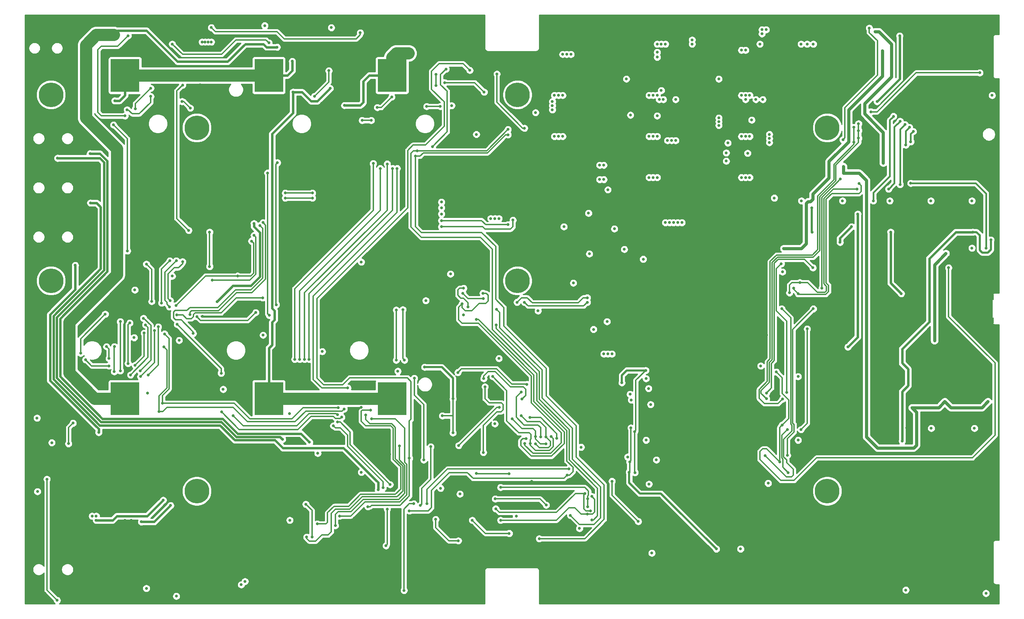
<source format=gbl>
G04 #@! TF.GenerationSoftware,KiCad,Pcbnew,5.1.5+dfsg1-2build2*
G04 #@! TF.CreationDate,2020-06-25T18:04:22+03:00*
G04 #@! TF.ProjectId,sdr-trx,7364722d-7472-4782-9e6b-696361645f70,A*
G04 #@! TF.SameCoordinates,Original*
G04 #@! TF.FileFunction,Copper,L4,Bot*
G04 #@! TF.FilePolarity,Positive*
%FSLAX46Y46*%
G04 Gerber Fmt 4.6, Leading zero omitted, Abs format (unit mm)*
G04 Created by KiCad (PCBNEW 5.1.5+dfsg1-2build2) date 2020-06-25 18:04:22*
%MOMM*%
%LPD*%
G04 APERTURE LIST*
%ADD10C,6.000000*%
%ADD11R,4.200000X1.350000*%
%ADD12R,7.000000X8.000000*%
%ADD13C,0.700000*%
%ADD14C,3.000000*%
%ADD15C,0.600000*%
%ADD16C,0.300000*%
%ADD17C,0.500000*%
%ADD18C,0.800000*%
%ADD19C,0.400000*%
%ADD20C,0.254000*%
G04 APERTURE END LIST*
D10*
X153500000Y-38060000D03*
X153500000Y-83360000D03*
X40000000Y-38060000D03*
X40000000Y-83360000D03*
D11*
X267300000Y-87385000D03*
X267300000Y-93035000D03*
D12*
X123000000Y-33360000D03*
X123000000Y-112060000D03*
X93000000Y-112060000D03*
X93000000Y-33360000D03*
X58000000Y-33360000D03*
X58000000Y-112060000D03*
D10*
X75480000Y-46110000D03*
X75480000Y-134610000D03*
X228880000Y-46110000D03*
X228880000Y-134610000D03*
D13*
X76900000Y-92010000D03*
X157200000Y-44710000D03*
X176500000Y-64210000D03*
X175500000Y-64210000D03*
X174500000Y-64210000D03*
X173500000Y-64710000D03*
X173500000Y-63710000D03*
X172500000Y-63710000D03*
X172500000Y-64710000D03*
X171500000Y-64710000D03*
X171500000Y-63710000D03*
X170500000Y-64710000D03*
X170500000Y-63710000D03*
X176500000Y-74210000D03*
X175500000Y-74210000D03*
X174500000Y-74210000D03*
X173500000Y-74710000D03*
X173500000Y-73710000D03*
X172500000Y-74710000D03*
X172500000Y-73710000D03*
X171500000Y-74710000D03*
X171500000Y-73710000D03*
X170500000Y-74710000D03*
X170500000Y-73710000D03*
X223000000Y-30210000D03*
X221500000Y-30210000D03*
X220000000Y-30210000D03*
X218500000Y-30210000D03*
X217000000Y-30210000D03*
X217000000Y-31710000D03*
X218500000Y-31710000D03*
X220000000Y-31710000D03*
X221500000Y-31710000D03*
X223000000Y-31710000D03*
X223000000Y-33210000D03*
X221500000Y-33210000D03*
X220000000Y-33210000D03*
X218500000Y-33210000D03*
X217000000Y-33210000D03*
X217000000Y-34710000D03*
X218500000Y-34710000D03*
X220000000Y-34710000D03*
X221500000Y-34710000D03*
X223000000Y-34710000D03*
X223000000Y-36210000D03*
X221500000Y-36210000D03*
X220000000Y-36210000D03*
X218500000Y-36210000D03*
X217000000Y-36210000D03*
X217000000Y-40210000D03*
X218500000Y-40210000D03*
X220000000Y-40210000D03*
X221500000Y-40210000D03*
X223000000Y-40210000D03*
X223000000Y-41710000D03*
X221500000Y-41710000D03*
X220000000Y-41710000D03*
X218500000Y-41710000D03*
X217000000Y-41710000D03*
X223000000Y-43210000D03*
X221500000Y-43210000D03*
X220000000Y-43210000D03*
X218500000Y-43210000D03*
X217000000Y-43210000D03*
X223000000Y-44710000D03*
X221500000Y-44710000D03*
X220000000Y-44710000D03*
X218500000Y-44710000D03*
X217000000Y-44710000D03*
X223000000Y-46210000D03*
X221500000Y-46210000D03*
X220000000Y-46210000D03*
X218500000Y-46210000D03*
X217000000Y-46210000D03*
X223000000Y-50210000D03*
X221500000Y-50210000D03*
X220000000Y-50210000D03*
X218500000Y-50210000D03*
X217000000Y-50210000D03*
X217000000Y-51710000D03*
X218500000Y-51710000D03*
X220000000Y-51710000D03*
X221500000Y-51710000D03*
X223000000Y-51710000D03*
X223000000Y-53210000D03*
X221500000Y-53210000D03*
X220000000Y-53210000D03*
X218500000Y-53210000D03*
X217000000Y-53210000D03*
X217000000Y-54710000D03*
X218500000Y-54710000D03*
X220000000Y-54710000D03*
X221500000Y-54710000D03*
X223000000Y-54710000D03*
X223000000Y-56210000D03*
X221500000Y-56210000D03*
X220000000Y-56210000D03*
X218500000Y-56210000D03*
X217000000Y-56210000D03*
X171500000Y-40210000D03*
X173000000Y-40210000D03*
X174500000Y-40210000D03*
X176000000Y-40210000D03*
X177500000Y-40210000D03*
X177500000Y-41710000D03*
X176000000Y-41710000D03*
X174500000Y-41710000D03*
X173000000Y-41710000D03*
X171500000Y-41710000D03*
X171500000Y-43210000D03*
X173000000Y-43210000D03*
X174500000Y-43210000D03*
X176000000Y-43210000D03*
X177500000Y-43210000D03*
X177500000Y-44710000D03*
X176000000Y-44710000D03*
X174500000Y-44710000D03*
X173000000Y-44710000D03*
X171500000Y-44710000D03*
X177500000Y-46210000D03*
X176000000Y-46210000D03*
X174500000Y-46210000D03*
X173000000Y-46210000D03*
X171500000Y-46210000D03*
X177500000Y-36210000D03*
X176000000Y-36210000D03*
X174500000Y-36210000D03*
X173000000Y-36210000D03*
X171500000Y-36210000D03*
X171500000Y-34710000D03*
X173000000Y-34710000D03*
X174500000Y-34710000D03*
X176000000Y-34710000D03*
X177500000Y-34710000D03*
X177500000Y-33210000D03*
X176000000Y-33210000D03*
X174500000Y-33210000D03*
X173000000Y-33210000D03*
X171500000Y-33210000D03*
X171500000Y-31710000D03*
X173000000Y-31710000D03*
X174500000Y-31710000D03*
X176000000Y-31710000D03*
X177500000Y-31710000D03*
X177500000Y-30210000D03*
X176000000Y-30210000D03*
X174500000Y-30210000D03*
X173000000Y-30210000D03*
X171500000Y-30210000D03*
X194500000Y-56210000D03*
X196000000Y-56210000D03*
X197500000Y-56210000D03*
X199000000Y-56210000D03*
X200500000Y-56210000D03*
X200500000Y-54710000D03*
X199000000Y-54710000D03*
X197500000Y-54710000D03*
X196000000Y-54710000D03*
X194500000Y-54710000D03*
X194500000Y-53210000D03*
X196000000Y-53210000D03*
X197500000Y-53210000D03*
X199000000Y-53210000D03*
X200500000Y-53210000D03*
X200500000Y-51710000D03*
X199000000Y-51710000D03*
X197500000Y-51710000D03*
X196000000Y-51710000D03*
X194500000Y-51710000D03*
X199000000Y-50210000D03*
X197500000Y-50210000D03*
X196000000Y-50210000D03*
X200500000Y-50210000D03*
X194500000Y-50210000D03*
X200500000Y-46210000D03*
X199000000Y-46210000D03*
X197500000Y-46210000D03*
X196000000Y-46210000D03*
X194500000Y-46210000D03*
X194500000Y-44710000D03*
X196000000Y-44710000D03*
X197500000Y-44710000D03*
X199000000Y-44710000D03*
X200500000Y-44710000D03*
X200500000Y-43210000D03*
X199000000Y-43210000D03*
X197500000Y-43210000D03*
X196000000Y-43210000D03*
X194500000Y-43210000D03*
X194500000Y-41710000D03*
X196000000Y-41710000D03*
X197500000Y-41710000D03*
X199000000Y-41710000D03*
X200500000Y-41710000D03*
X200500000Y-40210000D03*
X199000000Y-40210000D03*
X197500000Y-40210000D03*
X196000000Y-40210000D03*
X194500000Y-40210000D03*
X194500000Y-36210000D03*
X194500000Y-34710000D03*
X196000000Y-34710000D03*
X196000000Y-36210000D03*
X197500000Y-36210000D03*
X197500000Y-34710000D03*
X199000000Y-34710000D03*
X199000000Y-36210000D03*
X200500000Y-36210000D03*
X200500000Y-34710000D03*
X200500000Y-33210000D03*
X199000000Y-33210000D03*
X197500000Y-33210000D03*
X196000000Y-33210000D03*
X194500000Y-33210000D03*
X194500000Y-31710000D03*
X196000000Y-31710000D03*
X197500000Y-31710000D03*
X199000000Y-31710000D03*
X200500000Y-31710000D03*
X200500000Y-30210000D03*
X199000000Y-30210000D03*
X197500000Y-30210000D03*
X196000000Y-30210000D03*
X194500000Y-30210000D03*
X63250000Y-88060000D03*
X72700000Y-83710000D03*
X46000000Y-129710000D03*
X76300000Y-35660000D03*
X73250000Y-23960000D03*
X91500000Y-27710000D03*
X101275000Y-20685000D03*
X104250000Y-26710000D03*
X113000000Y-20210000D03*
X127000000Y-21960000D03*
X126250000Y-21960000D03*
X125500000Y-21960000D03*
X124750000Y-21960000D03*
X125650000Y-39160000D03*
X70100000Y-96310000D03*
X37100000Y-138910000D03*
X247300000Y-84210000D03*
X234000000Y-85910000D03*
X233300000Y-97410000D03*
X247500000Y-96010000D03*
X233700000Y-109210000D03*
X247400000Y-107710000D03*
X233900000Y-120610000D03*
X248200000Y-119210000D03*
X247200000Y-130710000D03*
X235200000Y-132210000D03*
X177500000Y-68210000D03*
X177500000Y-69210000D03*
X180700000Y-57210000D03*
X176975000Y-143735000D03*
X171700000Y-134010000D03*
X139600000Y-141610000D03*
X143500000Y-134210000D03*
X155750000Y-135210000D03*
X163000000Y-126410000D03*
X151000000Y-123610000D03*
X170600000Y-119110000D03*
X152300000Y-104710000D03*
X142500000Y-113810000D03*
X136400000Y-90710000D03*
X118900000Y-81310000D03*
X119600000Y-89110000D03*
X127000000Y-90710000D03*
X132300000Y-83710000D03*
X141800000Y-80710000D03*
X214300000Y-119710000D03*
X211400000Y-114410000D03*
X211500000Y-121710000D03*
X211000000Y-106710000D03*
X211000000Y-129210000D03*
X211000000Y-136710000D03*
X217000000Y-107710000D03*
X214000000Y-130210000D03*
X188000000Y-128710000D03*
X188000000Y-121210000D03*
X188000000Y-106210000D03*
X191500000Y-114710000D03*
X129800000Y-129710000D03*
X128000000Y-145210000D03*
X157000000Y-132210000D03*
X177000000Y-120710000D03*
X176500000Y-129710000D03*
X169500000Y-115710000D03*
X164000000Y-112210000D03*
X151000000Y-102210000D03*
X138000000Y-101210000D03*
X162500000Y-100710000D03*
X187000000Y-100710000D03*
X217500000Y-99710000D03*
X58000000Y-136710000D03*
X59500000Y-136710000D03*
X58000000Y-141710000D03*
X59500000Y-141710000D03*
X71500000Y-147210000D03*
X49000000Y-133210000D03*
X50500000Y-133210000D03*
X53500000Y-150710000D03*
X54500000Y-159210000D03*
X58500000Y-159210000D03*
X97700000Y-88310000D03*
X97600000Y-94310000D03*
X252000000Y-105310000D03*
X261000000Y-92210000D03*
X267300000Y-85510000D03*
X267300000Y-94910000D03*
X267000000Y-119110000D03*
X256500000Y-119110000D03*
X106500000Y-147210000D03*
X114700000Y-133710000D03*
X267000000Y-77710000D03*
X267000000Y-79210000D03*
X237500000Y-56210000D03*
X237500000Y-55210000D03*
X237500000Y-54210000D03*
X85500000Y-80210000D03*
X85500000Y-78710000D03*
X85500000Y-71710000D03*
X85500000Y-73710000D03*
X87500000Y-91210000D03*
X84300000Y-90310000D03*
X74000000Y-101910000D03*
X76500000Y-108410000D03*
X51700000Y-94710000D03*
X37900000Y-95410000D03*
X37900000Y-94110000D03*
X37900000Y-92810000D03*
X139900000Y-28010000D03*
X157900000Y-39610000D03*
X180700000Y-47010000D03*
X114700000Y-120410000D03*
X114900000Y-108410000D03*
X115500000Y-114210000D03*
X119400000Y-141810000D03*
X123600000Y-139110000D03*
X180200000Y-108110000D03*
X180600000Y-99610000D03*
X211600000Y-140610000D03*
X209500000Y-145210000D03*
X216500000Y-145210000D03*
X197700000Y-140010000D03*
X218500000Y-89010000D03*
X225450000Y-88160000D03*
X158500000Y-73810000D03*
X156300000Y-71110000D03*
X163600000Y-85610000D03*
X43300000Y-32210000D03*
X35700000Y-47010000D03*
X37600000Y-74610000D03*
X45700000Y-67910000D03*
X45700000Y-56010000D03*
X39100000Y-110310000D03*
X38900000Y-116510000D03*
X36600000Y-122410000D03*
X38100000Y-122410000D03*
X36500000Y-132610000D03*
X42600000Y-158210000D03*
X48400000Y-158210000D03*
X68400000Y-123810000D03*
X59900000Y-121110000D03*
X60400000Y-80010000D03*
X54100000Y-95110000D03*
X95200000Y-96210000D03*
X75600000Y-71810000D03*
X101500000Y-144310000D03*
X102000000Y-132510000D03*
X120500000Y-125610000D03*
X113400000Y-103410000D03*
X120500000Y-103910000D03*
X100500000Y-121810000D03*
X102700000Y-120810000D03*
X112100000Y-128810000D03*
X110200000Y-120310000D03*
X122400000Y-125610000D03*
X127500000Y-101210000D03*
X147800000Y-100510000D03*
X131700000Y-145210000D03*
X141000000Y-141610000D03*
X161400000Y-143210000D03*
X163500000Y-143210000D03*
X157300000Y-143210000D03*
X159000000Y-148710000D03*
X173100000Y-145810000D03*
X173100000Y-147810000D03*
X176500000Y-124710000D03*
X170200000Y-100110000D03*
X195600000Y-106610000D03*
X195600000Y-121910000D03*
X195600000Y-129210000D03*
X195800000Y-137110000D03*
X186600000Y-139910000D03*
X158500000Y-83410000D03*
X159900000Y-87510000D03*
X156300000Y-78110000D03*
X163600000Y-93210000D03*
X163500000Y-95510000D03*
X171800000Y-86610000D03*
X180500000Y-87710000D03*
X185200000Y-79210000D03*
X202900000Y-77210000D03*
X202900000Y-79210000D03*
X206100000Y-86710000D03*
X204000000Y-86710000D03*
X204300000Y-89310000D03*
X199100000Y-92710000D03*
X181000000Y-84110000D03*
X177500000Y-67210000D03*
X204800000Y-73910000D03*
X204800000Y-74810000D03*
X207100000Y-72110000D03*
X252500000Y-120910000D03*
X252000000Y-104310000D03*
X261900000Y-92210000D03*
X252900000Y-104310000D03*
X252900000Y-105310000D03*
X261900000Y-93110000D03*
X256500000Y-117510000D03*
X267000000Y-117610000D03*
X213100000Y-145210000D03*
X190700000Y-139910000D03*
X182000000Y-137310000D03*
X184100000Y-137310000D03*
X216600000Y-137310000D03*
X215600000Y-123210000D03*
X214100000Y-96610000D03*
X267800000Y-33810000D03*
X270100000Y-22510000D03*
X268900000Y-54510000D03*
X268900000Y-55510000D03*
X260300000Y-54510000D03*
X260300000Y-55510000D03*
X259300000Y-55510000D03*
X259300000Y-54510000D03*
X270000000Y-54510000D03*
X270000000Y-55510000D03*
X262100000Y-57510000D03*
X266600000Y-57510000D03*
X237800000Y-51410000D03*
X269500000Y-158210000D03*
X268500000Y-147710000D03*
X131700000Y-86610000D03*
X205700000Y-73910000D03*
X205700000Y-74810000D03*
X185200000Y-77110000D03*
X172100000Y-82810000D03*
X138500000Y-74410000D03*
X143500000Y-74410000D03*
X150400000Y-73110000D03*
X151300000Y-73110000D03*
X138500000Y-75410000D03*
X143500000Y-75310000D03*
X140800000Y-40610000D03*
X141800000Y-40610000D03*
X150100000Y-45510000D03*
X144800000Y-43310000D03*
X138500000Y-47710000D03*
X166900000Y-132310000D03*
X258300000Y-23310000D03*
X259200000Y-23310000D03*
X260100000Y-23310000D03*
X266600000Y-36210000D03*
X173900000Y-28210000D03*
X180700000Y-38110000D03*
X202800000Y-56310000D03*
X205700000Y-45110000D03*
X203200000Y-38110000D03*
X206500000Y-24310000D03*
X198000000Y-24810000D03*
X170500000Y-58710000D03*
X169500000Y-58710000D03*
X167750000Y-58710000D03*
X166750000Y-58710000D03*
X96500000Y-149960000D03*
X96250000Y-135210000D03*
X108500000Y-28210000D03*
X55500000Y-39510000D03*
X98700000Y-29910000D03*
X55250000Y-23460000D03*
X54500000Y-23460000D03*
X53750000Y-23460000D03*
X53000000Y-23460000D03*
X95000000Y-26460000D03*
X98900000Y-37410000D03*
X107900000Y-36510000D03*
X127000000Y-27960000D03*
X126250000Y-27960000D03*
X125500000Y-27960000D03*
X124750000Y-27960000D03*
X111400000Y-40660000D03*
X185500000Y-48210000D03*
X186500000Y-48210000D03*
X187500000Y-48210000D03*
X137200000Y-81710000D03*
X131200000Y-88210000D03*
X115500000Y-78810000D03*
X137800000Y-120410000D03*
X137800000Y-112110000D03*
X135230000Y-116280000D03*
X130900000Y-104410000D03*
X132400000Y-123810000D03*
X129900000Y-138110000D03*
X128400000Y-107110000D03*
X130700000Y-127010000D03*
X174500000Y-101210000D03*
X175500000Y-101210000D03*
X176500000Y-101210000D03*
X208000000Y-38210000D03*
X209000000Y-38210000D03*
X210000000Y-38210000D03*
X158500000Y-90710000D03*
X172000000Y-95210000D03*
X148000000Y-118210000D03*
X149000000Y-102310000D03*
X202500000Y-43710000D03*
X202500000Y-44610000D03*
X202500000Y-45510000D03*
X145200000Y-125210000D03*
X145600000Y-109210000D03*
X149100000Y-114210000D03*
X139200000Y-123510000D03*
X145300000Y-107210000D03*
X154600000Y-112210000D03*
X155800000Y-108610000D03*
X139000000Y-105710000D03*
X109200000Y-143010000D03*
X124800000Y-123610000D03*
X162500000Y-48210000D03*
X163500000Y-48210000D03*
X164500000Y-48210000D03*
X169000000Y-123910000D03*
X134800000Y-133910000D03*
X139500000Y-135310000D03*
X153200000Y-140710000D03*
X186200000Y-149710000D03*
X207800000Y-148710000D03*
X168600000Y-143710000D03*
X142500000Y-141710000D03*
X151500000Y-144910000D03*
X143500000Y-130310000D03*
X151500000Y-130410000D03*
X171600000Y-135910000D03*
X170500000Y-140210000D03*
X149400000Y-141710000D03*
X171300000Y-139410000D03*
X169900000Y-135210000D03*
X148200000Y-138910000D03*
X148100000Y-136510000D03*
X160500000Y-138010000D03*
X170600000Y-138410000D03*
X170600000Y-136510000D03*
X149400000Y-133710000D03*
X182900000Y-142010000D03*
X176500000Y-132210000D03*
X131475000Y-137635000D03*
X166000000Y-129210000D03*
X182100000Y-130110000D03*
X182000000Y-120110000D03*
X184700000Y-105210000D03*
X178900000Y-108210000D03*
X181100000Y-119210000D03*
X180800000Y-127510000D03*
X180700000Y-130010000D03*
X201900000Y-148710000D03*
X185500000Y-38210000D03*
X186500000Y-38210000D03*
X187500000Y-38210000D03*
X185500000Y-132910000D03*
X184800000Y-122210000D03*
X184800000Y-107210000D03*
X214500000Y-132710000D03*
X212700000Y-104110000D03*
X221800000Y-106710000D03*
X221800000Y-122210000D03*
X60225000Y-97235000D03*
X71175000Y-97885000D03*
X60400000Y-85610000D03*
X69500000Y-82235000D03*
X36600000Y-116810000D03*
X210000000Y-48210000D03*
X209000000Y-48210000D03*
X208000000Y-48210000D03*
X81900000Y-109810000D03*
X36700000Y-134710000D03*
X91600000Y-96610000D03*
X63500000Y-110710000D03*
X218000000Y-81210000D03*
X115500000Y-130010000D03*
X106000000Y-100610000D03*
X124400000Y-105410000D03*
X98100000Y-141710000D03*
X137500000Y-40710000D03*
X143500000Y-47710000D03*
X173500000Y-58710000D03*
X174500000Y-58710000D03*
X173500000Y-55210000D03*
X212500000Y-25710000D03*
X208000000Y-27210000D03*
X209000000Y-27210000D03*
X189500000Y-69210000D03*
X190500000Y-69210000D03*
X191500000Y-69210000D03*
X192500000Y-69210000D03*
X193500000Y-69210000D03*
X175300000Y-93310000D03*
X242300000Y-29210000D03*
X242300000Y-28310000D03*
X242300000Y-27310000D03*
X218300000Y-75510000D03*
X219200000Y-75510000D03*
X220100000Y-75510000D03*
X174500000Y-55210000D03*
X219400000Y-130110000D03*
X219200000Y-119610000D03*
X224000000Y-95110000D03*
X222500000Y-119610000D03*
X164800000Y-70210000D03*
X167100000Y-83910000D03*
X177100000Y-70710000D03*
X184100000Y-78110000D03*
X175500000Y-61210000D03*
X170800000Y-66910000D03*
X179500000Y-75710000D03*
X171000000Y-76810000D03*
X85400000Y-82210000D03*
X70400000Y-89410000D03*
X88800000Y-73710000D03*
X135000000Y-70210000D03*
X152400000Y-68610000D03*
X79200000Y-83210000D03*
X89400000Y-72310000D03*
X135000000Y-68710000D03*
X151200000Y-69710000D03*
X187500000Y-25710000D03*
X188500000Y-25710000D03*
X189500000Y-25710000D03*
X222600000Y-63910000D03*
X232600000Y-63910000D03*
X244100000Y-63910000D03*
X254100000Y-63910000D03*
X264100000Y-75410000D03*
X264100000Y-63910000D03*
X242500000Y-52710000D03*
X242500000Y-53710000D03*
X242500000Y-54710000D03*
X240500000Y-22710000D03*
X241500000Y-22710000D03*
X216000000Y-63210000D03*
X236300000Y-67110000D03*
X233900000Y-99510000D03*
X232000000Y-74010000D03*
X234800000Y-70210000D03*
X244300000Y-71510000D03*
X246900000Y-86510000D03*
X268700000Y-73410000D03*
X264300000Y-71510000D03*
X247100000Y-122410000D03*
X258400000Y-80210000D03*
X217900000Y-118510000D03*
X216500000Y-105610000D03*
X217300000Y-127510000D03*
X80425000Y-88435000D03*
X208000000Y-58210000D03*
X209000000Y-58210000D03*
X210000000Y-58210000D03*
X89400000Y-69410000D03*
X135000000Y-67110000D03*
X260000000Y-114310000D03*
X249500000Y-114310000D03*
X257500000Y-112810000D03*
X268000000Y-112810000D03*
X232800000Y-56310000D03*
X232800000Y-57110000D03*
X232800000Y-55510000D03*
X98000000Y-115710000D03*
X104900000Y-125410000D03*
X70500000Y-160210000D03*
X248000000Y-158710000D03*
X51600000Y-120310000D03*
X45900000Y-79610000D03*
X62000000Y-142110000D03*
X69100000Y-138110000D03*
X214000000Y-22210000D03*
X213000000Y-22210000D03*
X213000000Y-23210000D03*
X67300000Y-136810000D03*
X50000000Y-140710000D03*
X51000000Y-140710000D03*
X51000000Y-141710000D03*
X109700000Y-116010000D03*
X84300000Y-116210000D03*
X110700000Y-116610000D03*
X81500000Y-115310000D03*
X103500000Y-145810000D03*
X102000000Y-137810000D03*
X147000000Y-68210000D03*
X148000000Y-68210000D03*
X149000000Y-68210000D03*
X187500000Y-58210000D03*
X186500000Y-58210000D03*
X185500000Y-58210000D03*
X78600000Y-79910000D03*
X78600000Y-71510000D03*
X69000000Y-88210000D03*
X72000000Y-78710000D03*
X66100000Y-94610000D03*
X63700000Y-106310000D03*
X65200000Y-95510000D03*
X61800000Y-106710000D03*
X162500000Y-38210000D03*
X163500000Y-38210000D03*
X164500000Y-38210000D03*
X40200000Y-122810000D03*
X62500000Y-92510000D03*
X61700000Y-105310000D03*
X267500000Y-159510000D03*
X41500000Y-161210000D03*
X39000000Y-131710000D03*
X58600000Y-76110000D03*
X55200000Y-45410000D03*
X187500000Y-28910000D03*
X162000000Y-41710000D03*
X76750000Y-25210000D03*
X77500000Y-25210000D03*
X78250000Y-25210000D03*
X79000000Y-25210000D03*
X196000000Y-24710000D03*
X196000000Y-25710000D03*
X187500000Y-27710000D03*
X188000000Y-39210000D03*
X189000000Y-39210000D03*
X192000000Y-39210000D03*
X192000000Y-49210000D03*
X191000000Y-49210000D03*
X190000000Y-49210000D03*
X214800000Y-47710000D03*
X214800000Y-48710000D03*
X214800000Y-49710000D03*
X213200000Y-39210000D03*
X211500000Y-39210000D03*
X209000000Y-39210000D03*
X73500000Y-71110000D03*
X72000000Y-35710000D03*
X164500000Y-28210000D03*
X165500000Y-28210000D03*
X166500000Y-28210000D03*
X162000000Y-39710000D03*
X162000000Y-40710000D03*
X222500000Y-25710000D03*
X224000000Y-25710000D03*
X225500000Y-25710000D03*
X108200000Y-21710000D03*
X269000000Y-38210000D03*
X64250000Y-36460000D03*
X60500000Y-41460000D03*
X107600000Y-32210000D03*
X104100000Y-38460000D03*
X119400000Y-41160000D03*
X122900000Y-38610000D03*
X209500000Y-52310000D03*
X210500000Y-44210000D03*
X232700000Y-49010000D03*
X239100000Y-21810000D03*
X266000000Y-32710000D03*
X239500000Y-42210000D03*
X73800000Y-91610000D03*
X91600000Y-69210000D03*
X135000000Y-64210000D03*
X204300000Y-54210000D03*
X204700000Y-49810000D03*
X74600000Y-96210000D03*
X90800000Y-69910000D03*
X135000000Y-65610000D03*
X204300000Y-52210000D03*
X92000000Y-21210000D03*
X241000000Y-39710000D03*
X246500000Y-23710000D03*
X68900000Y-78510000D03*
X66900000Y-88810000D03*
X70500000Y-78510000D03*
X68800000Y-89710000D03*
X97000000Y-62010000D03*
X103600000Y-62010000D03*
X97000000Y-63210000D03*
X103600000Y-63210000D03*
X49500000Y-52410000D03*
X102900000Y-122710000D03*
X41600000Y-53510000D03*
X96300000Y-122010000D03*
X49600000Y-64410000D03*
X119600000Y-134310000D03*
X55419998Y-99410000D03*
X55400000Y-105510000D03*
X54100000Y-104110000D03*
X48400000Y-102610000D03*
X54100000Y-102310000D03*
X53500000Y-99410000D03*
X53200000Y-91510000D03*
X47200000Y-101010000D03*
X247800000Y-45310000D03*
X246600000Y-59910000D03*
X225100000Y-65610000D03*
X225200000Y-71510000D03*
X246600000Y-44510000D03*
X243800000Y-61010000D03*
X245000000Y-43310000D03*
X240100000Y-63910000D03*
X248900000Y-46010000D03*
X248000000Y-50310000D03*
X249800000Y-47010000D03*
X249200000Y-49510000D03*
X249200000Y-59610000D03*
X267500000Y-75410000D03*
X254975000Y-97985000D03*
X257750000Y-76710000D03*
X63200000Y-158310000D03*
X128300000Y-137710000D03*
X125900000Y-158810000D03*
X75500000Y-92110000D03*
X89800000Y-91110000D03*
X93100000Y-91810000D03*
X92700000Y-57110000D03*
X129100000Y-51710000D03*
X220700000Y-85210000D03*
X221800000Y-86510000D03*
X236600000Y-59710000D03*
X165600000Y-130710000D03*
X127200000Y-139410000D03*
X121800000Y-139010000D03*
X121500000Y-147910000D03*
X151200000Y-46510000D03*
X219700000Y-86310000D03*
X222200000Y-83810000D03*
X94800000Y-89210000D03*
X95100000Y-54610000D03*
X128700000Y-53010000D03*
X236100000Y-61010000D03*
X158800000Y-146210000D03*
X151200000Y-47810000D03*
X127200000Y-126610000D03*
X141900000Y-32110000D03*
X117100000Y-138410000D03*
X181000000Y-43010000D03*
X202500000Y-34210000D03*
X157900000Y-42410000D03*
X180000000Y-34210000D03*
X148500000Y-33010000D03*
X155200000Y-46210000D03*
X188500000Y-37010000D03*
X187500000Y-43190000D03*
X79000000Y-21710000D03*
X115250000Y-22960000D03*
X69500000Y-25710000D03*
X93000000Y-25410000D03*
X140200000Y-86410000D03*
X145200000Y-87710000D03*
X163100000Y-121710000D03*
X156500000Y-116710000D03*
X139100000Y-146710000D03*
X133600000Y-141510000D03*
X217800000Y-90210000D03*
X213800000Y-126010000D03*
X180300000Y-126310000D03*
X225500000Y-90210000D03*
X219200000Y-125910000D03*
X187300000Y-127010000D03*
X225400000Y-80210000D03*
X214100000Y-110710000D03*
X180900000Y-111010000D03*
X217700000Y-79210000D03*
X219000000Y-110610000D03*
X185400000Y-109610000D03*
X110200000Y-140710000D03*
X118000000Y-117010000D03*
X70600000Y-91710000D03*
X91500000Y-87510000D03*
X70700000Y-94010000D03*
X81400000Y-105910000D03*
X67600000Y-96310000D03*
X67100000Y-113210000D03*
X109900000Y-114310000D03*
X126000000Y-102710000D03*
X125600000Y-90410000D03*
X153400000Y-88610000D03*
X170500000Y-87510000D03*
X67500000Y-99510000D03*
X66300000Y-115210000D03*
X111300000Y-114610000D03*
X124000000Y-102710000D03*
X124000000Y-90510000D03*
X155200000Y-88610000D03*
X170500000Y-88610000D03*
X254200000Y-119310000D03*
X87200000Y-156610000D03*
X264700000Y-119310000D03*
X86300000Y-157410000D03*
X56850000Y-105310000D03*
X56850000Y-93310000D03*
X133700000Y-35810000D03*
X133700000Y-33110000D03*
X60450000Y-103960000D03*
X62650000Y-96110000D03*
X44250000Y-123060000D03*
X58750000Y-103510000D03*
X59150000Y-93660000D03*
X45350000Y-118060000D03*
X59350000Y-106310000D03*
X63000000Y-94110000D03*
X64250000Y-38460000D03*
X58500000Y-41710000D03*
X58750000Y-23710000D03*
X58000000Y-43210000D03*
X73900000Y-41310000D03*
X71900000Y-39710000D03*
X115700000Y-44310000D03*
X117900000Y-44310000D03*
X155300000Y-123010000D03*
X140000000Y-89010000D03*
X145100000Y-86410000D03*
X166400000Y-140510000D03*
X148400000Y-90310000D03*
X155600000Y-121810000D03*
X140400000Y-85210000D03*
X141500000Y-89710000D03*
X143500000Y-92810000D03*
X171600000Y-141610000D03*
X140400000Y-91710000D03*
X148300000Y-94110000D03*
X159135000Y-121375000D03*
X154400000Y-110510000D03*
X157900000Y-123110000D03*
X160400000Y-121410000D03*
X154400000Y-116210000D03*
X160400000Y-123110000D03*
X157900000Y-121310000D03*
X152200000Y-117010000D03*
X161700000Y-121310000D03*
X156600000Y-123010000D03*
X147500000Y-106710000D03*
X232100000Y-58610000D03*
X227600000Y-85210000D03*
X235400000Y-46010000D03*
X145400000Y-37410000D03*
X135800000Y-35110000D03*
X235400000Y-49610000D03*
X218000000Y-112210000D03*
X185900000Y-113510000D03*
X236500000Y-48610000D03*
X236500000Y-45110000D03*
X236500000Y-46810000D03*
X214100000Y-112110000D03*
X181200000Y-112410000D03*
X124200000Y-56010000D03*
X112200000Y-109510000D03*
X104800000Y-142610000D03*
X117800000Y-114910000D03*
X102200000Y-145810000D03*
X116600000Y-116110000D03*
X120800000Y-133810000D03*
X108700000Y-118710000D03*
X122500000Y-133010000D03*
X109700000Y-117810000D03*
X100500000Y-102510000D03*
X120100000Y-56010000D03*
X99300000Y-102510000D03*
X118400000Y-54810000D03*
X101700000Y-102510000D03*
X121800000Y-54910000D03*
X123100000Y-56010000D03*
X102800000Y-102510000D03*
X64500000Y-88410000D03*
X63200000Y-79310000D03*
X134700000Y-40910000D03*
X131400000Y-40910000D03*
X132800000Y-50710000D03*
X136100000Y-31810000D03*
D14*
X58000000Y-33360000D02*
X93000000Y-33360000D01*
D15*
X58000000Y-36210000D02*
X58000000Y-33360000D01*
X98700000Y-29910000D02*
X98700000Y-32210000D01*
X97550000Y-33360000D02*
X93000000Y-33360000D01*
X98700000Y-32210000D02*
X97550000Y-33360000D01*
X55500000Y-39510000D02*
X56700000Y-39510000D01*
X58000000Y-38210000D02*
X58000000Y-33360000D01*
X56700000Y-39510000D02*
X58000000Y-38210000D01*
D14*
X55250000Y-23460000D02*
X55250000Y-23460000D01*
X54500000Y-23460000D02*
X55250000Y-23460000D01*
X53750000Y-23460000D02*
X54500000Y-23460000D01*
X53000000Y-23460000D02*
X53750000Y-23460000D01*
D15*
X63250000Y-22460000D02*
X56250000Y-22460000D01*
X70750000Y-29960000D02*
X63250000Y-22460000D01*
X83000000Y-29960000D02*
X70750000Y-29960000D01*
X87250000Y-25710000D02*
X83000000Y-29960000D01*
X56250000Y-22460000D02*
X55250000Y-23460000D01*
D14*
X51000000Y-23460000D02*
X53000000Y-23460000D01*
X48500000Y-25960000D02*
X51000000Y-23460000D01*
X48500000Y-43710000D02*
X48500000Y-25960000D01*
X56000000Y-81910000D02*
X56000000Y-51210000D01*
X44400000Y-93510000D02*
X56000000Y-81910000D01*
X56000000Y-51210000D02*
X48500000Y-43710000D01*
X44400000Y-105810000D02*
X44400000Y-93510000D01*
X50650000Y-112060000D02*
X44400000Y-105810000D01*
X58000000Y-112060000D02*
X50650000Y-112060000D01*
D15*
X92450000Y-26460000D02*
X91700000Y-25710000D01*
X95000000Y-26460000D02*
X92450000Y-26460000D01*
X91700000Y-25710000D02*
X87250000Y-25710000D01*
D14*
X93000000Y-112060000D02*
X123000000Y-112060000D01*
D15*
X107900000Y-36510000D02*
X104800000Y-39610000D01*
X104800000Y-39610000D02*
X103300000Y-39610000D01*
X101100000Y-37410000D02*
X98900000Y-37410000D01*
X103300000Y-39610000D02*
X101100000Y-37410000D01*
X98900000Y-42510000D02*
X98900000Y-37410000D01*
X93800000Y-90110000D02*
X93800000Y-47610000D01*
X94400000Y-90710000D02*
X93800000Y-90110000D01*
X94400000Y-92910000D02*
X94400000Y-90710000D01*
X93800000Y-93510000D02*
X94400000Y-92910000D01*
X93800000Y-99010000D02*
X93800000Y-93510000D01*
X93000000Y-99810000D02*
X93800000Y-99010000D01*
X93800000Y-47610000D02*
X98900000Y-42510000D01*
X93000000Y-112060000D02*
X93000000Y-99810000D01*
D14*
X123000000Y-33360000D02*
X123000000Y-28960000D01*
X124000000Y-27960000D02*
X127000000Y-27960000D01*
X123000000Y-28960000D02*
X124000000Y-27960000D01*
D16*
X119200000Y-33360000D02*
X123000000Y-33360000D01*
D15*
X113900000Y-40660000D02*
X111400000Y-40660000D01*
X117450000Y-33360000D02*
X123000000Y-33360000D01*
X116000000Y-34810000D02*
X117450000Y-33360000D01*
X116000000Y-39910000D02*
X116000000Y-34810000D01*
X115250000Y-40660000D02*
X116000000Y-39910000D01*
X111400000Y-40660000D02*
X115250000Y-40660000D01*
D16*
X137730000Y-116280000D02*
X137800000Y-116210000D01*
X135230000Y-116280000D02*
X137730000Y-116280000D01*
X137800000Y-116210000D02*
X137800000Y-120410000D01*
X137800000Y-112110000D02*
X137800000Y-116210000D01*
D17*
X130900000Y-104410000D02*
X135100000Y-104410000D01*
X137800000Y-107110000D02*
X137800000Y-112110000D01*
X135100000Y-104410000D02*
X137800000Y-107110000D01*
D16*
X132400000Y-123810000D02*
X132400000Y-131710000D01*
X132400000Y-131710000D02*
X130200000Y-133910000D01*
X130200000Y-133910000D02*
X130200000Y-137810000D01*
X130200000Y-137810000D02*
X129900000Y-138110000D01*
X130700000Y-127010000D02*
X130700000Y-113510000D01*
X130700000Y-113510000D02*
X128400000Y-111210000D01*
X128400000Y-107110000D02*
X128400000Y-111210000D01*
X145200000Y-125210000D02*
X145200000Y-118610000D01*
X145200000Y-118610000D02*
X148500000Y-115310000D01*
X148500000Y-115310000D02*
X149500000Y-115310000D01*
X149500000Y-115310000D02*
X150000000Y-114810000D01*
X150000000Y-114810000D02*
X150000000Y-113510000D01*
X150000000Y-113510000D02*
X149600000Y-113110000D01*
X149600000Y-113110000D02*
X146600000Y-113110000D01*
X145600000Y-112110000D02*
X145600000Y-109210000D01*
X146600000Y-113110000D02*
X145600000Y-112110000D01*
X148500000Y-114210000D02*
X139200000Y-123510000D01*
X149100000Y-114210000D02*
X148500000Y-114210000D01*
X145300000Y-107210000D02*
X145300000Y-106610000D01*
X145300000Y-106610000D02*
X146400000Y-105510000D01*
X146400000Y-105510000D02*
X148100000Y-105510000D01*
X148100000Y-105510000D02*
X151800000Y-109210000D01*
X151800000Y-109210000D02*
X154900000Y-109210000D01*
X154900000Y-109210000D02*
X155500000Y-109810000D01*
X155500000Y-111310000D02*
X154600000Y-112210000D01*
X155500000Y-109810000D02*
X155500000Y-111310000D01*
X155800000Y-108610000D02*
X155700000Y-108510000D01*
X155700000Y-108510000D02*
X152100000Y-108510000D01*
X152100000Y-108510000D02*
X148400000Y-104810000D01*
X139900000Y-104810000D02*
X139000000Y-105710000D01*
X148400000Y-104810000D02*
X139900000Y-104810000D01*
X126100000Y-135110000D02*
X126099990Y-128317110D01*
X124600000Y-136610000D02*
X126100000Y-135110000D01*
X124800000Y-127017120D02*
X124800000Y-123610000D01*
X113000000Y-139610000D02*
X116000000Y-136610000D01*
X126099990Y-128317110D02*
X124800000Y-127017120D01*
X109900000Y-139610000D02*
X113000000Y-139610000D01*
X116000000Y-136610000D02*
X124600000Y-136610000D01*
X109200000Y-140310000D02*
X109900000Y-139610000D01*
X109200000Y-143010000D02*
X109200000Y-140310000D01*
X145700000Y-144910000D02*
X151500000Y-144910000D01*
X142500000Y-141710000D02*
X145700000Y-144910000D01*
X143600000Y-130410000D02*
X151500000Y-130410000D01*
X143500000Y-130310000D02*
X143600000Y-130410000D01*
X163000000Y-141710000D02*
X149400000Y-141710000D01*
X169000000Y-140210000D02*
X167500000Y-138710000D01*
X166000000Y-138710000D02*
X163000000Y-141710000D01*
X167500000Y-138710000D02*
X166000000Y-138710000D01*
X170500000Y-140210000D02*
X169000000Y-140210000D01*
X172300000Y-139710000D02*
X171800000Y-140210000D01*
X172300000Y-136610000D02*
X172300000Y-139710000D01*
X170500000Y-140210000D02*
X171800000Y-140210000D01*
X171600000Y-135910000D02*
X172300000Y-136610000D01*
X169700000Y-135410000D02*
X169900000Y-135210000D01*
X169700000Y-138910000D02*
X169700000Y-135410000D01*
X170200000Y-139410000D02*
X169700000Y-138910000D01*
X171300000Y-139410000D02*
X170200000Y-139410000D01*
X167600000Y-135210000D02*
X169900000Y-135210000D01*
X148200000Y-138910000D02*
X149100000Y-139810000D01*
X163000000Y-139810000D02*
X167600000Y-135210000D01*
X149100000Y-139810000D02*
X163000000Y-139810000D01*
X159000000Y-136510000D02*
X160500000Y-138010000D01*
X148100000Y-136510000D02*
X159000000Y-136510000D01*
X170600000Y-137310000D02*
X170600000Y-137910000D01*
X170600000Y-137310000D02*
X170600000Y-136510000D01*
X170600000Y-138410000D02*
X170600000Y-136510000D01*
X149400000Y-133710000D02*
X169900000Y-133710000D01*
X169900000Y-133710000D02*
X170800000Y-134610000D01*
X170800000Y-134610000D02*
X170800000Y-135610000D01*
X170600000Y-135810000D02*
X170600000Y-136510000D01*
X170800000Y-135610000D02*
X170600000Y-135810000D01*
X176500000Y-135610000D02*
X176500000Y-132210000D01*
X182900000Y-142010000D02*
X176500000Y-135610000D01*
X131475000Y-137635000D02*
X131475000Y-134235000D01*
X131475000Y-134235000D02*
X136500000Y-129210000D01*
X136500000Y-129210000D02*
X166000000Y-129210000D01*
X182000000Y-130010000D02*
X182000000Y-120110000D01*
X182100000Y-130110000D02*
X182000000Y-130010000D01*
X182000000Y-120110000D02*
X182300000Y-119810000D01*
X182300000Y-107610000D02*
X184700000Y-105210000D01*
X182300000Y-119810000D02*
X182300000Y-107610000D01*
D17*
X184700000Y-105210000D02*
X180100000Y-105210000D01*
X178900000Y-106410000D02*
X178900000Y-108210000D01*
X180100000Y-105210000D02*
X178900000Y-106410000D01*
D16*
X181100000Y-119210000D02*
X181100000Y-127210000D01*
X181100000Y-127210000D02*
X180800000Y-127510000D01*
X180800000Y-129910000D02*
X180800000Y-127510000D01*
X180700000Y-130010000D02*
X180800000Y-129910000D01*
D17*
X201900000Y-148710000D02*
X190600000Y-137410000D01*
X180700000Y-132610000D02*
X183300000Y-135210000D01*
X180700000Y-132610000D02*
X180700000Y-130010000D01*
X188400000Y-135210000D02*
X190600000Y-137410000D01*
X183300000Y-135210000D02*
X188400000Y-135210000D01*
D18*
X242300000Y-27310000D02*
X242300000Y-28310000D01*
X242300000Y-28310000D02*
X242300000Y-29210000D01*
X242300000Y-29210000D02*
X242300000Y-33510000D01*
X242300000Y-33510000D02*
X234100000Y-41710000D01*
X234100000Y-41710000D02*
X234100000Y-49510000D01*
X234100000Y-49510000D02*
X229300000Y-54310000D01*
X229300000Y-54310000D02*
X229300000Y-58310000D01*
X229300000Y-58310000D02*
X225700000Y-61910000D01*
X225700000Y-61910000D02*
X225400000Y-62210000D01*
X225400000Y-62210000D02*
X225400000Y-63510000D01*
X225400000Y-63510000D02*
X224800000Y-64110000D01*
X224800000Y-64110000D02*
X224200000Y-64110000D01*
X224200000Y-64110000D02*
X223800000Y-64510000D01*
X223800000Y-64510000D02*
X223800000Y-74310000D01*
X223800000Y-74310000D02*
X222600000Y-75510000D01*
X222600000Y-75510000D02*
X220100000Y-75510000D01*
X218300000Y-75510000D02*
X218300000Y-75510000D01*
X219200000Y-75510000D02*
X218300000Y-75510000D01*
X220100000Y-75510000D02*
X219200000Y-75510000D01*
D16*
X219400000Y-130110000D02*
X218100000Y-128810000D01*
X218100000Y-128810000D02*
X218100000Y-126810000D01*
X218100000Y-126810000D02*
X217800010Y-126510010D01*
X217800010Y-121009990D02*
X219200000Y-119610000D01*
X217800010Y-126510010D02*
X217800010Y-121009990D01*
X224000000Y-118110000D02*
X222500000Y-119610000D01*
X224000000Y-95110000D02*
X224000000Y-118110000D01*
X77600000Y-82210000D02*
X70400000Y-89410000D01*
X85400000Y-82210000D02*
X77600000Y-82210000D01*
X85400000Y-82210000D02*
X88600000Y-82210000D01*
X88600000Y-82210000D02*
X89300000Y-81510000D01*
X89300000Y-74210000D02*
X88800000Y-73710000D01*
X89300000Y-81510000D02*
X89300000Y-74210000D01*
X135000000Y-70210000D02*
X145000000Y-70210000D01*
X145000000Y-70210000D02*
X145600000Y-70810000D01*
X145600000Y-70810000D02*
X151800000Y-70810000D01*
X152400000Y-70210000D02*
X152400000Y-68610000D01*
X151800000Y-70810000D02*
X152400000Y-70210000D01*
X89800000Y-72710000D02*
X89400000Y-72310000D01*
X89800000Y-81810000D02*
X89800000Y-72710000D01*
X88400000Y-83210000D02*
X89800000Y-81810000D01*
X79200000Y-83210000D02*
X88400000Y-83210000D01*
X135000000Y-68710000D02*
X144800000Y-68710000D01*
X145800000Y-69710000D02*
X151200000Y-69710000D01*
X144800000Y-68710000D02*
X145800000Y-69710000D01*
D18*
X242500000Y-54710000D02*
X242500000Y-53710000D01*
X242500000Y-53710000D02*
X242500000Y-52710000D01*
X240500000Y-22710000D02*
X240500000Y-22710000D01*
X241500000Y-22710000D02*
X241500000Y-22710000D01*
X242500000Y-47210000D02*
X242500000Y-52710000D01*
X238000000Y-40210000D02*
X238000000Y-42710000D01*
X244500000Y-33710000D02*
X238000000Y-40210000D01*
X244500000Y-25710000D02*
X244500000Y-33710000D01*
X238000000Y-42710000D02*
X242500000Y-47210000D01*
X242250000Y-23460000D02*
X244500000Y-25710000D01*
X240500000Y-22710000D02*
X241500000Y-22710000D01*
X241500000Y-22710000D02*
X242250000Y-23460000D01*
D15*
X236300000Y-97110000D02*
X233900000Y-99510000D01*
X236300000Y-67110000D02*
X236300000Y-97110000D01*
X232000000Y-73010000D02*
X232000000Y-74010000D01*
X234800000Y-70210000D02*
X232000000Y-73010000D01*
X244300000Y-83910000D02*
X246900000Y-86510000D01*
X244300000Y-71510000D02*
X244300000Y-83910000D01*
D17*
X268700000Y-73410000D02*
X268700000Y-75810000D01*
X268700000Y-75810000D02*
X268000000Y-76510000D01*
X268000000Y-76510000D02*
X266600000Y-76510000D01*
X266600000Y-76510000D02*
X266000000Y-75910000D01*
X266000000Y-75910000D02*
X266000000Y-72310000D01*
X265200000Y-71510000D02*
X264300000Y-71510000D01*
X266000000Y-72310000D02*
X265200000Y-71510000D01*
D15*
X253700000Y-78010000D02*
X260200000Y-71510000D01*
X247100000Y-100010000D02*
X253700000Y-93410000D01*
X260200000Y-71510000D02*
X264300000Y-71510000D01*
X247100000Y-103410000D02*
X247100000Y-100010000D01*
X248600000Y-104910000D02*
X247100000Y-103410000D01*
X253700000Y-93410000D02*
X253700000Y-78010000D01*
X248600000Y-108910000D02*
X248600000Y-104910000D01*
X247100000Y-110410000D02*
X248600000Y-108910000D01*
X247100000Y-122410000D02*
X247100000Y-110410000D01*
D16*
X217600000Y-118810000D02*
X217900000Y-118510000D01*
X217300000Y-119110000D02*
X217900000Y-118510000D01*
X217300000Y-127510000D02*
X217300000Y-119110000D01*
X219500000Y-112410000D02*
X219499990Y-116910010D01*
X219499990Y-116910010D02*
X217900000Y-118510000D01*
X217900000Y-110810000D02*
X219500000Y-112410000D01*
X217900000Y-107010000D02*
X217900000Y-110810000D01*
X216500000Y-105610000D02*
X217900000Y-107010000D01*
X258400000Y-80210000D02*
X258400000Y-92110000D01*
X258400000Y-92110000D02*
X269700000Y-103410000D01*
X269700000Y-103410000D02*
X269700000Y-121010000D01*
X269700000Y-121010000D02*
X264200000Y-126510000D01*
X264200000Y-126510000D02*
X226300000Y-126510000D01*
X226300000Y-126510000D02*
X220800000Y-132010000D01*
X220800000Y-132010000D02*
X217600000Y-132010000D01*
X217600000Y-132010000D02*
X212500000Y-126910000D01*
X212500000Y-126910000D02*
X212500000Y-125010000D01*
X212500000Y-125010000D02*
X213200000Y-124310000D01*
X214100000Y-124310000D02*
X217300000Y-127510000D01*
X213200000Y-124310000D02*
X214100000Y-124310000D01*
D18*
X256000000Y-114310000D02*
X257500000Y-112810000D01*
X249500000Y-114310000D02*
X256000000Y-114310000D01*
X259000000Y-114310000D02*
X257500000Y-112810000D01*
X260000000Y-114310000D02*
X259000000Y-114310000D01*
X266500000Y-114310000D02*
X268000000Y-112810000D01*
X260000000Y-114310000D02*
X266500000Y-114310000D01*
X250600000Y-123410000D02*
X250600000Y-115410000D01*
X241100000Y-124110000D02*
X249900000Y-124110000D01*
X238400000Y-121410000D02*
X241100000Y-124110000D01*
X249900000Y-124110000D02*
X250600000Y-123410000D01*
X238400000Y-58910000D02*
X238400000Y-121410000D01*
X236600000Y-57110000D02*
X238400000Y-58910000D01*
X250600000Y-115410000D02*
X249500000Y-114310000D01*
X232800000Y-57110000D02*
X236600000Y-57110000D01*
D15*
X90800000Y-71610000D02*
X90800000Y-82410000D01*
X89400000Y-70210000D02*
X90800000Y-71610000D01*
X89400000Y-69410000D02*
X89400000Y-70210000D01*
X80425000Y-88435000D02*
X84250000Y-84610000D01*
X88600000Y-84610000D02*
X90800000Y-82410000D01*
X84250000Y-84610000D02*
X88600000Y-84610000D01*
D18*
X232800000Y-57110000D02*
X232800000Y-55510000D01*
D15*
X51600000Y-119504152D02*
X51600000Y-120310000D01*
X39799970Y-107704122D02*
X51600000Y-119504152D01*
X39799970Y-91615878D02*
X39799970Y-107704122D01*
X45900000Y-85515848D02*
X39799970Y-91615878D01*
X45900000Y-79610000D02*
X45900000Y-85515848D01*
X65100000Y-142110000D02*
X69100000Y-138110000D01*
X62000000Y-142110000D02*
X65100000Y-142110000D01*
X67300000Y-136810000D02*
X63400000Y-140710000D01*
X63400000Y-140710000D02*
X56000000Y-140710000D01*
X55000000Y-141710000D02*
X51000000Y-141710000D01*
X56000000Y-140710000D02*
X55000000Y-141710000D01*
D16*
X102800000Y-115710000D02*
X109400000Y-115710000D01*
X99800000Y-118710000D02*
X102800000Y-115710000D01*
X86800000Y-118710000D02*
X99800000Y-118710000D01*
X109400000Y-115710000D02*
X109700000Y-116010000D01*
X84300000Y-116210000D02*
X86800000Y-118710000D01*
X110400000Y-116910000D02*
X110700000Y-116610000D01*
X108700000Y-116410000D02*
X109200000Y-116910000D01*
X103300000Y-116410000D02*
X108700000Y-116410000D01*
X100100000Y-119610000D02*
X103300000Y-116410000D01*
X109200000Y-116910000D02*
X110400000Y-116910000D01*
X85800000Y-119610000D02*
X100100000Y-119610000D01*
X81500000Y-115310000D02*
X85800000Y-119610000D01*
X103500000Y-139310000D02*
X103500000Y-145810000D01*
X102000000Y-137810000D02*
X103500000Y-139310000D01*
X78600000Y-79910000D02*
X78600000Y-71510000D01*
X69000000Y-88210000D02*
X68500000Y-87710000D01*
X68500000Y-87710000D02*
X68500000Y-81710000D01*
X72000000Y-78710000D02*
X72000000Y-79210000D01*
X72000000Y-79210000D02*
X71000000Y-80210000D01*
X71000000Y-80210000D02*
X70000000Y-80210000D01*
X68500000Y-81710000D02*
X70000000Y-80210000D01*
X66100000Y-103910000D02*
X63700000Y-106310000D01*
X66100000Y-94610000D02*
X66100000Y-103910000D01*
X65200000Y-103310000D02*
X61800000Y-106710000D01*
X65200000Y-103310000D02*
X65200000Y-95510000D01*
X62500000Y-92510000D02*
X62600000Y-92510000D01*
X62600000Y-92510000D02*
X64300000Y-94210000D01*
X64300000Y-102710000D02*
X64300000Y-94310000D01*
X61700000Y-105310000D02*
X64300000Y-102710000D01*
X64300000Y-94310000D02*
X64300000Y-102510000D01*
X64300000Y-94210000D02*
X64300000Y-94310000D01*
X39000000Y-158710000D02*
X41500000Y-161210000D01*
X39000000Y-131710000D02*
X39000000Y-158710000D01*
X58600000Y-48810000D02*
X55200000Y-45410000D01*
X58600000Y-76110000D02*
X58600000Y-48810000D01*
X70600000Y-37110000D02*
X70600000Y-39410000D01*
X72000000Y-35710000D02*
X70600000Y-37110000D01*
X70600000Y-68210000D02*
X73500000Y-71110000D01*
X70600000Y-51410000D02*
X70600000Y-51110000D01*
X70600000Y-51110000D02*
X70600000Y-68210000D01*
X70600000Y-51110000D02*
X70600000Y-39410000D01*
X60500000Y-40210000D02*
X60500000Y-41460000D01*
X64250000Y-36460000D02*
X60500000Y-40210000D01*
X107600000Y-34960000D02*
X104100000Y-38460000D01*
X107600000Y-32210000D02*
X107600000Y-34960000D01*
X120350000Y-41160000D02*
X119400000Y-41160000D01*
X122900000Y-38610000D02*
X120350000Y-41160000D01*
X232700000Y-49010000D02*
X233200000Y-48510000D01*
X233200000Y-48510000D02*
X233200000Y-41210000D01*
X233200000Y-41210000D02*
X241100000Y-33310000D01*
X241100000Y-33310000D02*
X241100000Y-24910000D01*
X239100000Y-22910000D02*
X239100000Y-21810000D01*
X241100000Y-24910000D02*
X239100000Y-22910000D01*
X266000000Y-32710000D02*
X250500000Y-32710000D01*
X241000000Y-42210000D02*
X239500000Y-42210000D01*
X250500000Y-32710000D02*
X241000000Y-42210000D01*
X92200000Y-69810000D02*
X91600000Y-69210000D01*
X92200000Y-70510000D02*
X92200000Y-69810000D01*
X92200000Y-70510000D02*
X92200000Y-70310000D01*
X92200000Y-83010000D02*
X92200000Y-70510000D01*
X85200000Y-86310000D02*
X88900000Y-86310000D01*
X80800000Y-90710000D02*
X85200000Y-86310000D01*
X74200000Y-90710000D02*
X80800000Y-90710000D01*
X88900000Y-86310000D02*
X92200000Y-83010000D01*
X73800000Y-91110000D02*
X74200000Y-90710000D01*
X73800000Y-91610000D02*
X73800000Y-91110000D01*
X69800000Y-91010000D02*
X70200000Y-90610000D01*
X91500000Y-70610000D02*
X90800000Y-69910000D01*
X74600000Y-95810000D02*
X71700000Y-92910000D01*
X70200000Y-90610000D02*
X73100000Y-90610000D01*
X71700000Y-92910000D02*
X70300000Y-92910000D01*
X74600000Y-96210000D02*
X74600000Y-95810000D01*
X70300000Y-92910000D02*
X69800000Y-92410000D01*
X69800000Y-92410000D02*
X69800000Y-91010000D01*
X80600000Y-89910000D02*
X84900000Y-85610000D01*
X73100000Y-90610000D02*
X73800000Y-89910000D01*
X73800000Y-89910000D02*
X80600000Y-89910000D01*
X84900000Y-85610000D02*
X88600000Y-85610000D01*
X91500000Y-82710000D02*
X91500000Y-70610000D01*
X88600000Y-85610000D02*
X91500000Y-82710000D01*
D15*
X246500000Y-34210000D02*
X241000000Y-39710000D01*
X246500000Y-23710000D02*
X246500000Y-34210000D01*
D16*
X66900000Y-80510000D02*
X68900000Y-78510000D01*
X66900000Y-88810000D02*
X66900000Y-80510000D01*
X70500000Y-78510000D02*
X67700000Y-81310000D01*
X67700000Y-81310000D02*
X67700000Y-88110000D01*
X67700000Y-88110000D02*
X68200000Y-88610000D01*
X68200000Y-89110000D02*
X68800000Y-89710000D01*
X68200000Y-88610000D02*
X68200000Y-89110000D01*
X97000000Y-62010000D02*
X103600000Y-62010000D01*
X97000000Y-63210000D02*
X103600000Y-63210000D01*
D15*
X49500000Y-52410000D02*
X51900000Y-52410000D01*
X51900000Y-52410000D02*
X53700000Y-54210000D01*
X53700000Y-54210000D02*
X53700000Y-81110000D01*
X53700000Y-81110000D02*
X42200000Y-92610000D01*
X42200000Y-92610000D02*
X42200000Y-106710000D01*
X42200000Y-106710000D02*
X52500000Y-117010000D01*
X52500000Y-117010000D02*
X63900000Y-117010000D01*
X63900000Y-117010000D02*
X81800000Y-117010000D01*
X81800000Y-117010000D02*
X85400000Y-120610000D01*
X100800000Y-120610000D02*
X102900000Y-122710000D01*
X85400000Y-120610000D02*
X100800000Y-120610000D01*
X41600000Y-53510000D02*
X50900000Y-53510000D01*
X50900000Y-53510000D02*
X51868616Y-53510000D01*
X51868616Y-53510000D02*
X52899990Y-54541374D01*
X52899990Y-54541374D02*
X52899990Y-80778626D01*
X52899990Y-80778626D02*
X41399990Y-92278626D01*
X41399990Y-92278626D02*
X41399990Y-107041374D01*
X41399990Y-107041374D02*
X52168626Y-117810010D01*
X52168626Y-117810010D02*
X63800000Y-117810010D01*
X63800000Y-117810010D02*
X81468626Y-117810010D01*
X81468626Y-117810010D02*
X85068616Y-121410000D01*
X95700000Y-121410000D02*
X96300000Y-122010000D01*
X85068616Y-121410000D02*
X95700000Y-121410000D01*
X111200000Y-124110000D02*
X119600000Y-132510000D01*
X96400000Y-124110000D02*
X111200000Y-124110000D01*
X94500010Y-122210010D02*
X96400000Y-124110000D01*
X84737242Y-122210010D02*
X94500010Y-122210010D01*
X81137252Y-118610020D02*
X84737242Y-122210010D01*
X51837252Y-118610020D02*
X81137252Y-118610020D01*
X40599980Y-91947252D02*
X40599980Y-107372748D01*
X52099980Y-80447252D02*
X40599980Y-91947252D01*
X52099980Y-65410000D02*
X52099980Y-80447252D01*
X51099980Y-64410000D02*
X52099980Y-65410000D01*
X40599980Y-107372748D02*
X51837252Y-118610020D01*
X49600000Y-64410000D02*
X51099980Y-64410000D01*
X119600000Y-134310000D02*
X119600000Y-132510000D01*
D16*
X55400000Y-99429998D02*
X55419998Y-99410000D01*
X55400000Y-105510000D02*
X55400000Y-99429998D01*
X49900000Y-104110000D02*
X54100000Y-104110000D01*
X48400000Y-102610000D02*
X49900000Y-104110000D01*
X54100000Y-100010000D02*
X53500000Y-99410000D01*
X54100000Y-102310000D02*
X54100000Y-100010000D01*
X47200000Y-97510000D02*
X53200000Y-91510000D01*
X47200000Y-101010000D02*
X47200000Y-97510000D01*
D19*
X246600000Y-46510000D02*
X246600000Y-59910000D01*
X247800000Y-45310000D02*
X246600000Y-46510000D01*
D17*
X225100000Y-71410000D02*
X225200000Y-71510000D01*
X225100000Y-65610000D02*
X225100000Y-71410000D01*
D19*
X246600000Y-44510000D02*
X245200000Y-45910000D01*
X245200000Y-59610000D02*
X243800000Y-61010000D01*
X245200000Y-45910000D02*
X245200000Y-59610000D01*
X245000000Y-43310000D02*
X244100000Y-44210000D01*
X244100000Y-44210000D02*
X244100000Y-57910000D01*
X240100000Y-61910000D02*
X240100000Y-63910000D01*
X244100000Y-57910000D02*
X240100000Y-61910000D01*
X248000000Y-46910000D02*
X248000000Y-50310000D01*
X248900000Y-46010000D02*
X248000000Y-46910000D01*
X249200000Y-47610000D02*
X249200000Y-49510000D01*
X249800000Y-47010000D02*
X249200000Y-47610000D01*
X249200000Y-59610000D02*
X265000000Y-59610000D01*
X267500000Y-62110000D02*
X267500000Y-75410000D01*
X265000000Y-59610000D02*
X267500000Y-62110000D01*
D18*
X254975000Y-79485000D02*
X257750000Y-76710000D01*
X254975000Y-97985000D02*
X254975000Y-79485000D01*
D16*
X127200000Y-137710000D02*
X125900000Y-139010000D01*
X128300000Y-137710000D02*
X127200000Y-137710000D01*
X125900000Y-139010000D02*
X125900000Y-158810000D01*
X92700010Y-57110010D02*
X92700000Y-57110000D01*
X92700010Y-78309990D02*
X92700010Y-57110010D01*
X92700010Y-87709990D02*
X92700010Y-78309990D01*
X92700010Y-78309990D02*
X92700010Y-78010010D01*
X220700000Y-85410000D02*
X221800000Y-86510000D01*
X220700000Y-85210000D02*
X220700000Y-85410000D01*
X236600000Y-59710000D02*
X237100000Y-60210000D01*
X237100000Y-60210000D02*
X237100000Y-61610000D01*
X237100000Y-61610000D02*
X236600000Y-62110000D01*
X236600000Y-62110000D02*
X230014240Y-62110000D01*
X230014240Y-62110000D02*
X228600020Y-63524220D01*
X228600020Y-63524220D02*
X228600020Y-83902900D01*
X228600020Y-83902900D02*
X229200000Y-84502880D01*
X229200000Y-84502880D02*
X229200000Y-86017120D01*
X229200000Y-86017120D02*
X228507120Y-86710000D01*
X222000000Y-86710000D02*
X221800000Y-86510000D01*
X228507120Y-86710000D02*
X222000000Y-86710000D01*
X92700010Y-91410010D02*
X92700010Y-87709990D01*
X93100000Y-91810000D02*
X92700010Y-91410010D01*
X167000000Y-129910000D02*
X166200000Y-130710000D01*
X129100000Y-51710000D02*
X128200000Y-51710000D01*
X130100000Y-72810000D02*
X144500000Y-72810000D01*
X147400000Y-75710000D02*
X147400000Y-95210000D01*
X147400000Y-95210000D02*
X158200000Y-106010000D01*
X158200000Y-106010000D02*
X158200000Y-112610000D01*
X127600000Y-52310000D02*
X127600000Y-70310000D01*
X165500000Y-127310000D02*
X167000000Y-128810000D01*
X144500000Y-72810000D02*
X147400000Y-75710000D01*
X128200000Y-51710000D02*
X127600000Y-52310000D01*
X127600000Y-70310000D02*
X130100000Y-72810000D01*
X158200000Y-112610000D02*
X165500000Y-119910000D01*
X166200000Y-130710000D02*
X165600000Y-130710000D01*
X165500000Y-119910000D02*
X165500000Y-127310000D01*
X167000000Y-128810000D02*
X167000000Y-129910000D01*
X132100000Y-139110000D02*
X132600000Y-138610000D01*
X132600000Y-138610000D02*
X132600000Y-134410000D01*
X132600000Y-134410000D02*
X136900000Y-130110000D01*
X136900000Y-130110000D02*
X141300000Y-130110000D01*
X141300000Y-130110000D02*
X142700000Y-131510000D01*
X164800000Y-131510000D02*
X165600000Y-130710000D01*
X142700000Y-131510000D02*
X164800000Y-131510000D01*
X131800000Y-139410000D02*
X132600000Y-138610000D01*
X127200000Y-139410000D02*
X131800000Y-139410000D01*
X121800000Y-147610000D02*
X121800000Y-139010000D01*
X121500000Y-147910000D02*
X121800000Y-147610000D01*
X146000000Y-51710000D02*
X141700000Y-51710000D01*
X151200000Y-46510000D02*
X146000000Y-51710000D01*
X129100000Y-51710000D02*
X141700000Y-51710000D01*
X87900000Y-93010000D02*
X89800000Y-91110000D01*
X77100000Y-93010000D02*
X76400000Y-93010000D01*
X76700000Y-93010000D02*
X77100000Y-93010000D01*
X76400000Y-93010000D02*
X75500000Y-92110000D01*
X77100000Y-93010000D02*
X87900000Y-93010000D01*
X219700000Y-86310000D02*
X219700000Y-84410000D01*
X220300000Y-83810000D02*
X222200000Y-83810000D01*
X219700000Y-84410000D02*
X220300000Y-83810000D01*
X94700000Y-55010000D02*
X95100000Y-54610000D01*
X128700000Y-53010000D02*
X129800000Y-53010000D01*
X129800000Y-53010000D02*
X130600000Y-52210000D01*
X236100000Y-61010000D02*
X230407120Y-61010000D01*
X230407120Y-61010000D02*
X228100010Y-63317110D01*
X228100010Y-63317110D02*
X228100010Y-84110010D01*
X228100010Y-84110010D02*
X228700000Y-84710000D01*
X228700000Y-84710000D02*
X228700000Y-85810000D01*
X228700000Y-85810000D02*
X228300000Y-86210000D01*
X228300000Y-86210000D02*
X226500000Y-86210000D01*
X224100000Y-83810000D02*
X222200000Y-83810000D01*
X226500000Y-86210000D02*
X224100000Y-83810000D01*
X128700000Y-70210000D02*
X128700000Y-53010000D01*
X158800000Y-146210000D02*
X169900000Y-146210000D01*
X169900000Y-146210000D02*
X174600000Y-141510000D01*
X148200000Y-75010000D02*
X144800000Y-71610000D01*
X167800000Y-118710000D02*
X160500000Y-111410000D01*
X130100000Y-71610000D02*
X128700000Y-70210000D01*
X150200000Y-94410000D02*
X150200000Y-89910000D01*
X167800000Y-126310000D02*
X167800000Y-118710000D01*
X174600000Y-141510000D02*
X174600000Y-133110000D01*
X160500000Y-104710000D02*
X150200000Y-94410000D01*
X174600000Y-133110000D02*
X167800000Y-126310000D01*
X150200000Y-89910000D02*
X148200000Y-87910000D01*
X160500000Y-111410000D02*
X160500000Y-104710000D01*
X148200000Y-87910000D02*
X148200000Y-75010000D01*
X144800000Y-71610000D02*
X130100000Y-71610000D01*
X94700000Y-89110000D02*
X94800000Y-89210000D01*
X94700000Y-88010000D02*
X94700000Y-89110000D01*
X94700000Y-88210000D02*
X94700000Y-88010000D01*
X94700000Y-88010000D02*
X94700000Y-55010000D01*
X145400000Y-52210000D02*
X146207120Y-52210000D01*
X130600000Y-52210000D02*
X145400000Y-52210000D01*
X150607120Y-47810000D02*
X151200000Y-47810000D01*
X146207120Y-52210000D02*
X150607120Y-47810000D01*
X127200000Y-126610000D02*
X127200000Y-117510000D01*
X127200000Y-117510000D02*
X127600000Y-117110000D01*
X127600000Y-117110000D02*
X127600000Y-107910000D01*
X127600000Y-107910000D02*
X126700000Y-107010000D01*
X126700000Y-107010000D02*
X113300000Y-107010000D01*
X113300000Y-107010000D02*
X113100000Y-107010000D01*
X111000000Y-108710000D02*
X112700000Y-107010000D01*
X106300000Y-108710000D02*
X111000000Y-108710000D01*
X131100000Y-50310000D02*
X128100000Y-50310000D01*
X134400000Y-30510000D02*
X132600000Y-32310000D01*
X132600000Y-32310000D02*
X132600000Y-36710000D01*
X132600000Y-36710000D02*
X135700000Y-39810000D01*
X135700000Y-39810000D02*
X135700000Y-45710000D01*
X112700000Y-107010000D02*
X113300000Y-107010000D01*
X135700000Y-45710000D02*
X131100000Y-50310000D01*
X104700000Y-87710000D02*
X104700000Y-107110000D01*
X104700000Y-107110000D02*
X106300000Y-108710000D01*
X128100000Y-50310000D02*
X126800000Y-51610000D01*
X126800000Y-65610000D02*
X104700000Y-87710000D01*
X126800000Y-51610000D02*
X126800000Y-65610000D01*
X127200000Y-134610000D02*
X127200000Y-126610000D01*
X127200000Y-135831320D02*
X127200000Y-134610000D01*
X117100000Y-138410000D02*
X117700000Y-138410000D01*
X117700000Y-138410000D02*
X118000000Y-138110000D01*
X124921320Y-138110000D02*
X127200000Y-135831320D01*
X118000000Y-138110000D02*
X124921320Y-138110000D01*
X140300000Y-30510000D02*
X141900000Y-32110000D01*
X139400000Y-30510000D02*
X140300000Y-30510000D01*
X139400000Y-30510000D02*
X134400000Y-30510000D01*
X154200000Y-45610000D02*
X148500000Y-39910000D01*
X154800000Y-46210000D02*
X148500000Y-39910000D01*
X155200000Y-46210000D02*
X154800000Y-46210000D01*
X148500000Y-35210000D02*
X148500000Y-33010000D01*
X148500000Y-34210000D02*
X148500000Y-35210000D01*
X148500000Y-35210000D02*
X148500000Y-39910000D01*
X79000000Y-21710000D02*
X80000000Y-22710000D01*
X80000000Y-22710000D02*
X95000000Y-22710000D01*
X95000000Y-22710000D02*
X96750000Y-24460000D01*
X96750000Y-24460000D02*
X114250000Y-24460000D01*
X115250000Y-23460000D02*
X115250000Y-22960000D01*
X114250000Y-24460000D02*
X115250000Y-23460000D01*
X72000000Y-28210000D02*
X69500000Y-25710000D01*
X81500000Y-28210000D02*
X72000000Y-28210000D01*
X84000000Y-25710000D02*
X83750000Y-25960000D01*
X83750000Y-25960000D02*
X81500000Y-28210000D01*
X92300000Y-24710000D02*
X85000000Y-24710000D01*
X93000000Y-25410000D02*
X92300000Y-24710000D01*
X85000000Y-24710000D02*
X84000000Y-25710000D01*
X141500000Y-87710000D02*
X145200000Y-87710000D01*
X140200000Y-86410000D02*
X141500000Y-87710000D01*
X158200000Y-116710000D02*
X156500000Y-116710000D01*
X163100000Y-121710000D02*
X163100000Y-120610000D01*
X159200000Y-116710000D02*
X158200000Y-116710000D01*
X163100000Y-120610000D02*
X159200000Y-116710000D01*
X139100000Y-146710000D02*
X136800000Y-146710000D01*
X133600000Y-143510000D02*
X133600000Y-141510000D01*
X136800000Y-146710000D02*
X133600000Y-143510000D01*
X220000000Y-92410000D02*
X217800000Y-90210000D01*
X220300000Y-120010000D02*
X220300000Y-118610000D01*
X218300020Y-122009980D02*
X220300000Y-120010000D01*
X218300020Y-126302900D02*
X218300020Y-122009980D01*
X219000000Y-127002880D02*
X218300020Y-126302900D01*
X219000000Y-127710000D02*
X219000000Y-127002880D01*
X220300000Y-118610000D02*
X220000000Y-118310000D01*
X220600000Y-129310000D02*
X219000000Y-127710000D01*
X220600000Y-130710000D02*
X220600000Y-129310000D01*
X220000000Y-118310000D02*
X220000000Y-92410000D01*
X220200000Y-131110000D02*
X220600000Y-130710000D01*
X218900000Y-131110000D02*
X220200000Y-131110000D01*
X213800000Y-126010000D02*
X218900000Y-131110000D01*
X225500000Y-90210000D02*
X224500000Y-91210000D01*
X219200000Y-125910000D02*
X219200000Y-121817120D01*
X220800010Y-120217110D02*
X220800010Y-120110000D01*
X219200000Y-121817120D02*
X220800010Y-120217110D01*
X220500010Y-95209990D02*
X225500000Y-90210000D01*
X220500010Y-118102890D02*
X220500010Y-95209990D01*
X220800000Y-118402880D02*
X220500010Y-118102890D01*
X220800000Y-120109990D02*
X220800010Y-120110000D01*
X220800000Y-118402880D02*
X220800000Y-120109990D01*
X217000000Y-78110000D02*
X216100000Y-79010000D01*
X223300000Y-78110000D02*
X217000000Y-78110000D01*
X225400000Y-80210000D02*
X223300000Y-78110000D01*
X214100000Y-110710000D02*
X215300000Y-109510000D01*
X215300000Y-109510000D02*
X215300000Y-103510000D01*
X215300000Y-103510000D02*
X215999990Y-102810010D01*
X215999990Y-79110010D02*
X217000000Y-78110000D01*
X215999990Y-102810010D02*
X215999990Y-79110010D01*
X217700000Y-79210000D02*
X216600000Y-80310000D01*
X216500000Y-90710000D02*
X216500000Y-80410000D01*
X216500000Y-80410000D02*
X217700000Y-79210000D01*
X219000000Y-93210000D02*
X216500000Y-90710000D01*
X219000000Y-110610000D02*
X219000000Y-93210000D01*
X123800000Y-117010000D02*
X118000000Y-117010000D01*
X126100000Y-119310000D02*
X123800000Y-117010000D01*
X126600000Y-128110000D02*
X126100000Y-127610000D01*
X126600000Y-135510000D02*
X126600000Y-128110000D01*
X124900000Y-137210000D02*
X126600000Y-135510000D01*
X126100000Y-127610000D02*
X126100000Y-119310000D01*
X116400000Y-137210000D02*
X124900000Y-137210000D01*
X112900000Y-140710000D02*
X116400000Y-137210000D01*
X110200000Y-140710000D02*
X112900000Y-140710000D01*
X70600000Y-91710000D02*
X72100000Y-91710000D01*
X72100000Y-91710000D02*
X73000000Y-92610000D01*
X88700000Y-87510000D02*
X91500000Y-87510000D01*
X91500000Y-87510000D02*
X85100000Y-87510000D01*
X85100000Y-87510000D02*
X81399990Y-91210010D01*
X73900000Y-92610000D02*
X74200000Y-92610000D01*
X73000000Y-92610000D02*
X73900000Y-92610000D01*
X74200000Y-92610000D02*
X74700000Y-92110000D01*
X74700000Y-92110000D02*
X74700000Y-91610000D01*
X75100000Y-91210000D02*
X76100000Y-91210000D01*
X74700000Y-91610000D02*
X75100000Y-91210000D01*
X76100000Y-91210000D02*
X75800000Y-91210010D01*
X81399990Y-91210010D02*
X76100000Y-91210000D01*
X70700000Y-94010000D02*
X81300000Y-104610000D01*
X81400000Y-104710000D02*
X70700000Y-94010000D01*
X81400000Y-105910000D02*
X81400000Y-104710000D01*
X67600000Y-96310000D02*
X68700000Y-97410000D01*
X68700000Y-97410000D02*
X68700000Y-109717120D01*
X67100000Y-111317120D02*
X67100000Y-113210000D01*
X68700000Y-109717120D02*
X67100000Y-111317120D01*
X103200000Y-114310000D02*
X109900000Y-114310000D01*
X88400000Y-117010000D02*
X98600000Y-117010000D01*
X84600000Y-113210000D02*
X88400000Y-117010000D01*
X101300000Y-114310000D02*
X103200000Y-114310000D01*
X98600000Y-117010000D02*
X101300000Y-114310000D01*
X67100000Y-113210000D02*
X84600000Y-113210000D01*
X125600000Y-102310000D02*
X125600000Y-90410000D01*
X126000000Y-102710000D02*
X125600000Y-102310000D01*
X169500000Y-87510000D02*
X170500000Y-87510000D01*
X168300000Y-88710000D02*
X169500000Y-87510000D01*
X157100000Y-88710000D02*
X168300000Y-88710000D01*
X155900000Y-87510000D02*
X157100000Y-88710000D01*
X154500000Y-87510000D02*
X155900000Y-87510000D01*
X153400000Y-88610000D02*
X154500000Y-87510000D01*
X67500000Y-99510000D02*
X68200000Y-100210000D01*
X66300000Y-111410000D02*
X68200000Y-109510000D01*
X66300000Y-115210000D02*
X66300000Y-111410000D01*
X68200000Y-100210000D02*
X68200000Y-109510000D01*
X110800000Y-115110000D02*
X111300000Y-114610000D01*
X102000000Y-115110000D02*
X110800000Y-115110000D01*
X99400000Y-117710000D02*
X102000000Y-115110000D01*
X87800000Y-117710000D02*
X99400000Y-117710000D01*
X84300000Y-114210000D02*
X87800000Y-117710000D01*
X67200000Y-115210000D02*
X68200000Y-114210000D01*
X68200000Y-114210000D02*
X84300000Y-114210000D01*
X66300000Y-115210000D02*
X67200000Y-115210000D01*
X124000000Y-102710000D02*
X124000000Y-90510000D01*
X170500000Y-88610000D02*
X169600000Y-89510000D01*
X156100000Y-89510000D02*
X155200000Y-88610000D01*
X169600000Y-89510000D02*
X156100000Y-89510000D01*
X56850000Y-105310000D02*
X56850000Y-93310000D01*
X133700000Y-35810000D02*
X133700000Y-33110000D01*
X62650000Y-101760000D02*
X60450000Y-103960000D01*
X62650000Y-96110000D02*
X62650000Y-101760000D01*
X44250000Y-123060000D02*
X44250000Y-119410000D01*
X58750000Y-94060000D02*
X59150000Y-93660000D01*
X58750000Y-103510000D02*
X58750000Y-94060000D01*
X44250000Y-119160000D02*
X45350000Y-118060000D01*
X44250000Y-123060000D02*
X44250000Y-119160000D01*
X59350000Y-106310000D02*
X63600000Y-102060000D01*
X63600000Y-94710000D02*
X63600000Y-102010000D01*
X63000000Y-94110000D02*
X63600000Y-94710000D01*
X63600000Y-102060000D02*
X63600000Y-102010000D01*
X64250000Y-38460000D02*
X64250000Y-38954974D01*
X64250000Y-38954974D02*
X64250000Y-39960000D01*
X64250000Y-39960000D02*
X61500000Y-42710000D01*
X61500000Y-42710000D02*
X59750000Y-42710000D01*
X58750000Y-41710000D02*
X58500000Y-41710000D01*
X59750000Y-42710000D02*
X58750000Y-41710000D01*
X52250000Y-43210000D02*
X58000000Y-43210000D01*
X51350010Y-42310010D02*
X52250000Y-43210000D01*
X51350010Y-27109990D02*
X51350010Y-42310010D01*
X52250000Y-26210000D02*
X51350010Y-27109990D01*
X56250000Y-26210000D02*
X52250000Y-26210000D01*
X58750000Y-23710000D02*
X56250000Y-26210000D01*
X72300000Y-39710000D02*
X71900000Y-39710000D01*
X73900000Y-41310000D02*
X72300000Y-39710000D01*
X115700000Y-44310000D02*
X117900000Y-44310000D01*
X140000000Y-89010000D02*
X140000000Y-89910000D01*
X140000000Y-89910000D02*
X140800000Y-90710000D01*
X140800000Y-90710000D02*
X142400000Y-90710000D01*
X142400000Y-90710000D02*
X144200000Y-88910000D01*
X144200000Y-88910000D02*
X145800000Y-88910000D01*
X145800000Y-88910000D02*
X146400000Y-88310000D01*
X146400000Y-88310000D02*
X146400000Y-86910000D01*
X145900000Y-86410000D02*
X145100000Y-86410000D01*
X146400000Y-86910000D02*
X145900000Y-86410000D01*
X139200000Y-89810000D02*
X140000000Y-89010000D01*
X156900000Y-106610000D02*
X144000000Y-93710000D01*
X156900000Y-113110000D02*
X156900000Y-106610000D01*
X164200000Y-120410000D02*
X156900000Y-113110000D01*
X140000000Y-93710000D02*
X139200000Y-92910000D01*
X164200000Y-122810000D02*
X164200000Y-120410000D01*
X144000000Y-93710000D02*
X140000000Y-93710000D01*
X161600000Y-125410000D02*
X164200000Y-122810000D01*
X157300000Y-125410000D02*
X161600000Y-125410000D01*
X155300000Y-123410000D02*
X157300000Y-125410000D01*
X139200000Y-92910000D02*
X139200000Y-89810000D01*
X155300000Y-123010000D02*
X155300000Y-123410000D01*
X166400000Y-140510000D02*
X168600000Y-142710000D01*
X168600000Y-142710000D02*
X172100000Y-142710000D01*
X172100000Y-142710000D02*
X173700000Y-141110000D01*
X173700000Y-141110000D02*
X173700000Y-133610000D01*
X173700000Y-133610000D02*
X166900000Y-126810000D01*
X166900000Y-126810000D02*
X166900000Y-119310000D01*
X166900000Y-119310000D02*
X159500000Y-111910000D01*
X159500000Y-111910000D02*
X159500000Y-105110000D01*
X159500000Y-105110000D02*
X149200000Y-94810000D01*
X149200000Y-91110000D02*
X148400000Y-90310000D01*
X149200000Y-94810000D02*
X149200000Y-91110000D01*
X140400000Y-85210000D02*
X139400000Y-85210000D01*
X139400000Y-85210000D02*
X139000000Y-85610000D01*
X139000000Y-85610000D02*
X139000000Y-86910000D01*
X141500000Y-89710000D02*
X141500000Y-88710000D01*
X141500000Y-88710000D02*
X140400000Y-87610000D01*
X139700000Y-87610000D02*
X139000000Y-86910000D01*
X140400000Y-87610000D02*
X139700000Y-87610000D01*
X144000000Y-92810000D02*
X143500000Y-92810000D01*
X157500000Y-106310000D02*
X144000000Y-92810000D01*
X157500000Y-112810000D02*
X157500000Y-106310000D01*
X164900000Y-123010000D02*
X164900000Y-120210000D01*
X161800000Y-126110000D02*
X164900000Y-123010000D01*
X154300000Y-123510000D02*
X156900000Y-126110000D01*
X156900000Y-126110000D02*
X161800000Y-126110000D01*
X154300000Y-122310000D02*
X154300000Y-123510000D01*
X154800000Y-121810000D02*
X154300000Y-122310000D01*
X164900000Y-120210000D02*
X157500000Y-112810000D01*
X155600000Y-121810000D02*
X154800000Y-121810000D01*
X171600000Y-141610000D02*
X172000000Y-141610000D01*
X172000000Y-141610000D02*
X173000000Y-140610000D01*
X173000000Y-140610000D02*
X173000000Y-133910000D01*
X173000000Y-133910000D02*
X166100000Y-127010000D01*
X166100000Y-127010000D02*
X166100000Y-119610000D01*
X166100000Y-119610000D02*
X158800000Y-112310000D01*
X158800000Y-112310000D02*
X158800000Y-105510000D01*
X148300000Y-95010000D02*
X148300000Y-94110000D01*
X158800000Y-105510000D02*
X148300000Y-95010000D01*
X159135000Y-121375000D02*
X159135000Y-119145000D01*
X159135000Y-119145000D02*
X158500000Y-118510000D01*
X158500000Y-118510000D02*
X155100000Y-118510000D01*
X155100000Y-118510000D02*
X153200000Y-116610000D01*
X153200000Y-111710000D02*
X154400000Y-110510000D01*
X153200000Y-116610000D02*
X153200000Y-111710000D01*
X157900000Y-123110000D02*
X158800000Y-124010000D01*
X158800000Y-124010000D02*
X161000000Y-124010000D01*
X161000000Y-124010000D02*
X161500000Y-123510000D01*
X161500000Y-122510000D02*
X160400000Y-121410000D01*
X161500000Y-123510000D02*
X161500000Y-122510000D01*
X154400000Y-116210000D02*
X155900000Y-117710000D01*
X155900000Y-117710000D02*
X159000000Y-117710000D01*
X160400000Y-119110000D02*
X160400000Y-121410000D01*
X159000000Y-117710000D02*
X160400000Y-119110000D01*
X160400000Y-123110000D02*
X159100000Y-123110000D01*
X157900000Y-121910000D02*
X157900000Y-121310000D01*
X159100000Y-123110000D02*
X157900000Y-121910000D01*
X152200000Y-117010000D02*
X154600000Y-119410000D01*
X154600000Y-119410000D02*
X157300000Y-119410000D01*
X157900000Y-120010000D02*
X157900000Y-121310000D01*
X157300000Y-119410000D02*
X157900000Y-120010000D01*
X161700000Y-121310000D02*
X162200000Y-121810000D01*
X162200000Y-121810000D02*
X162200000Y-123810000D01*
X162200000Y-123810000D02*
X161300000Y-124710000D01*
X161300000Y-124710000D02*
X157900000Y-124710000D01*
X156600000Y-123410000D02*
X156600000Y-123010000D01*
X157900000Y-124710000D02*
X156600000Y-123410000D01*
X147500000Y-106710000D02*
X150900000Y-110110000D01*
X150900000Y-110110000D02*
X150900000Y-117510000D01*
X150900000Y-117510000D02*
X153800000Y-120410000D01*
X153800000Y-120410000D02*
X156400000Y-120410000D01*
X156400000Y-120410000D02*
X156800000Y-120810000D01*
X156800000Y-120810000D02*
X156800000Y-121910000D01*
X156600000Y-122110000D02*
X156600000Y-123010000D01*
X156800000Y-121910000D02*
X156600000Y-122110000D01*
X232100000Y-58610000D02*
X230100000Y-60610000D01*
X232100000Y-58610000D02*
X227600000Y-63110000D01*
X227600000Y-63110000D02*
X227600000Y-85210000D01*
X235400000Y-49610000D02*
X235400000Y-46410000D01*
X235400000Y-49610000D02*
X235400000Y-46010000D01*
X230496430Y-55006450D02*
X235400000Y-50102880D01*
X230496430Y-58799330D02*
X230496430Y-55006450D01*
X218000000Y-112210000D02*
X216900000Y-113310000D01*
X226599990Y-75802890D02*
X226599990Y-62695770D01*
X216900000Y-113310000D02*
X213600000Y-113310000D01*
X213600000Y-113310000D02*
X212300000Y-112010000D01*
X225292890Y-77109990D02*
X226599990Y-75802890D01*
X226599990Y-62695770D02*
X230496430Y-58799330D01*
X212300000Y-112010000D02*
X212300000Y-109902880D01*
X235400000Y-50102880D02*
X235400000Y-49610000D01*
X214299990Y-107902890D02*
X214299990Y-103095770D01*
X212300000Y-109902880D02*
X214299990Y-107902890D01*
X214299990Y-103095770D02*
X214999970Y-102395790D01*
X214999970Y-102395790D02*
X214999970Y-78695790D01*
X214999970Y-78695790D02*
X216585770Y-77109990D01*
X216585770Y-77109990D02*
X225292890Y-77109990D01*
X143100000Y-35110000D02*
X145400000Y-37410000D01*
X140800000Y-35110000D02*
X143100000Y-35110000D01*
X135800000Y-35110000D02*
X140800000Y-35110000D01*
X236500000Y-48610000D02*
X236500000Y-46810000D01*
X236500000Y-46810000D02*
X236500000Y-45110000D01*
X212800000Y-110810000D02*
X214100000Y-112110000D01*
X236500000Y-48610000D02*
X236500000Y-49710000D01*
X230996440Y-55213560D02*
X230996440Y-59006440D01*
X214800000Y-103302880D02*
X214800000Y-108110000D01*
X236500000Y-49710000D02*
X230996440Y-55213560D01*
X230996440Y-59006440D02*
X227100000Y-62902880D01*
X227100000Y-62902880D02*
X227100000Y-76010000D01*
X227100000Y-76010000D02*
X225500000Y-77610000D01*
X225500000Y-77610000D02*
X216792880Y-77610000D01*
X214800000Y-108110000D02*
X212800000Y-110110000D01*
X216792880Y-77610000D02*
X215499980Y-78902900D01*
X215499980Y-78902900D02*
X215499980Y-102602900D01*
X215499980Y-102602900D02*
X214800000Y-103302880D01*
X212800000Y-110110000D02*
X212800000Y-110810000D01*
X103800000Y-87110000D02*
X103800000Y-107410000D01*
X105900000Y-109510000D02*
X112200000Y-109510000D01*
X103800000Y-107410000D02*
X105900000Y-109510000D01*
X124200000Y-66710000D02*
X103800000Y-87110000D01*
X124200000Y-56010000D02*
X124200000Y-66710000D01*
X115700000Y-114910000D02*
X117800000Y-114910000D01*
X115500000Y-115110000D02*
X115700000Y-114910000D01*
X115500000Y-117610000D02*
X115500000Y-115110000D01*
X116600010Y-118710010D02*
X115500000Y-117610000D01*
X104800000Y-142610000D02*
X106900000Y-142610000D01*
X108900000Y-138310000D02*
X112400000Y-138310000D01*
X123299990Y-126931350D02*
X123299990Y-119317110D01*
X123299990Y-119317110D02*
X122692890Y-118710010D01*
X106900000Y-142610000D02*
X107300000Y-142210000D01*
X125099970Y-128731330D02*
X123299990Y-126931350D01*
X107300000Y-139910000D02*
X108900000Y-138310000D01*
X112400000Y-138310000D02*
X115300000Y-135410000D01*
X123800000Y-135410000D02*
X125099970Y-134110030D01*
X107300000Y-142210000D02*
X107300000Y-139910000D01*
X115300000Y-135410000D02*
X123800000Y-135410000D01*
X125099970Y-134110030D02*
X125099970Y-128731330D01*
X122692890Y-118710010D02*
X116600010Y-118710010D01*
X117600000Y-118210000D02*
X117300000Y-117910000D01*
X116600000Y-117210000D02*
X117600000Y-118210000D01*
X116600000Y-116110000D02*
X116600000Y-117210000D01*
X122900000Y-118210000D02*
X117600000Y-118210000D01*
X123800000Y-119110000D02*
X122900000Y-118210000D01*
X123800000Y-126724240D02*
X123800000Y-119110000D01*
X102200000Y-145810000D02*
X102200000Y-146110000D01*
X124199960Y-136010000D02*
X125599980Y-134609980D01*
X102900000Y-146810000D02*
X104400000Y-146810000D01*
X104400000Y-146810000D02*
X105900000Y-145310000D01*
X125599980Y-134609980D02*
X125599980Y-128524220D01*
X105900000Y-145310000D02*
X107400000Y-145310000D01*
X107400000Y-145310000D02*
X108200000Y-144510000D01*
X108200000Y-144510000D02*
X108200000Y-140010000D01*
X108200000Y-140010000D02*
X109200000Y-139010000D01*
X125599980Y-128524220D02*
X123800000Y-126724240D01*
X109200000Y-139010000D02*
X112700000Y-139010000D01*
X102200000Y-146110000D02*
X102900000Y-146810000D01*
X112700000Y-139010000D02*
X115700000Y-136010000D01*
X115700000Y-136010000D02*
X124199960Y-136010000D01*
X109200000Y-119210000D02*
X108700000Y-118710000D01*
X110400000Y-119210000D02*
X109200000Y-119210000D01*
X112200000Y-121010000D02*
X110400000Y-119210000D01*
X112200000Y-123710000D02*
X112200000Y-121010000D01*
X120800000Y-132310000D02*
X112200000Y-123710000D01*
X120800000Y-133810000D02*
X120800000Y-132310000D01*
X109700000Y-117810000D02*
X110400000Y-117810000D01*
X110400000Y-117810000D02*
X112800000Y-120210000D01*
X112800000Y-120210000D02*
X112800000Y-123310000D01*
X122500000Y-133010000D02*
X112800000Y-123310000D01*
X100500000Y-85810000D02*
X100500000Y-102510000D01*
X120100000Y-66210000D02*
X100500000Y-85810000D01*
X120100000Y-56010000D02*
X120100000Y-66210000D01*
X99300000Y-85310000D02*
X99300000Y-102510000D01*
X118400000Y-66210000D02*
X99300000Y-85310000D01*
X118400000Y-54810000D02*
X118400000Y-66210000D01*
X101700000Y-102510000D02*
X101700000Y-86310000D01*
X101700000Y-86310000D02*
X119600000Y-68410000D01*
X121800000Y-66210000D02*
X121800000Y-54910000D01*
X119600000Y-68410000D02*
X121800000Y-66210000D01*
X102800000Y-102510000D02*
X102800000Y-86510000D01*
X123100000Y-66210000D02*
X123100000Y-56010000D01*
X122200000Y-67110000D02*
X123100000Y-66210000D01*
X102800000Y-86510000D02*
X122200000Y-67110000D01*
X122200000Y-67110000D02*
X122700000Y-66610000D01*
X63899989Y-79999991D02*
X63549990Y-79649992D01*
X64500000Y-80600002D02*
X63549990Y-79649992D01*
X64500000Y-88410000D02*
X64500000Y-80600002D01*
X63539992Y-79649992D02*
X63200000Y-79310000D01*
X63549990Y-79649992D02*
X63539992Y-79649992D01*
X134700000Y-40910000D02*
X131400000Y-40910000D01*
X134800000Y-33110000D02*
X136100000Y-31810000D01*
X134800000Y-35610000D02*
X134800000Y-33110000D01*
X136400000Y-37210000D02*
X134800000Y-35610000D01*
X136400000Y-47110000D02*
X136400000Y-37210000D01*
X132800000Y-50710000D02*
X136400000Y-47110000D01*
D20*
G36*
X145558001Y-26797968D02*
G01*
X145554846Y-26830000D01*
X145567435Y-26957814D01*
X145604717Y-27080717D01*
X145665259Y-27193984D01*
X145746736Y-27293264D01*
X145846016Y-27374741D01*
X145959283Y-27435283D01*
X146082186Y-27472565D01*
X146177978Y-27482000D01*
X146210000Y-27485154D01*
X146242022Y-27482000D01*
X158107978Y-27482000D01*
X158140000Y-27485154D01*
X158172022Y-27482000D01*
X158267814Y-27472565D01*
X158390717Y-27435283D01*
X158503984Y-27374741D01*
X158603264Y-27293264D01*
X158684741Y-27193984D01*
X158745283Y-27080717D01*
X158782565Y-26957814D01*
X158795154Y-26830000D01*
X158792000Y-26797978D01*
X158792000Y-25613774D01*
X186523000Y-25613774D01*
X186523000Y-25806226D01*
X186560546Y-25994980D01*
X186634194Y-26172783D01*
X186741115Y-26332801D01*
X186877199Y-26468885D01*
X187037217Y-26575806D01*
X187215020Y-26649454D01*
X187403774Y-26687000D01*
X187596226Y-26687000D01*
X187784980Y-26649454D01*
X187962783Y-26575806D01*
X188000000Y-26550938D01*
X188037217Y-26575806D01*
X188215020Y-26649454D01*
X188403774Y-26687000D01*
X188596226Y-26687000D01*
X188784980Y-26649454D01*
X188962783Y-26575806D01*
X189000000Y-26550938D01*
X189037217Y-26575806D01*
X189215020Y-26649454D01*
X189403774Y-26687000D01*
X189596226Y-26687000D01*
X189784980Y-26649454D01*
X189962783Y-26575806D01*
X190122801Y-26468885D01*
X190258885Y-26332801D01*
X190365806Y-26172783D01*
X190439454Y-25994980D01*
X190477000Y-25806226D01*
X190477000Y-25613774D01*
X190439454Y-25425020D01*
X190365806Y-25247217D01*
X190258885Y-25087199D01*
X190122801Y-24951115D01*
X189962783Y-24844194D01*
X189784980Y-24770546D01*
X189596226Y-24733000D01*
X189403774Y-24733000D01*
X189215020Y-24770546D01*
X189037217Y-24844194D01*
X189000000Y-24869062D01*
X188962783Y-24844194D01*
X188784980Y-24770546D01*
X188596226Y-24733000D01*
X188403774Y-24733000D01*
X188215020Y-24770546D01*
X188037217Y-24844194D01*
X188000000Y-24869062D01*
X187962783Y-24844194D01*
X187784980Y-24770546D01*
X187596226Y-24733000D01*
X187403774Y-24733000D01*
X187215020Y-24770546D01*
X187037217Y-24844194D01*
X186877199Y-24951115D01*
X186741115Y-25087199D01*
X186634194Y-25247217D01*
X186560546Y-25425020D01*
X186523000Y-25613774D01*
X158792000Y-25613774D01*
X158792000Y-24613774D01*
X195023000Y-24613774D01*
X195023000Y-24806226D01*
X195060546Y-24994980D01*
X195134194Y-25172783D01*
X195159062Y-25210000D01*
X195134194Y-25247217D01*
X195060546Y-25425020D01*
X195023000Y-25613774D01*
X195023000Y-25806226D01*
X195060546Y-25994980D01*
X195134194Y-26172783D01*
X195241115Y-26332801D01*
X195377199Y-26468885D01*
X195537217Y-26575806D01*
X195715020Y-26649454D01*
X195903774Y-26687000D01*
X196096226Y-26687000D01*
X196284980Y-26649454D01*
X196462783Y-26575806D01*
X196622801Y-26468885D01*
X196758885Y-26332801D01*
X196865806Y-26172783D01*
X196939454Y-25994980D01*
X196977000Y-25806226D01*
X196977000Y-25613774D01*
X211523000Y-25613774D01*
X211523000Y-25806226D01*
X211560546Y-25994980D01*
X211634194Y-26172783D01*
X211741115Y-26332801D01*
X211877199Y-26468885D01*
X212037217Y-26575806D01*
X212215020Y-26649454D01*
X212403774Y-26687000D01*
X212596226Y-26687000D01*
X212784980Y-26649454D01*
X212962783Y-26575806D01*
X213122801Y-26468885D01*
X213258885Y-26332801D01*
X213365806Y-26172783D01*
X213439454Y-25994980D01*
X213477000Y-25806226D01*
X213477000Y-25613774D01*
X221523000Y-25613774D01*
X221523000Y-25806226D01*
X221560546Y-25994980D01*
X221634194Y-26172783D01*
X221741115Y-26332801D01*
X221877199Y-26468885D01*
X222037217Y-26575806D01*
X222215020Y-26649454D01*
X222403774Y-26687000D01*
X222596226Y-26687000D01*
X222784980Y-26649454D01*
X222962783Y-26575806D01*
X223122801Y-26468885D01*
X223250000Y-26341686D01*
X223377199Y-26468885D01*
X223537217Y-26575806D01*
X223715020Y-26649454D01*
X223903774Y-26687000D01*
X224096226Y-26687000D01*
X224284980Y-26649454D01*
X224462783Y-26575806D01*
X224622801Y-26468885D01*
X224750000Y-26341686D01*
X224877199Y-26468885D01*
X225037217Y-26575806D01*
X225215020Y-26649454D01*
X225403774Y-26687000D01*
X225596226Y-26687000D01*
X225784980Y-26649454D01*
X225962783Y-26575806D01*
X226122801Y-26468885D01*
X226258885Y-26332801D01*
X226365806Y-26172783D01*
X226439454Y-25994980D01*
X226477000Y-25806226D01*
X226477000Y-25613774D01*
X226439454Y-25425020D01*
X226365806Y-25247217D01*
X226258885Y-25087199D01*
X226122801Y-24951115D01*
X225962783Y-24844194D01*
X225784980Y-24770546D01*
X225596226Y-24733000D01*
X225403774Y-24733000D01*
X225215020Y-24770546D01*
X225037217Y-24844194D01*
X224877199Y-24951115D01*
X224750000Y-25078314D01*
X224622801Y-24951115D01*
X224462783Y-24844194D01*
X224284980Y-24770546D01*
X224096226Y-24733000D01*
X223903774Y-24733000D01*
X223715020Y-24770546D01*
X223537217Y-24844194D01*
X223377199Y-24951115D01*
X223250000Y-25078314D01*
X223122801Y-24951115D01*
X222962783Y-24844194D01*
X222784980Y-24770546D01*
X222596226Y-24733000D01*
X222403774Y-24733000D01*
X222215020Y-24770546D01*
X222037217Y-24844194D01*
X221877199Y-24951115D01*
X221741115Y-25087199D01*
X221634194Y-25247217D01*
X221560546Y-25425020D01*
X221523000Y-25613774D01*
X213477000Y-25613774D01*
X213439454Y-25425020D01*
X213365806Y-25247217D01*
X213258885Y-25087199D01*
X213122801Y-24951115D01*
X212962783Y-24844194D01*
X212784980Y-24770546D01*
X212596226Y-24733000D01*
X212403774Y-24733000D01*
X212215020Y-24770546D01*
X212037217Y-24844194D01*
X211877199Y-24951115D01*
X211741115Y-25087199D01*
X211634194Y-25247217D01*
X211560546Y-25425020D01*
X211523000Y-25613774D01*
X196977000Y-25613774D01*
X196939454Y-25425020D01*
X196865806Y-25247217D01*
X196840938Y-25210000D01*
X196865806Y-25172783D01*
X196939454Y-24994980D01*
X196977000Y-24806226D01*
X196977000Y-24613774D01*
X196939454Y-24425020D01*
X196865806Y-24247217D01*
X196758885Y-24087199D01*
X196622801Y-23951115D01*
X196462783Y-23844194D01*
X196284980Y-23770546D01*
X196096226Y-23733000D01*
X195903774Y-23733000D01*
X195715020Y-23770546D01*
X195537217Y-23844194D01*
X195377199Y-23951115D01*
X195241115Y-24087199D01*
X195134194Y-24247217D01*
X195060546Y-24425020D01*
X195023000Y-24613774D01*
X158792000Y-24613774D01*
X158792000Y-22113774D01*
X212023000Y-22113774D01*
X212023000Y-22306226D01*
X212060546Y-22494980D01*
X212134194Y-22672783D01*
X212159062Y-22710000D01*
X212134194Y-22747217D01*
X212060546Y-22925020D01*
X212023000Y-23113774D01*
X212023000Y-23306226D01*
X212060546Y-23494980D01*
X212134194Y-23672783D01*
X212241115Y-23832801D01*
X212377199Y-23968885D01*
X212537217Y-24075806D01*
X212715020Y-24149454D01*
X212903774Y-24187000D01*
X213096226Y-24187000D01*
X213284980Y-24149454D01*
X213462783Y-24075806D01*
X213622801Y-23968885D01*
X213758885Y-23832801D01*
X213865806Y-23672783D01*
X213939454Y-23494980D01*
X213977000Y-23306226D01*
X213977000Y-23187000D01*
X214096226Y-23187000D01*
X214284980Y-23149454D01*
X214462783Y-23075806D01*
X214622801Y-22968885D01*
X214758885Y-22832801D01*
X214865806Y-22672783D01*
X214939454Y-22494980D01*
X214977000Y-22306226D01*
X214977000Y-22113774D01*
X214939454Y-21925020D01*
X214865806Y-21747217D01*
X214758885Y-21587199D01*
X214622801Y-21451115D01*
X214462783Y-21344194D01*
X214284980Y-21270546D01*
X214096226Y-21233000D01*
X213903774Y-21233000D01*
X213715020Y-21270546D01*
X213537217Y-21344194D01*
X213500000Y-21369062D01*
X213462783Y-21344194D01*
X213284980Y-21270546D01*
X213096226Y-21233000D01*
X212903774Y-21233000D01*
X212715020Y-21270546D01*
X212537217Y-21344194D01*
X212377199Y-21451115D01*
X212241115Y-21587199D01*
X212134194Y-21747217D01*
X212060546Y-21925020D01*
X212023000Y-22113774D01*
X158792000Y-22113774D01*
X158792000Y-18652000D01*
X270698001Y-18652000D01*
X270698000Y-23348000D01*
X269882022Y-23348000D01*
X269850000Y-23344846D01*
X269817978Y-23348000D01*
X269722186Y-23357435D01*
X269599283Y-23394717D01*
X269486016Y-23455259D01*
X269386736Y-23536736D01*
X269305259Y-23636016D01*
X269244717Y-23749283D01*
X269207435Y-23872186D01*
X269194846Y-24000000D01*
X269198000Y-24032021D01*
X269198001Y-33467968D01*
X269194846Y-33500000D01*
X269207435Y-33627814D01*
X269244717Y-33750717D01*
X269305259Y-33863984D01*
X269386736Y-33963264D01*
X269486016Y-34044741D01*
X269599283Y-34105283D01*
X269722186Y-34142565D01*
X269817978Y-34152000D01*
X269850000Y-34155154D01*
X269882022Y-34152000D01*
X270698000Y-34152000D01*
X270698001Y-86348000D01*
X269682022Y-86348000D01*
X269650000Y-86344846D01*
X269617978Y-86348000D01*
X269522186Y-86357435D01*
X269399283Y-86394717D01*
X269286016Y-86455259D01*
X269186736Y-86536736D01*
X269105259Y-86636016D01*
X269044717Y-86749283D01*
X269007435Y-86872186D01*
X268994846Y-87000000D01*
X268998000Y-87032022D01*
X268998001Y-93367968D01*
X268994846Y-93400000D01*
X269007435Y-93527814D01*
X269044717Y-93650717D01*
X269105259Y-93763984D01*
X269186736Y-93863264D01*
X269286016Y-93944741D01*
X269399283Y-94005283D01*
X269522186Y-94042565D01*
X269617978Y-94052000D01*
X269650000Y-94055154D01*
X269682022Y-94052000D01*
X270698001Y-94052000D01*
X270698000Y-146558000D01*
X269882022Y-146558000D01*
X269850000Y-146554846D01*
X269817978Y-146558000D01*
X269722186Y-146567435D01*
X269599283Y-146604717D01*
X269486016Y-146665259D01*
X269386736Y-146746736D01*
X269305259Y-146846016D01*
X269244717Y-146959283D01*
X269207435Y-147082186D01*
X269194846Y-147210000D01*
X269198000Y-147242021D01*
X269198001Y-156677968D01*
X269194846Y-156710000D01*
X269207435Y-156837814D01*
X269244717Y-156960717D01*
X269305259Y-157073984D01*
X269386736Y-157173264D01*
X269486016Y-157254741D01*
X269599283Y-157315283D01*
X269722186Y-157352565D01*
X269817978Y-157362000D01*
X269850000Y-157365154D01*
X269882022Y-157362000D01*
X270698001Y-157362000D01*
X270698000Y-162058000D01*
X158792000Y-162058000D01*
X158792000Y-158613774D01*
X247023000Y-158613774D01*
X247023000Y-158806226D01*
X247060546Y-158994980D01*
X247134194Y-159172783D01*
X247241115Y-159332801D01*
X247377199Y-159468885D01*
X247537217Y-159575806D01*
X247715020Y-159649454D01*
X247903774Y-159687000D01*
X248096226Y-159687000D01*
X248284980Y-159649454D01*
X248462783Y-159575806D01*
X248622801Y-159468885D01*
X248677912Y-159413774D01*
X266523000Y-159413774D01*
X266523000Y-159606226D01*
X266560546Y-159794980D01*
X266634194Y-159972783D01*
X266741115Y-160132801D01*
X266877199Y-160268885D01*
X267037217Y-160375806D01*
X267215020Y-160449454D01*
X267403774Y-160487000D01*
X267596226Y-160487000D01*
X267784980Y-160449454D01*
X267962783Y-160375806D01*
X268122801Y-160268885D01*
X268258885Y-160132801D01*
X268365806Y-159972783D01*
X268439454Y-159794980D01*
X268477000Y-159606226D01*
X268477000Y-159413774D01*
X268439454Y-159225020D01*
X268365806Y-159047217D01*
X268258885Y-158887199D01*
X268122801Y-158751115D01*
X267962783Y-158644194D01*
X267784980Y-158570546D01*
X267596226Y-158533000D01*
X267403774Y-158533000D01*
X267215020Y-158570546D01*
X267037217Y-158644194D01*
X266877199Y-158751115D01*
X266741115Y-158887199D01*
X266634194Y-159047217D01*
X266560546Y-159225020D01*
X266523000Y-159413774D01*
X248677912Y-159413774D01*
X248758885Y-159332801D01*
X248865806Y-159172783D01*
X248939454Y-158994980D01*
X248977000Y-158806226D01*
X248977000Y-158613774D01*
X248939454Y-158425020D01*
X248865806Y-158247217D01*
X248758885Y-158087199D01*
X248622801Y-157951115D01*
X248462783Y-157844194D01*
X248284980Y-157770546D01*
X248096226Y-157733000D01*
X247903774Y-157733000D01*
X247715020Y-157770546D01*
X247537217Y-157844194D01*
X247377199Y-157951115D01*
X247241115Y-158087199D01*
X247134194Y-158247217D01*
X247060546Y-158425020D01*
X247023000Y-158613774D01*
X158792000Y-158613774D01*
X158792000Y-153912022D01*
X158795154Y-153880000D01*
X158782565Y-153752186D01*
X158745283Y-153629283D01*
X158684741Y-153516016D01*
X158603264Y-153416736D01*
X158503984Y-153335259D01*
X158390717Y-153274717D01*
X158267814Y-153237435D01*
X158172022Y-153228000D01*
X158140000Y-153224846D01*
X158107978Y-153228000D01*
X146242022Y-153228000D01*
X146210000Y-153224846D01*
X146177978Y-153228000D01*
X146082186Y-153237435D01*
X145959283Y-153274717D01*
X145846016Y-153335259D01*
X145746736Y-153416736D01*
X145665259Y-153516016D01*
X145604717Y-153629283D01*
X145567435Y-153752186D01*
X145554846Y-153880000D01*
X145558001Y-153912032D01*
X145558000Y-162058000D01*
X41989431Y-162058000D01*
X42122801Y-161968885D01*
X42258885Y-161832801D01*
X42365806Y-161672783D01*
X42439454Y-161494980D01*
X42477000Y-161306226D01*
X42477000Y-161113774D01*
X42439454Y-160925020D01*
X42365806Y-160747217D01*
X42258885Y-160587199D01*
X42122801Y-160451115D01*
X41962783Y-160344194D01*
X41784980Y-160270546D01*
X41628205Y-160239361D01*
X41502618Y-160113774D01*
X69523000Y-160113774D01*
X69523000Y-160306226D01*
X69560546Y-160494980D01*
X69634194Y-160672783D01*
X69741115Y-160832801D01*
X69877199Y-160968885D01*
X70037217Y-161075806D01*
X70215020Y-161149454D01*
X70403774Y-161187000D01*
X70596226Y-161187000D01*
X70784980Y-161149454D01*
X70962783Y-161075806D01*
X71122801Y-160968885D01*
X71258885Y-160832801D01*
X71365806Y-160672783D01*
X71439454Y-160494980D01*
X71477000Y-160306226D01*
X71477000Y-160113774D01*
X71439454Y-159925020D01*
X71365806Y-159747217D01*
X71258885Y-159587199D01*
X71122801Y-159451115D01*
X70962783Y-159344194D01*
X70784980Y-159270546D01*
X70596226Y-159233000D01*
X70403774Y-159233000D01*
X70215020Y-159270546D01*
X70037217Y-159344194D01*
X69877199Y-159451115D01*
X69741115Y-159587199D01*
X69634194Y-159747217D01*
X69560546Y-159925020D01*
X69523000Y-160113774D01*
X41502618Y-160113774D01*
X39777000Y-158388157D01*
X39777000Y-158213774D01*
X62223000Y-158213774D01*
X62223000Y-158406226D01*
X62260546Y-158594980D01*
X62334194Y-158772783D01*
X62441115Y-158932801D01*
X62577199Y-159068885D01*
X62737217Y-159175806D01*
X62915020Y-159249454D01*
X63103774Y-159287000D01*
X63296226Y-159287000D01*
X63484980Y-159249454D01*
X63662783Y-159175806D01*
X63822801Y-159068885D01*
X63958885Y-158932801D01*
X64065806Y-158772783D01*
X64139454Y-158594980D01*
X64177000Y-158406226D01*
X64177000Y-158213774D01*
X64139454Y-158025020D01*
X64065806Y-157847217D01*
X63958885Y-157687199D01*
X63822801Y-157551115D01*
X63662783Y-157444194D01*
X63484980Y-157370546D01*
X63296226Y-157333000D01*
X63103774Y-157333000D01*
X62915020Y-157370546D01*
X62737217Y-157444194D01*
X62577199Y-157551115D01*
X62441115Y-157687199D01*
X62334194Y-157847217D01*
X62260546Y-158025020D01*
X62223000Y-158213774D01*
X39777000Y-158213774D01*
X39777000Y-157313774D01*
X85323000Y-157313774D01*
X85323000Y-157506226D01*
X85360546Y-157694980D01*
X85434194Y-157872783D01*
X85541115Y-158032801D01*
X85677199Y-158168885D01*
X85837217Y-158275806D01*
X86015020Y-158349454D01*
X86203774Y-158387000D01*
X86396226Y-158387000D01*
X86584980Y-158349454D01*
X86762783Y-158275806D01*
X86922801Y-158168885D01*
X87058885Y-158032801D01*
X87165806Y-157872783D01*
X87239454Y-157694980D01*
X87260933Y-157587000D01*
X87296226Y-157587000D01*
X87484980Y-157549454D01*
X87662783Y-157475806D01*
X87822801Y-157368885D01*
X87958885Y-157232801D01*
X88065806Y-157072783D01*
X88139454Y-156894980D01*
X88177000Y-156706226D01*
X88177000Y-156513774D01*
X88139454Y-156325020D01*
X88065806Y-156147217D01*
X87958885Y-155987199D01*
X87822801Y-155851115D01*
X87662783Y-155744194D01*
X87484980Y-155670546D01*
X87296226Y-155633000D01*
X87103774Y-155633000D01*
X86915020Y-155670546D01*
X86737217Y-155744194D01*
X86577199Y-155851115D01*
X86441115Y-155987199D01*
X86334194Y-156147217D01*
X86260546Y-156325020D01*
X86239067Y-156433000D01*
X86203774Y-156433000D01*
X86015020Y-156470546D01*
X85837217Y-156544194D01*
X85677199Y-156651115D01*
X85541115Y-156787199D01*
X85434194Y-156947217D01*
X85360546Y-157125020D01*
X85323000Y-157313774D01*
X39777000Y-157313774D01*
X39777000Y-153564528D01*
X42523000Y-153564528D01*
X42523000Y-153855472D01*
X42579760Y-154140825D01*
X42691099Y-154409622D01*
X42852739Y-154651533D01*
X43058467Y-154857261D01*
X43300378Y-155018901D01*
X43569175Y-155130240D01*
X43854528Y-155187000D01*
X44145472Y-155187000D01*
X44430825Y-155130240D01*
X44699622Y-155018901D01*
X44941533Y-154857261D01*
X45147261Y-154651533D01*
X45308901Y-154409622D01*
X45420240Y-154140825D01*
X45477000Y-153855472D01*
X45477000Y-153564528D01*
X45420240Y-153279175D01*
X45308901Y-153010378D01*
X45147261Y-152768467D01*
X44941533Y-152562739D01*
X44699622Y-152401099D01*
X44430825Y-152289760D01*
X44145472Y-152233000D01*
X43854528Y-152233000D01*
X43569175Y-152289760D01*
X43300378Y-152401099D01*
X43058467Y-152562739D01*
X42852739Y-152768467D01*
X42691099Y-153010378D01*
X42579760Y-153279175D01*
X42523000Y-153564528D01*
X39777000Y-153564528D01*
X39777000Y-140613774D01*
X49023000Y-140613774D01*
X49023000Y-140806226D01*
X49060546Y-140994980D01*
X49134194Y-141172783D01*
X49241115Y-141332801D01*
X49377199Y-141468885D01*
X49537217Y-141575806D01*
X49715020Y-141649454D01*
X49903774Y-141687000D01*
X50023000Y-141687000D01*
X50023000Y-141806226D01*
X50060546Y-141994980D01*
X50134194Y-142172783D01*
X50241115Y-142332801D01*
X50377199Y-142468885D01*
X50537217Y-142575806D01*
X50715020Y-142649454D01*
X50903774Y-142687000D01*
X51096226Y-142687000D01*
X51284980Y-142649454D01*
X51315047Y-142637000D01*
X54954473Y-142637000D01*
X55000000Y-142641484D01*
X55045527Y-142637000D01*
X55045538Y-142637000D01*
X55181724Y-142623587D01*
X55356464Y-142570580D01*
X55517505Y-142484501D01*
X55658659Y-142368659D01*
X55687688Y-142333287D01*
X56383976Y-141637000D01*
X61141021Y-141637000D01*
X61134194Y-141647217D01*
X61060546Y-141825020D01*
X61023000Y-142013774D01*
X61023000Y-142206226D01*
X61060546Y-142394980D01*
X61134194Y-142572783D01*
X61241115Y-142732801D01*
X61377199Y-142868885D01*
X61537217Y-142975806D01*
X61715020Y-143049454D01*
X61903774Y-143087000D01*
X62096226Y-143087000D01*
X62284980Y-143049454D01*
X62315047Y-143037000D01*
X65054473Y-143037000D01*
X65100000Y-143041484D01*
X65145527Y-143037000D01*
X65145538Y-143037000D01*
X65281724Y-143023587D01*
X65456464Y-142970580D01*
X65617505Y-142884501D01*
X65758659Y-142768659D01*
X65787688Y-142733287D01*
X66907201Y-141613774D01*
X97123000Y-141613774D01*
X97123000Y-141806226D01*
X97160546Y-141994980D01*
X97234194Y-142172783D01*
X97341115Y-142332801D01*
X97477199Y-142468885D01*
X97637217Y-142575806D01*
X97815020Y-142649454D01*
X98003774Y-142687000D01*
X98196226Y-142687000D01*
X98384980Y-142649454D01*
X98562783Y-142575806D01*
X98722801Y-142468885D01*
X98858885Y-142332801D01*
X98965806Y-142172783D01*
X99039454Y-141994980D01*
X99077000Y-141806226D01*
X99077000Y-141613774D01*
X99039454Y-141425020D01*
X98965806Y-141247217D01*
X98858885Y-141087199D01*
X98722801Y-140951115D01*
X98562783Y-140844194D01*
X98384980Y-140770546D01*
X98196226Y-140733000D01*
X98003774Y-140733000D01*
X97815020Y-140770546D01*
X97637217Y-140844194D01*
X97477199Y-140951115D01*
X97341115Y-141087199D01*
X97234194Y-141247217D01*
X97160546Y-141425020D01*
X97123000Y-141613774D01*
X66907201Y-141613774D01*
X69532716Y-138988260D01*
X69562783Y-138975806D01*
X69722801Y-138868885D01*
X69858885Y-138732801D01*
X69965806Y-138572783D01*
X70039454Y-138394980D01*
X70077000Y-138206226D01*
X70077000Y-138013774D01*
X70039454Y-137825020D01*
X69965806Y-137647217D01*
X69858885Y-137487199D01*
X69722801Y-137351115D01*
X69562783Y-137244194D01*
X69384980Y-137170546D01*
X69196226Y-137133000D01*
X69003774Y-137133000D01*
X68815020Y-137170546D01*
X68637217Y-137244194D01*
X68477199Y-137351115D01*
X68341115Y-137487199D01*
X68234194Y-137647217D01*
X68221740Y-137677284D01*
X64716025Y-141183000D01*
X64237975Y-141183000D01*
X67732716Y-137688260D01*
X67762783Y-137675806D01*
X67922801Y-137568885D01*
X68058885Y-137432801D01*
X68165806Y-137272783D01*
X68239454Y-137094980D01*
X68277000Y-136906226D01*
X68277000Y-136713774D01*
X68239454Y-136525020D01*
X68165806Y-136347217D01*
X68058885Y-136187199D01*
X67922801Y-136051115D01*
X67762783Y-135944194D01*
X67584980Y-135870546D01*
X67396226Y-135833000D01*
X67203774Y-135833000D01*
X67015020Y-135870546D01*
X66837217Y-135944194D01*
X66677199Y-136051115D01*
X66541115Y-136187199D01*
X66434194Y-136347217D01*
X66421740Y-136377284D01*
X63016025Y-139783000D01*
X56045527Y-139783000D01*
X56000000Y-139778516D01*
X55954473Y-139783000D01*
X55954462Y-139783000D01*
X55818276Y-139796413D01*
X55662175Y-139843766D01*
X55643536Y-139849420D01*
X55482495Y-139935498D01*
X55376712Y-140022312D01*
X55376708Y-140022316D01*
X55341341Y-140051341D01*
X55312316Y-140086708D01*
X54616025Y-140783000D01*
X51977000Y-140783000D01*
X51977000Y-140613774D01*
X51939454Y-140425020D01*
X51865806Y-140247217D01*
X51758885Y-140087199D01*
X51622801Y-139951115D01*
X51462783Y-139844194D01*
X51284980Y-139770546D01*
X51096226Y-139733000D01*
X50903774Y-139733000D01*
X50715020Y-139770546D01*
X50537217Y-139844194D01*
X50500000Y-139869062D01*
X50462783Y-139844194D01*
X50284980Y-139770546D01*
X50096226Y-139733000D01*
X49903774Y-139733000D01*
X49715020Y-139770546D01*
X49537217Y-139844194D01*
X49377199Y-139951115D01*
X49241115Y-140087199D01*
X49134194Y-140247217D01*
X49060546Y-140425020D01*
X49023000Y-140613774D01*
X39777000Y-140613774D01*
X39777000Y-134252772D01*
X71853000Y-134252772D01*
X71853000Y-134967228D01*
X71992383Y-135667957D01*
X72265794Y-136328029D01*
X72662725Y-136922078D01*
X73167922Y-137427275D01*
X73761971Y-137824206D01*
X74422043Y-138097617D01*
X75122772Y-138237000D01*
X75837228Y-138237000D01*
X76537957Y-138097617D01*
X77198029Y-137824206D01*
X77792078Y-137427275D01*
X78297275Y-136922078D01*
X78694206Y-136328029D01*
X78967617Y-135667957D01*
X79107000Y-134967228D01*
X79107000Y-134252772D01*
X78967617Y-133552043D01*
X78694206Y-132891971D01*
X78297275Y-132297922D01*
X77792078Y-131792725D01*
X77198029Y-131395794D01*
X76537957Y-131122383D01*
X75837228Y-130983000D01*
X75122772Y-130983000D01*
X74422043Y-131122383D01*
X73761971Y-131395794D01*
X73167922Y-131792725D01*
X72662725Y-132297922D01*
X72265794Y-132891971D01*
X71992383Y-133552043D01*
X71853000Y-134252772D01*
X39777000Y-134252772D01*
X39777000Y-132305690D01*
X39865806Y-132172783D01*
X39939454Y-131994980D01*
X39977000Y-131806226D01*
X39977000Y-131613774D01*
X39939454Y-131425020D01*
X39865806Y-131247217D01*
X39758885Y-131087199D01*
X39622801Y-130951115D01*
X39462783Y-130844194D01*
X39284980Y-130770546D01*
X39096226Y-130733000D01*
X38903774Y-130733000D01*
X38715020Y-130770546D01*
X38537217Y-130844194D01*
X38377199Y-130951115D01*
X38241115Y-131087199D01*
X38134194Y-131247217D01*
X38060546Y-131425020D01*
X38023000Y-131613774D01*
X38023000Y-131806226D01*
X38060546Y-131994980D01*
X38134194Y-132172783D01*
X38223000Y-132305690D01*
X38223001Y-152881819D01*
X38147261Y-152768467D01*
X37941533Y-152562739D01*
X37699622Y-152401099D01*
X37430825Y-152289760D01*
X37145472Y-152233000D01*
X36854528Y-152233000D01*
X36569175Y-152289760D01*
X36300378Y-152401099D01*
X36058467Y-152562739D01*
X35852739Y-152768467D01*
X35691099Y-153010378D01*
X35579760Y-153279175D01*
X35523000Y-153564528D01*
X35523000Y-153855472D01*
X35579760Y-154140825D01*
X35691099Y-154409622D01*
X35852739Y-154651533D01*
X36058467Y-154857261D01*
X36300378Y-155018901D01*
X36569175Y-155130240D01*
X36854528Y-155187000D01*
X37145472Y-155187000D01*
X37430825Y-155130240D01*
X37699622Y-155018901D01*
X37941533Y-154857261D01*
X38147261Y-154651533D01*
X38223001Y-154538180D01*
X38223001Y-158671827D01*
X38219241Y-158710000D01*
X38234244Y-158862318D01*
X38278673Y-159008783D01*
X38350823Y-159143766D01*
X38423591Y-159232434D01*
X38447921Y-159262080D01*
X38477565Y-159286408D01*
X40529361Y-161338205D01*
X40560546Y-161494980D01*
X40634194Y-161672783D01*
X40741115Y-161832801D01*
X40877199Y-161968885D01*
X41010569Y-162058000D01*
X33652000Y-162058000D01*
X33652000Y-134613774D01*
X35723000Y-134613774D01*
X35723000Y-134806226D01*
X35760546Y-134994980D01*
X35834194Y-135172783D01*
X35941115Y-135332801D01*
X36077199Y-135468885D01*
X36237217Y-135575806D01*
X36415020Y-135649454D01*
X36603774Y-135687000D01*
X36796226Y-135687000D01*
X36984980Y-135649454D01*
X37162783Y-135575806D01*
X37322801Y-135468885D01*
X37458885Y-135332801D01*
X37565806Y-135172783D01*
X37639454Y-134994980D01*
X37677000Y-134806226D01*
X37677000Y-134613774D01*
X37639454Y-134425020D01*
X37565806Y-134247217D01*
X37458885Y-134087199D01*
X37322801Y-133951115D01*
X37162783Y-133844194D01*
X36984980Y-133770546D01*
X36796226Y-133733000D01*
X36603774Y-133733000D01*
X36415020Y-133770546D01*
X36237217Y-133844194D01*
X36077199Y-133951115D01*
X35941115Y-134087199D01*
X35834194Y-134247217D01*
X35760546Y-134425020D01*
X35723000Y-134613774D01*
X33652000Y-134613774D01*
X33652000Y-122713774D01*
X39223000Y-122713774D01*
X39223000Y-122906226D01*
X39260546Y-123094980D01*
X39334194Y-123272783D01*
X39441115Y-123432801D01*
X39577199Y-123568885D01*
X39737217Y-123675806D01*
X39915020Y-123749454D01*
X40103774Y-123787000D01*
X40296226Y-123787000D01*
X40484980Y-123749454D01*
X40662783Y-123675806D01*
X40822801Y-123568885D01*
X40958885Y-123432801D01*
X41065806Y-123272783D01*
X41139454Y-123094980D01*
X41165552Y-122963774D01*
X43273000Y-122963774D01*
X43273000Y-123156226D01*
X43310546Y-123344980D01*
X43384194Y-123522783D01*
X43491115Y-123682801D01*
X43627199Y-123818885D01*
X43787217Y-123925806D01*
X43965020Y-123999454D01*
X44153774Y-124037000D01*
X44346226Y-124037000D01*
X44534980Y-123999454D01*
X44712783Y-123925806D01*
X44872801Y-123818885D01*
X45008885Y-123682801D01*
X45115806Y-123522783D01*
X45189454Y-123344980D01*
X45227000Y-123156226D01*
X45227000Y-122963774D01*
X45189454Y-122775020D01*
X45115806Y-122597217D01*
X45027000Y-122464310D01*
X45027000Y-119481843D01*
X45478205Y-119030639D01*
X45634980Y-118999454D01*
X45812783Y-118925806D01*
X45972801Y-118818885D01*
X46108885Y-118682801D01*
X46215806Y-118522783D01*
X46289454Y-118344980D01*
X46327000Y-118156226D01*
X46327000Y-117963774D01*
X46289454Y-117775020D01*
X46215806Y-117597217D01*
X46108885Y-117437199D01*
X45972801Y-117301115D01*
X45812783Y-117194194D01*
X45634980Y-117120546D01*
X45446226Y-117083000D01*
X45253774Y-117083000D01*
X45065020Y-117120546D01*
X44887217Y-117194194D01*
X44727199Y-117301115D01*
X44591115Y-117437199D01*
X44484194Y-117597217D01*
X44410546Y-117775020D01*
X44379361Y-117931795D01*
X43727565Y-118583592D01*
X43697921Y-118607920D01*
X43673593Y-118637564D01*
X43673591Y-118637566D01*
X43600823Y-118726234D01*
X43528673Y-118861217D01*
X43503632Y-118943767D01*
X43484244Y-119007681D01*
X43484134Y-119008794D01*
X43469241Y-119160000D01*
X43473001Y-119198173D01*
X43473000Y-121241485D01*
X43473000Y-122464310D01*
X43384194Y-122597217D01*
X43310546Y-122775020D01*
X43273000Y-122963774D01*
X41165552Y-122963774D01*
X41177000Y-122906226D01*
X41177000Y-122713774D01*
X41139454Y-122525020D01*
X41065806Y-122347217D01*
X40958885Y-122187199D01*
X40822801Y-122051115D01*
X40662783Y-121944194D01*
X40484980Y-121870546D01*
X40296226Y-121833000D01*
X40103774Y-121833000D01*
X39915020Y-121870546D01*
X39737217Y-121944194D01*
X39577199Y-122051115D01*
X39441115Y-122187199D01*
X39334194Y-122347217D01*
X39260546Y-122525020D01*
X39223000Y-122713774D01*
X33652000Y-122713774D01*
X33652000Y-116713774D01*
X35623000Y-116713774D01*
X35623000Y-116906226D01*
X35660546Y-117094980D01*
X35734194Y-117272783D01*
X35841115Y-117432801D01*
X35977199Y-117568885D01*
X36137217Y-117675806D01*
X36315020Y-117749454D01*
X36503774Y-117787000D01*
X36696226Y-117787000D01*
X36884980Y-117749454D01*
X37062783Y-117675806D01*
X37222801Y-117568885D01*
X37358885Y-117432801D01*
X37465806Y-117272783D01*
X37539454Y-117094980D01*
X37577000Y-116906226D01*
X37577000Y-116713774D01*
X37539454Y-116525020D01*
X37465806Y-116347217D01*
X37358885Y-116187199D01*
X37222801Y-116051115D01*
X37062783Y-115944194D01*
X36884980Y-115870546D01*
X36696226Y-115833000D01*
X36503774Y-115833000D01*
X36315020Y-115870546D01*
X36137217Y-115944194D01*
X35977199Y-116051115D01*
X35841115Y-116187199D01*
X35734194Y-116347217D01*
X35660546Y-116525020D01*
X35623000Y-116713774D01*
X33652000Y-116713774D01*
X33652000Y-91615878D01*
X38868486Y-91615878D01*
X38872970Y-91661405D01*
X38872971Y-107658585D01*
X38868486Y-107704122D01*
X38872971Y-107749659D01*
X38872971Y-107749660D01*
X38886384Y-107885846D01*
X38891554Y-107902890D01*
X38939390Y-108060585D01*
X39025469Y-108221627D01*
X39112282Y-108327409D01*
X39112287Y-108327414D01*
X39141312Y-108362781D01*
X39176679Y-108391806D01*
X50673000Y-119888128D01*
X50673000Y-119994953D01*
X50660546Y-120025020D01*
X50623000Y-120213774D01*
X50623000Y-120406226D01*
X50660546Y-120594980D01*
X50734194Y-120772783D01*
X50841115Y-120932801D01*
X50977199Y-121068885D01*
X51137217Y-121175806D01*
X51315020Y-121249454D01*
X51503774Y-121287000D01*
X51696226Y-121287000D01*
X51884980Y-121249454D01*
X52062783Y-121175806D01*
X52222801Y-121068885D01*
X52358885Y-120932801D01*
X52465806Y-120772783D01*
X52539454Y-120594980D01*
X52577000Y-120406226D01*
X52577000Y-120213774D01*
X52539454Y-120025020D01*
X52527000Y-119994953D01*
X52527000Y-119549676D01*
X52528247Y-119537020D01*
X80753277Y-119537020D01*
X84049558Y-122833302D01*
X84078583Y-122868669D01*
X84113950Y-122897694D01*
X84113954Y-122897698D01*
X84219736Y-122984512D01*
X84344343Y-123051115D01*
X84380778Y-123070590D01*
X84555518Y-123123597D01*
X84691704Y-123137010D01*
X84691715Y-123137010D01*
X84737242Y-123141494D01*
X84782769Y-123137010D01*
X94116035Y-123137010D01*
X95712316Y-124733292D01*
X95741341Y-124768659D01*
X95776708Y-124797684D01*
X95776712Y-124797688D01*
X95882494Y-124884502D01*
X96038803Y-124968050D01*
X96043536Y-124970580D01*
X96218276Y-125023587D01*
X96354462Y-125037000D01*
X96354473Y-125037000D01*
X96400000Y-125041484D01*
X96445527Y-125037000D01*
X103997005Y-125037000D01*
X103960546Y-125125020D01*
X103923000Y-125313774D01*
X103923000Y-125506226D01*
X103960546Y-125694980D01*
X104034194Y-125872783D01*
X104141115Y-126032801D01*
X104277199Y-126168885D01*
X104437217Y-126275806D01*
X104615020Y-126349454D01*
X104803774Y-126387000D01*
X104996226Y-126387000D01*
X105184980Y-126349454D01*
X105362783Y-126275806D01*
X105522801Y-126168885D01*
X105658885Y-126032801D01*
X105765806Y-125872783D01*
X105839454Y-125694980D01*
X105877000Y-125506226D01*
X105877000Y-125313774D01*
X105839454Y-125125020D01*
X105802995Y-125037000D01*
X110816025Y-125037000D01*
X114968880Y-129189856D01*
X114877199Y-129251115D01*
X114741115Y-129387199D01*
X114634194Y-129547217D01*
X114560546Y-129725020D01*
X114523000Y-129913774D01*
X114523000Y-130106226D01*
X114560546Y-130294980D01*
X114634194Y-130472783D01*
X114741115Y-130632801D01*
X114877199Y-130768885D01*
X115037217Y-130875806D01*
X115215020Y-130949454D01*
X115403774Y-130987000D01*
X115596226Y-130987000D01*
X115784980Y-130949454D01*
X115962783Y-130875806D01*
X116122801Y-130768885D01*
X116258885Y-130632801D01*
X116320144Y-130541120D01*
X118673001Y-132893977D01*
X118673000Y-133994953D01*
X118660546Y-134025020D01*
X118623000Y-134213774D01*
X118623000Y-134406226D01*
X118660546Y-134594980D01*
X118676294Y-134633000D01*
X115338155Y-134633000D01*
X115299999Y-134629242D01*
X115261843Y-134633000D01*
X115261834Y-134633000D01*
X115147681Y-134644243D01*
X115006731Y-134687000D01*
X115001216Y-134688673D01*
X114866233Y-134760823D01*
X114780287Y-134831357D01*
X114747920Y-134857920D01*
X114723592Y-134887564D01*
X112078157Y-137533000D01*
X108938163Y-137533000D01*
X108900000Y-137529241D01*
X108861836Y-137533000D01*
X108861834Y-137533000D01*
X108747681Y-137544243D01*
X108601216Y-137588673D01*
X108466234Y-137660823D01*
X108347920Y-137757920D01*
X108323592Y-137787564D01*
X106777565Y-139333592D01*
X106747921Y-139357920D01*
X106723593Y-139387564D01*
X106723591Y-139387566D01*
X106650823Y-139476234D01*
X106578673Y-139611217D01*
X106555513Y-139687566D01*
X106534244Y-139757681D01*
X106534097Y-139759177D01*
X106519241Y-139910000D01*
X106523001Y-139948173D01*
X106523000Y-141833000D01*
X105395690Y-141833000D01*
X105262783Y-141744194D01*
X105084980Y-141670546D01*
X104896226Y-141633000D01*
X104703774Y-141633000D01*
X104515020Y-141670546D01*
X104337217Y-141744194D01*
X104277000Y-141784430D01*
X104277000Y-139348155D01*
X104280758Y-139309999D01*
X104277000Y-139271843D01*
X104277000Y-139271834D01*
X104265757Y-139157681D01*
X104221327Y-139011216D01*
X104218660Y-139006226D01*
X104149177Y-138876233D01*
X104076409Y-138787565D01*
X104076408Y-138787564D01*
X104052080Y-138757920D01*
X104022437Y-138733593D01*
X102970639Y-137681796D01*
X102939454Y-137525020D01*
X102865806Y-137347217D01*
X102758885Y-137187199D01*
X102622801Y-137051115D01*
X102462783Y-136944194D01*
X102284980Y-136870546D01*
X102096226Y-136833000D01*
X101903774Y-136833000D01*
X101715020Y-136870546D01*
X101537217Y-136944194D01*
X101377199Y-137051115D01*
X101241115Y-137187199D01*
X101134194Y-137347217D01*
X101060546Y-137525020D01*
X101023000Y-137713774D01*
X101023000Y-137906226D01*
X101060546Y-138094980D01*
X101134194Y-138272783D01*
X101241115Y-138432801D01*
X101377199Y-138568885D01*
X101537217Y-138675806D01*
X101715020Y-138749454D01*
X101871796Y-138780639D01*
X102723000Y-139631844D01*
X102723001Y-144984430D01*
X102662783Y-144944194D01*
X102484980Y-144870546D01*
X102296226Y-144833000D01*
X102103774Y-144833000D01*
X101915020Y-144870546D01*
X101737217Y-144944194D01*
X101577199Y-145051115D01*
X101441115Y-145187199D01*
X101334194Y-145347217D01*
X101260546Y-145525020D01*
X101223000Y-145713774D01*
X101223000Y-145906226D01*
X101260546Y-146094980D01*
X101334194Y-146272783D01*
X101441115Y-146432801D01*
X101549380Y-146541066D01*
X101550823Y-146543766D01*
X101647920Y-146662080D01*
X101677568Y-146686411D01*
X102323592Y-147332436D01*
X102347920Y-147362080D01*
X102377564Y-147386408D01*
X102377565Y-147386409D01*
X102466233Y-147459177D01*
X102525317Y-147490758D01*
X102601216Y-147531327D01*
X102747681Y-147575757D01*
X102861834Y-147587000D01*
X102861846Y-147587000D01*
X102899999Y-147590758D01*
X102938152Y-147587000D01*
X104361837Y-147587000D01*
X104400000Y-147590759D01*
X104438163Y-147587000D01*
X104438166Y-147587000D01*
X104552319Y-147575757D01*
X104698784Y-147531327D01*
X104833766Y-147459177D01*
X104952080Y-147362080D01*
X104976412Y-147332431D01*
X106221844Y-146087000D01*
X107361837Y-146087000D01*
X107400000Y-146090759D01*
X107438163Y-146087000D01*
X107438166Y-146087000D01*
X107552319Y-146075757D01*
X107698784Y-146031327D01*
X107833766Y-145959177D01*
X107952080Y-145862080D01*
X107976412Y-145832431D01*
X108722437Y-145086407D01*
X108752080Y-145062080D01*
X108797918Y-145006226D01*
X108849177Y-144943767D01*
X108908383Y-144833000D01*
X108921327Y-144808784D01*
X108965757Y-144662319D01*
X108977000Y-144548166D01*
X108977000Y-144548164D01*
X108980759Y-144510000D01*
X108977000Y-144471837D01*
X108977000Y-143961783D01*
X109103774Y-143987000D01*
X109296226Y-143987000D01*
X109484980Y-143949454D01*
X109662783Y-143875806D01*
X109822801Y-143768885D01*
X109958885Y-143632801D01*
X110065806Y-143472783D01*
X110139454Y-143294980D01*
X110177000Y-143106226D01*
X110177000Y-142913774D01*
X110139454Y-142725020D01*
X110065806Y-142547217D01*
X109977000Y-142414310D01*
X109977000Y-141661783D01*
X110103774Y-141687000D01*
X110296226Y-141687000D01*
X110484980Y-141649454D01*
X110662783Y-141575806D01*
X110795690Y-141487000D01*
X112861837Y-141487000D01*
X112900000Y-141490759D01*
X112938163Y-141487000D01*
X112938166Y-141487000D01*
X113052319Y-141475757D01*
X113198784Y-141431327D01*
X113333766Y-141359177D01*
X113452080Y-141262080D01*
X113476413Y-141232430D01*
X116136210Y-138572634D01*
X116160546Y-138694980D01*
X116234194Y-138872783D01*
X116341115Y-139032801D01*
X116477199Y-139168885D01*
X116637217Y-139275806D01*
X116815020Y-139349454D01*
X117003774Y-139387000D01*
X117196226Y-139387000D01*
X117384980Y-139349454D01*
X117562783Y-139275806D01*
X117691341Y-139189906D01*
X117700000Y-139190759D01*
X117738163Y-139187000D01*
X117738166Y-139187000D01*
X117852319Y-139175757D01*
X117998784Y-139131327D01*
X118133766Y-139059177D01*
X118252080Y-138962080D01*
X118276413Y-138932430D01*
X118321843Y-138887000D01*
X120828326Y-138887000D01*
X120823000Y-138913774D01*
X120823000Y-139106226D01*
X120860546Y-139294980D01*
X120934194Y-139472783D01*
X121023001Y-139605691D01*
X121023000Y-147053693D01*
X120877199Y-147151115D01*
X120741115Y-147287199D01*
X120634194Y-147447217D01*
X120560546Y-147625020D01*
X120523000Y-147813774D01*
X120523000Y-148006226D01*
X120560546Y-148194980D01*
X120634194Y-148372783D01*
X120741115Y-148532801D01*
X120877199Y-148668885D01*
X121037217Y-148775806D01*
X121215020Y-148849454D01*
X121403774Y-148887000D01*
X121596226Y-148887000D01*
X121784980Y-148849454D01*
X121962783Y-148775806D01*
X122122801Y-148668885D01*
X122258885Y-148532801D01*
X122365806Y-148372783D01*
X122439454Y-148194980D01*
X122477000Y-148006226D01*
X122477000Y-147991713D01*
X122521327Y-147908784D01*
X122565757Y-147762319D01*
X122577000Y-147648166D01*
X122577000Y-147648157D01*
X122580758Y-147610001D01*
X122577000Y-147571845D01*
X122577000Y-139605690D01*
X122665806Y-139472783D01*
X122739454Y-139294980D01*
X122777000Y-139106226D01*
X122777000Y-138913774D01*
X122771674Y-138887000D01*
X124883157Y-138887000D01*
X124921320Y-138890759D01*
X124959483Y-138887000D01*
X124959486Y-138887000D01*
X125073639Y-138875757D01*
X125134346Y-138857342D01*
X125134243Y-138857682D01*
X125124394Y-138957682D01*
X125119241Y-139010000D01*
X125123000Y-139048163D01*
X125123001Y-158214308D01*
X125034194Y-158347217D01*
X124960546Y-158525020D01*
X124923000Y-158713774D01*
X124923000Y-158906226D01*
X124960546Y-159094980D01*
X125034194Y-159272783D01*
X125141115Y-159432801D01*
X125277199Y-159568885D01*
X125437217Y-159675806D01*
X125615020Y-159749454D01*
X125803774Y-159787000D01*
X125996226Y-159787000D01*
X126184980Y-159749454D01*
X126362783Y-159675806D01*
X126522801Y-159568885D01*
X126658885Y-159432801D01*
X126765806Y-159272783D01*
X126839454Y-159094980D01*
X126877000Y-158906226D01*
X126877000Y-158713774D01*
X126839454Y-158525020D01*
X126765806Y-158347217D01*
X126677000Y-158214310D01*
X126677000Y-149613774D01*
X185223000Y-149613774D01*
X185223000Y-149806226D01*
X185260546Y-149994980D01*
X185334194Y-150172783D01*
X185441115Y-150332801D01*
X185577199Y-150468885D01*
X185737217Y-150575806D01*
X185915020Y-150649454D01*
X186103774Y-150687000D01*
X186296226Y-150687000D01*
X186484980Y-150649454D01*
X186662783Y-150575806D01*
X186822801Y-150468885D01*
X186958885Y-150332801D01*
X187065806Y-150172783D01*
X187139454Y-149994980D01*
X187177000Y-149806226D01*
X187177000Y-149613774D01*
X187139454Y-149425020D01*
X187065806Y-149247217D01*
X186958885Y-149087199D01*
X186822801Y-148951115D01*
X186662783Y-148844194D01*
X186484980Y-148770546D01*
X186296226Y-148733000D01*
X186103774Y-148733000D01*
X185915020Y-148770546D01*
X185737217Y-148844194D01*
X185577199Y-148951115D01*
X185441115Y-149087199D01*
X185334194Y-149247217D01*
X185260546Y-149425020D01*
X185223000Y-149613774D01*
X126677000Y-149613774D01*
X126677000Y-141413774D01*
X132623000Y-141413774D01*
X132623000Y-141606226D01*
X132660546Y-141794980D01*
X132734194Y-141972783D01*
X132823001Y-142105691D01*
X132823000Y-143471836D01*
X132819241Y-143510000D01*
X132823000Y-143548163D01*
X132823000Y-143548165D01*
X132834243Y-143662318D01*
X132877897Y-143806226D01*
X132878673Y-143808783D01*
X132950823Y-143943766D01*
X132972801Y-143970546D01*
X133047920Y-144062080D01*
X133077570Y-144086413D01*
X136223592Y-147232436D01*
X136247920Y-147262080D01*
X136277564Y-147286408D01*
X136277565Y-147286409D01*
X136366233Y-147359177D01*
X136501216Y-147431327D01*
X136647681Y-147475757D01*
X136761834Y-147487000D01*
X136761843Y-147487000D01*
X136799999Y-147490758D01*
X136838155Y-147487000D01*
X138504310Y-147487000D01*
X138637217Y-147575806D01*
X138815020Y-147649454D01*
X139003774Y-147687000D01*
X139196226Y-147687000D01*
X139384980Y-147649454D01*
X139562783Y-147575806D01*
X139722801Y-147468885D01*
X139858885Y-147332801D01*
X139965806Y-147172783D01*
X140039454Y-146994980D01*
X140077000Y-146806226D01*
X140077000Y-146613774D01*
X140039454Y-146425020D01*
X139965806Y-146247217D01*
X139858885Y-146087199D01*
X139722801Y-145951115D01*
X139562783Y-145844194D01*
X139384980Y-145770546D01*
X139196226Y-145733000D01*
X139003774Y-145733000D01*
X138815020Y-145770546D01*
X138637217Y-145844194D01*
X138504310Y-145933000D01*
X137121844Y-145933000D01*
X134377000Y-143188157D01*
X134377000Y-142105690D01*
X134465806Y-141972783D01*
X134539454Y-141794980D01*
X134575498Y-141613774D01*
X141523000Y-141613774D01*
X141523000Y-141806226D01*
X141560546Y-141994980D01*
X141634194Y-142172783D01*
X141741115Y-142332801D01*
X141877199Y-142468885D01*
X142037217Y-142575806D01*
X142215020Y-142649454D01*
X142371796Y-142680639D01*
X145123592Y-145432436D01*
X145147920Y-145462080D01*
X145177564Y-145486408D01*
X145177565Y-145486409D01*
X145266233Y-145559177D01*
X145359041Y-145608784D01*
X145401216Y-145631327D01*
X145547681Y-145675757D01*
X145661834Y-145687000D01*
X145661843Y-145687000D01*
X145699999Y-145690758D01*
X145738155Y-145687000D01*
X150904310Y-145687000D01*
X151037217Y-145775806D01*
X151215020Y-145849454D01*
X151403774Y-145887000D01*
X151596226Y-145887000D01*
X151784980Y-145849454D01*
X151962783Y-145775806D01*
X152122801Y-145668885D01*
X152258885Y-145532801D01*
X152365806Y-145372783D01*
X152439454Y-145194980D01*
X152477000Y-145006226D01*
X152477000Y-144813774D01*
X152439454Y-144625020D01*
X152365806Y-144447217D01*
X152258885Y-144287199D01*
X152122801Y-144151115D01*
X151962783Y-144044194D01*
X151784980Y-143970546D01*
X151596226Y-143933000D01*
X151403774Y-143933000D01*
X151215020Y-143970546D01*
X151037217Y-144044194D01*
X150904310Y-144133000D01*
X146021844Y-144133000D01*
X143470639Y-141581796D01*
X143439454Y-141425020D01*
X143365806Y-141247217D01*
X143258885Y-141087199D01*
X143122801Y-140951115D01*
X142962783Y-140844194D01*
X142784980Y-140770546D01*
X142596226Y-140733000D01*
X142403774Y-140733000D01*
X142215020Y-140770546D01*
X142037217Y-140844194D01*
X141877199Y-140951115D01*
X141741115Y-141087199D01*
X141634194Y-141247217D01*
X141560546Y-141425020D01*
X141523000Y-141613774D01*
X134575498Y-141613774D01*
X134577000Y-141606226D01*
X134577000Y-141413774D01*
X134539454Y-141225020D01*
X134465806Y-141047217D01*
X134358885Y-140887199D01*
X134222801Y-140751115D01*
X134062783Y-140644194D01*
X133884980Y-140570546D01*
X133696226Y-140533000D01*
X133503774Y-140533000D01*
X133315020Y-140570546D01*
X133137217Y-140644194D01*
X132977199Y-140751115D01*
X132841115Y-140887199D01*
X132734194Y-141047217D01*
X132660546Y-141225020D01*
X132623000Y-141413774D01*
X126677000Y-141413774D01*
X126677000Y-140235570D01*
X126737217Y-140275806D01*
X126915020Y-140349454D01*
X127103774Y-140387000D01*
X127296226Y-140387000D01*
X127484980Y-140349454D01*
X127662783Y-140275806D01*
X127795690Y-140187000D01*
X131761837Y-140187000D01*
X131800000Y-140190759D01*
X131838163Y-140187000D01*
X131838166Y-140187000D01*
X131952319Y-140175757D01*
X132098784Y-140131327D01*
X132233766Y-140059177D01*
X132352080Y-139962080D01*
X132376412Y-139932431D01*
X133122437Y-139186407D01*
X133152080Y-139162080D01*
X133197918Y-139106226D01*
X133249177Y-139043767D01*
X133299588Y-138949454D01*
X133321327Y-138908784D01*
X133365757Y-138762319D01*
X133377000Y-138648166D01*
X133377000Y-138648164D01*
X133380759Y-138610000D01*
X133377000Y-138571837D01*
X133377000Y-136413774D01*
X147123000Y-136413774D01*
X147123000Y-136606226D01*
X147160546Y-136794980D01*
X147234194Y-136972783D01*
X147341115Y-137132801D01*
X147477199Y-137268885D01*
X147637217Y-137375806D01*
X147815020Y-137449454D01*
X148003774Y-137487000D01*
X148196226Y-137487000D01*
X148384980Y-137449454D01*
X148562783Y-137375806D01*
X148695690Y-137287000D01*
X158678157Y-137287000D01*
X159529361Y-138138205D01*
X159560546Y-138294980D01*
X159634194Y-138472783D01*
X159741115Y-138632801D01*
X159877199Y-138768885D01*
X160037217Y-138875806D01*
X160215020Y-138949454D01*
X160403774Y-138987000D01*
X160596226Y-138987000D01*
X160784980Y-138949454D01*
X160962783Y-138875806D01*
X161122801Y-138768885D01*
X161258885Y-138632801D01*
X161365806Y-138472783D01*
X161439454Y-138294980D01*
X161477000Y-138106226D01*
X161477000Y-137913774D01*
X161439454Y-137725020D01*
X161365806Y-137547217D01*
X161258885Y-137387199D01*
X161122801Y-137251115D01*
X160962783Y-137144194D01*
X160784980Y-137070546D01*
X160628205Y-137039361D01*
X159576412Y-135987569D01*
X159552080Y-135957920D01*
X159433766Y-135860823D01*
X159298784Y-135788673D01*
X159152319Y-135744243D01*
X159038166Y-135733000D01*
X159038163Y-135733000D01*
X159000000Y-135729241D01*
X158961837Y-135733000D01*
X148695690Y-135733000D01*
X148562783Y-135644194D01*
X148384980Y-135570546D01*
X148196226Y-135533000D01*
X148003774Y-135533000D01*
X147815020Y-135570546D01*
X147637217Y-135644194D01*
X147477199Y-135751115D01*
X147341115Y-135887199D01*
X147234194Y-136047217D01*
X147160546Y-136225020D01*
X147123000Y-136413774D01*
X133377000Y-136413774D01*
X133377000Y-135213774D01*
X138523000Y-135213774D01*
X138523000Y-135406226D01*
X138560546Y-135594980D01*
X138634194Y-135772783D01*
X138741115Y-135932801D01*
X138877199Y-136068885D01*
X139037217Y-136175806D01*
X139215020Y-136249454D01*
X139403774Y-136287000D01*
X139596226Y-136287000D01*
X139784980Y-136249454D01*
X139962783Y-136175806D01*
X140122801Y-136068885D01*
X140258885Y-135932801D01*
X140365806Y-135772783D01*
X140439454Y-135594980D01*
X140477000Y-135406226D01*
X140477000Y-135213774D01*
X140439454Y-135025020D01*
X140365806Y-134847217D01*
X140258885Y-134687199D01*
X140122801Y-134551115D01*
X139962783Y-134444194D01*
X139784980Y-134370546D01*
X139596226Y-134333000D01*
X139403774Y-134333000D01*
X139215020Y-134370546D01*
X139037217Y-134444194D01*
X138877199Y-134551115D01*
X138741115Y-134687199D01*
X138634194Y-134847217D01*
X138560546Y-135025020D01*
X138523000Y-135213774D01*
X133377000Y-135213774D01*
X133377000Y-134731843D01*
X133876162Y-134232681D01*
X133934194Y-134372783D01*
X134041115Y-134532801D01*
X134177199Y-134668885D01*
X134337217Y-134775806D01*
X134515020Y-134849454D01*
X134703774Y-134887000D01*
X134896226Y-134887000D01*
X135084980Y-134849454D01*
X135262783Y-134775806D01*
X135422801Y-134668885D01*
X135558885Y-134532801D01*
X135665806Y-134372783D01*
X135739454Y-134194980D01*
X135777000Y-134006226D01*
X135777000Y-133813774D01*
X135739454Y-133625020D01*
X135665806Y-133447217D01*
X135558885Y-133287199D01*
X135422801Y-133151115D01*
X135262783Y-133044194D01*
X135122681Y-132986162D01*
X137221844Y-130887000D01*
X140978157Y-130887000D01*
X142123592Y-132032436D01*
X142147920Y-132062080D01*
X142177564Y-132086408D01*
X142177565Y-132086409D01*
X142266233Y-132159177D01*
X142401216Y-132231327D01*
X142547681Y-132275757D01*
X142661834Y-132287000D01*
X142661836Y-132287000D01*
X142700000Y-132290759D01*
X142738163Y-132287000D01*
X164761837Y-132287000D01*
X164800000Y-132290759D01*
X164838163Y-132287000D01*
X164838166Y-132287000D01*
X164952319Y-132275757D01*
X165098784Y-132231327D01*
X165233766Y-132159177D01*
X165352080Y-132062080D01*
X165376412Y-132032431D01*
X165728204Y-131680639D01*
X165884980Y-131649454D01*
X166062783Y-131575806D01*
X166191341Y-131489906D01*
X166200000Y-131490759D01*
X166238163Y-131487000D01*
X166238166Y-131487000D01*
X166352319Y-131475757D01*
X166498784Y-131431327D01*
X166633766Y-131359177D01*
X166752080Y-131262080D01*
X166776412Y-131232431D01*
X167522436Y-130486408D01*
X167552080Y-130462080D01*
X167594821Y-130410000D01*
X167649177Y-130343767D01*
X167700784Y-130247217D01*
X167721327Y-130208784D01*
X167765757Y-130062319D01*
X167777000Y-129948166D01*
X167777000Y-129948164D01*
X167780759Y-129910000D01*
X167777000Y-129871837D01*
X167777000Y-129785843D01*
X172223001Y-134231845D01*
X172223001Y-135151315D01*
X172222801Y-135151115D01*
X172062783Y-135044194D01*
X171884980Y-134970546D01*
X171696226Y-134933000D01*
X171577000Y-134933000D01*
X171577000Y-134648155D01*
X171580758Y-134609999D01*
X171577000Y-134571843D01*
X171577000Y-134571834D01*
X171565757Y-134457681D01*
X171521327Y-134311216D01*
X171495063Y-134262080D01*
X171449177Y-134176233D01*
X171376409Y-134087565D01*
X171376408Y-134087564D01*
X171352080Y-134057920D01*
X171322437Y-134033593D01*
X170476412Y-133187569D01*
X170452080Y-133157920D01*
X170333766Y-133060823D01*
X170198784Y-132988673D01*
X170052319Y-132944243D01*
X169938166Y-132933000D01*
X169938163Y-132933000D01*
X169900000Y-132929241D01*
X169861837Y-132933000D01*
X149995690Y-132933000D01*
X149862783Y-132844194D01*
X149684980Y-132770546D01*
X149496226Y-132733000D01*
X149303774Y-132733000D01*
X149115020Y-132770546D01*
X148937217Y-132844194D01*
X148777199Y-132951115D01*
X148641115Y-133087199D01*
X148534194Y-133247217D01*
X148460546Y-133425020D01*
X148423000Y-133613774D01*
X148423000Y-133806226D01*
X148460546Y-133994980D01*
X148534194Y-134172783D01*
X148641115Y-134332801D01*
X148777199Y-134468885D01*
X148937217Y-134575806D01*
X149115020Y-134649454D01*
X149303774Y-134687000D01*
X149496226Y-134687000D01*
X149684980Y-134649454D01*
X149862783Y-134575806D01*
X149995690Y-134487000D01*
X167306731Y-134487000D01*
X167301216Y-134488673D01*
X167166233Y-134560823D01*
X167080324Y-134631327D01*
X167047920Y-134657920D01*
X167023592Y-134687564D01*
X162678157Y-139033000D01*
X149421844Y-139033000D01*
X149170639Y-138781796D01*
X149139454Y-138625020D01*
X149065806Y-138447217D01*
X148958885Y-138287199D01*
X148822801Y-138151115D01*
X148662783Y-138044194D01*
X148484980Y-137970546D01*
X148296226Y-137933000D01*
X148103774Y-137933000D01*
X147915020Y-137970546D01*
X147737217Y-138044194D01*
X147577199Y-138151115D01*
X147441115Y-138287199D01*
X147334194Y-138447217D01*
X147260546Y-138625020D01*
X147223000Y-138813774D01*
X147223000Y-139006226D01*
X147260546Y-139194980D01*
X147334194Y-139372783D01*
X147441115Y-139532801D01*
X147577199Y-139668885D01*
X147737217Y-139775806D01*
X147915020Y-139849454D01*
X148071796Y-139880639D01*
X148523592Y-140332436D01*
X148547920Y-140362080D01*
X148577564Y-140386408D01*
X148577565Y-140386409D01*
X148666233Y-140459177D01*
X148759041Y-140508784D01*
X148801216Y-140531327D01*
X148947681Y-140575757D01*
X149061834Y-140587000D01*
X149061843Y-140587000D01*
X149099999Y-140590758D01*
X149138155Y-140587000D01*
X152228326Y-140587000D01*
X152223000Y-140613774D01*
X152223000Y-140806226D01*
X152248217Y-140933000D01*
X149995690Y-140933000D01*
X149862783Y-140844194D01*
X149684980Y-140770546D01*
X149496226Y-140733000D01*
X149303774Y-140733000D01*
X149115020Y-140770546D01*
X148937217Y-140844194D01*
X148777199Y-140951115D01*
X148641115Y-141087199D01*
X148534194Y-141247217D01*
X148460546Y-141425020D01*
X148423000Y-141613774D01*
X148423000Y-141806226D01*
X148460546Y-141994980D01*
X148534194Y-142172783D01*
X148641115Y-142332801D01*
X148777199Y-142468885D01*
X148937217Y-142575806D01*
X149115020Y-142649454D01*
X149303774Y-142687000D01*
X149496226Y-142687000D01*
X149684980Y-142649454D01*
X149862783Y-142575806D01*
X149995690Y-142487000D01*
X162961837Y-142487000D01*
X163000000Y-142490759D01*
X163038163Y-142487000D01*
X163038166Y-142487000D01*
X163152319Y-142475757D01*
X163298784Y-142431327D01*
X163433766Y-142359177D01*
X163552080Y-142262080D01*
X163576413Y-142232430D01*
X165429935Y-140378908D01*
X165423000Y-140413774D01*
X165423000Y-140606226D01*
X165460546Y-140794980D01*
X165534194Y-140972783D01*
X165641115Y-141132801D01*
X165777199Y-141268885D01*
X165937217Y-141375806D01*
X166115020Y-141449454D01*
X166271796Y-141480639D01*
X167859735Y-143068579D01*
X167841115Y-143087199D01*
X167734194Y-143247217D01*
X167660546Y-143425020D01*
X167623000Y-143613774D01*
X167623000Y-143806226D01*
X167660546Y-143994980D01*
X167734194Y-144172783D01*
X167841115Y-144332801D01*
X167977199Y-144468885D01*
X168137217Y-144575806D01*
X168315020Y-144649454D01*
X168503774Y-144687000D01*
X168696226Y-144687000D01*
X168884980Y-144649454D01*
X169062783Y-144575806D01*
X169222801Y-144468885D01*
X169358885Y-144332801D01*
X169465806Y-144172783D01*
X169539454Y-143994980D01*
X169577000Y-143806226D01*
X169577000Y-143613774D01*
X169551783Y-143487000D01*
X171524157Y-143487000D01*
X169578157Y-145433000D01*
X159395690Y-145433000D01*
X159262783Y-145344194D01*
X159084980Y-145270546D01*
X158896226Y-145233000D01*
X158703774Y-145233000D01*
X158515020Y-145270546D01*
X158337217Y-145344194D01*
X158177199Y-145451115D01*
X158041115Y-145587199D01*
X157934194Y-145747217D01*
X157860546Y-145925020D01*
X157823000Y-146113774D01*
X157823000Y-146306226D01*
X157860546Y-146494980D01*
X157934194Y-146672783D01*
X158041115Y-146832801D01*
X158177199Y-146968885D01*
X158337217Y-147075806D01*
X158515020Y-147149454D01*
X158703774Y-147187000D01*
X158896226Y-147187000D01*
X159084980Y-147149454D01*
X159262783Y-147075806D01*
X159395690Y-146987000D01*
X169861837Y-146987000D01*
X169900000Y-146990759D01*
X169938163Y-146987000D01*
X169938166Y-146987000D01*
X170052319Y-146975757D01*
X170198784Y-146931327D01*
X170333766Y-146859177D01*
X170452080Y-146762080D01*
X170476413Y-146732430D01*
X175122437Y-142086407D01*
X175152080Y-142062080D01*
X175191724Y-142013774D01*
X175249177Y-141943766D01*
X175285529Y-141875757D01*
X175321327Y-141808784D01*
X175365757Y-141662319D01*
X175377000Y-141548166D01*
X175377000Y-141548164D01*
X175380759Y-141510000D01*
X175377000Y-141471834D01*
X175377000Y-133148155D01*
X175380758Y-133109999D01*
X175377000Y-133071843D01*
X175377000Y-133071834D01*
X175365757Y-132957681D01*
X175321327Y-132811216D01*
X175285274Y-132743766D01*
X175249177Y-132676233D01*
X175176409Y-132587565D01*
X175176408Y-132587564D01*
X175152080Y-132557920D01*
X175122436Y-132533592D01*
X174702618Y-132113774D01*
X175523000Y-132113774D01*
X175523000Y-132306226D01*
X175560546Y-132494980D01*
X175634194Y-132672783D01*
X175723001Y-132805691D01*
X175723000Y-135571837D01*
X175719241Y-135610000D01*
X175723000Y-135648163D01*
X175723000Y-135648165D01*
X175734243Y-135762318D01*
X175768655Y-135875757D01*
X175778673Y-135908783D01*
X175850823Y-136043766D01*
X175871438Y-136068885D01*
X175947920Y-136162080D01*
X175977570Y-136186413D01*
X181929361Y-142138205D01*
X181960546Y-142294980D01*
X182034194Y-142472783D01*
X182141115Y-142632801D01*
X182277199Y-142768885D01*
X182437217Y-142875806D01*
X182615020Y-142949454D01*
X182803774Y-142987000D01*
X182996226Y-142987000D01*
X183184980Y-142949454D01*
X183362783Y-142875806D01*
X183522801Y-142768885D01*
X183658885Y-142632801D01*
X183765806Y-142472783D01*
X183839454Y-142294980D01*
X183877000Y-142106226D01*
X183877000Y-141913774D01*
X183839454Y-141725020D01*
X183765806Y-141547217D01*
X183658885Y-141387199D01*
X183522801Y-141251115D01*
X183362783Y-141144194D01*
X183184980Y-141070546D01*
X183028205Y-141039361D01*
X177277000Y-135288157D01*
X177277000Y-132805690D01*
X177365806Y-132672783D01*
X177439454Y-132494980D01*
X177477000Y-132306226D01*
X177477000Y-132113774D01*
X177439454Y-131925020D01*
X177365806Y-131747217D01*
X177258885Y-131587199D01*
X177122801Y-131451115D01*
X176962783Y-131344194D01*
X176784980Y-131270546D01*
X176596226Y-131233000D01*
X176403774Y-131233000D01*
X176215020Y-131270546D01*
X176037217Y-131344194D01*
X175877199Y-131451115D01*
X175741115Y-131587199D01*
X175634194Y-131747217D01*
X175560546Y-131925020D01*
X175523000Y-132113774D01*
X174702618Y-132113774D01*
X168577000Y-125988157D01*
X168577000Y-124792285D01*
X168715020Y-124849454D01*
X168903774Y-124887000D01*
X169096226Y-124887000D01*
X169284980Y-124849454D01*
X169462783Y-124775806D01*
X169622801Y-124668885D01*
X169758885Y-124532801D01*
X169865806Y-124372783D01*
X169939454Y-124194980D01*
X169977000Y-124006226D01*
X169977000Y-123813774D01*
X169939454Y-123625020D01*
X169865806Y-123447217D01*
X169758885Y-123287199D01*
X169622801Y-123151115D01*
X169462783Y-123044194D01*
X169284980Y-122970546D01*
X169096226Y-122933000D01*
X168903774Y-122933000D01*
X168715020Y-122970546D01*
X168577000Y-123027715D01*
X168577000Y-118748163D01*
X168580759Y-118709999D01*
X168576039Y-118662080D01*
X168565757Y-118557681D01*
X168521327Y-118411216D01*
X168510392Y-118390759D01*
X168449177Y-118276233D01*
X168376409Y-118187565D01*
X168376408Y-118187564D01*
X168352080Y-118157920D01*
X168322435Y-118133591D01*
X161277000Y-111088157D01*
X161277000Y-108113774D01*
X177923000Y-108113774D01*
X177923000Y-108306226D01*
X177960546Y-108494980D01*
X178034194Y-108672783D01*
X178141115Y-108832801D01*
X178277199Y-108968885D01*
X178437217Y-109075806D01*
X178615020Y-109149454D01*
X178803774Y-109187000D01*
X178996226Y-109187000D01*
X179184980Y-109149454D01*
X179362783Y-109075806D01*
X179522801Y-108968885D01*
X179658885Y-108832801D01*
X179765806Y-108672783D01*
X179839454Y-108494980D01*
X179877000Y-108306226D01*
X179877000Y-108113774D01*
X179839454Y-107925020D01*
X179777000Y-107774242D01*
X179777000Y-106773265D01*
X180463265Y-106087000D01*
X182724157Y-106087000D01*
X181777565Y-107033592D01*
X181747921Y-107057920D01*
X181723593Y-107087564D01*
X181723591Y-107087566D01*
X181650823Y-107176234D01*
X181578673Y-107311217D01*
X181554545Y-107390759D01*
X181537131Y-107448166D01*
X181534244Y-107457682D01*
X181519241Y-107610000D01*
X181523001Y-107648173D01*
X181523001Y-110251315D01*
X181522801Y-110251115D01*
X181362783Y-110144194D01*
X181184980Y-110070546D01*
X180996226Y-110033000D01*
X180803774Y-110033000D01*
X180615020Y-110070546D01*
X180437217Y-110144194D01*
X180277199Y-110251115D01*
X180141115Y-110387199D01*
X180034194Y-110547217D01*
X179960546Y-110725020D01*
X179923000Y-110913774D01*
X179923000Y-111106226D01*
X179960546Y-111294980D01*
X180034194Y-111472783D01*
X180141115Y-111632801D01*
X180277199Y-111768885D01*
X180398981Y-111850257D01*
X180334194Y-111947217D01*
X180260546Y-112125020D01*
X180223000Y-112313774D01*
X180223000Y-112506226D01*
X180260546Y-112694980D01*
X180334194Y-112872783D01*
X180441115Y-113032801D01*
X180577199Y-113168885D01*
X180737217Y-113275806D01*
X180915020Y-113349454D01*
X181103774Y-113387000D01*
X181296226Y-113387000D01*
X181484980Y-113349454D01*
X181523001Y-113333705D01*
X181523000Y-118327715D01*
X181384980Y-118270546D01*
X181196226Y-118233000D01*
X181003774Y-118233000D01*
X180815020Y-118270546D01*
X180637217Y-118344194D01*
X180477199Y-118451115D01*
X180341115Y-118587199D01*
X180234194Y-118747217D01*
X180160546Y-118925020D01*
X180123000Y-119113774D01*
X180123000Y-119306226D01*
X180160546Y-119494980D01*
X180234194Y-119672783D01*
X180323000Y-119805690D01*
X180323001Y-125333000D01*
X180203774Y-125333000D01*
X180015020Y-125370546D01*
X179837217Y-125444194D01*
X179677199Y-125551115D01*
X179541115Y-125687199D01*
X179434194Y-125847217D01*
X179360546Y-126025020D01*
X179323000Y-126213774D01*
X179323000Y-126406226D01*
X179360546Y-126594980D01*
X179434194Y-126772783D01*
X179541115Y-126932801D01*
X179677199Y-127068885D01*
X179837217Y-127175806D01*
X179874529Y-127191261D01*
X179860546Y-127225020D01*
X179823000Y-127413774D01*
X179823000Y-127606226D01*
X179860546Y-127794980D01*
X179934194Y-127972783D01*
X180023001Y-128105691D01*
X180023000Y-129305314D01*
X179941115Y-129387199D01*
X179834194Y-129547217D01*
X179760546Y-129725020D01*
X179723000Y-129913774D01*
X179723000Y-130106226D01*
X179760546Y-130294980D01*
X179823001Y-130445760D01*
X179823000Y-132566920D01*
X179818757Y-132610000D01*
X179835690Y-132781922D01*
X179860006Y-132862080D01*
X179885838Y-132947236D01*
X179967273Y-133099591D01*
X180076867Y-133233133D01*
X180110332Y-133260597D01*
X182649403Y-135799668D01*
X182676867Y-135833133D01*
X182810408Y-135942727D01*
X182962763Y-136024162D01*
X183128078Y-136074310D01*
X183256921Y-136087000D01*
X183256930Y-136087000D01*
X183299999Y-136091242D01*
X183343069Y-136087000D01*
X188036735Y-136087000D01*
X190010328Y-138060594D01*
X190010334Y-138060599D01*
X200971740Y-149022005D01*
X201034194Y-149172783D01*
X201141115Y-149332801D01*
X201277199Y-149468885D01*
X201437217Y-149575806D01*
X201615020Y-149649454D01*
X201803774Y-149687000D01*
X201996226Y-149687000D01*
X202184980Y-149649454D01*
X202362783Y-149575806D01*
X202522801Y-149468885D01*
X202658885Y-149332801D01*
X202765806Y-149172783D01*
X202839454Y-148994980D01*
X202877000Y-148806226D01*
X202877000Y-148613774D01*
X206823000Y-148613774D01*
X206823000Y-148806226D01*
X206860546Y-148994980D01*
X206934194Y-149172783D01*
X207041115Y-149332801D01*
X207177199Y-149468885D01*
X207337217Y-149575806D01*
X207515020Y-149649454D01*
X207703774Y-149687000D01*
X207896226Y-149687000D01*
X208084980Y-149649454D01*
X208262783Y-149575806D01*
X208422801Y-149468885D01*
X208558885Y-149332801D01*
X208665806Y-149172783D01*
X208739454Y-148994980D01*
X208777000Y-148806226D01*
X208777000Y-148613774D01*
X208739454Y-148425020D01*
X208665806Y-148247217D01*
X208558885Y-148087199D01*
X208422801Y-147951115D01*
X208262783Y-147844194D01*
X208084980Y-147770546D01*
X207896226Y-147733000D01*
X207703774Y-147733000D01*
X207515020Y-147770546D01*
X207337217Y-147844194D01*
X207177199Y-147951115D01*
X207041115Y-148087199D01*
X206934194Y-148247217D01*
X206860546Y-148425020D01*
X206823000Y-148613774D01*
X202877000Y-148613774D01*
X202839454Y-148425020D01*
X202765806Y-148247217D01*
X202658885Y-148087199D01*
X202522801Y-147951115D01*
X202362783Y-147844194D01*
X202212005Y-147781740D01*
X191250599Y-136820334D01*
X191250594Y-136820328D01*
X189050597Y-134620332D01*
X189023133Y-134586867D01*
X188889592Y-134477273D01*
X188737237Y-134395838D01*
X188571922Y-134345690D01*
X188443079Y-134333000D01*
X188400000Y-134328757D01*
X188356921Y-134333000D01*
X183663265Y-134333000D01*
X183583037Y-134252772D01*
X225253000Y-134252772D01*
X225253000Y-134967228D01*
X225392383Y-135667957D01*
X225665794Y-136328029D01*
X226062725Y-136922078D01*
X226567922Y-137427275D01*
X227161971Y-137824206D01*
X227822043Y-138097617D01*
X228522772Y-138237000D01*
X229237228Y-138237000D01*
X229937957Y-138097617D01*
X230598029Y-137824206D01*
X231192078Y-137427275D01*
X231697275Y-136922078D01*
X232094206Y-136328029D01*
X232367617Y-135667957D01*
X232507000Y-134967228D01*
X232507000Y-134252772D01*
X232367617Y-133552043D01*
X232094206Y-132891971D01*
X231697275Y-132297922D01*
X231192078Y-131792725D01*
X230598029Y-131395794D01*
X229937957Y-131122383D01*
X229237228Y-130983000D01*
X228522772Y-130983000D01*
X227822043Y-131122383D01*
X227161971Y-131395794D01*
X226567922Y-131792725D01*
X226062725Y-132297922D01*
X225665794Y-132891971D01*
X225392383Y-133552043D01*
X225253000Y-134252772D01*
X183583037Y-134252772D01*
X182144039Y-132813774D01*
X184523000Y-132813774D01*
X184523000Y-133006226D01*
X184560546Y-133194980D01*
X184634194Y-133372783D01*
X184741115Y-133532801D01*
X184877199Y-133668885D01*
X185037217Y-133775806D01*
X185215020Y-133849454D01*
X185403774Y-133887000D01*
X185596226Y-133887000D01*
X185784980Y-133849454D01*
X185962783Y-133775806D01*
X186122801Y-133668885D01*
X186258885Y-133532801D01*
X186365806Y-133372783D01*
X186439454Y-133194980D01*
X186477000Y-133006226D01*
X186477000Y-132813774D01*
X186439454Y-132625020D01*
X186434796Y-132613774D01*
X213523000Y-132613774D01*
X213523000Y-132806226D01*
X213560546Y-132994980D01*
X213634194Y-133172783D01*
X213741115Y-133332801D01*
X213877199Y-133468885D01*
X214037217Y-133575806D01*
X214215020Y-133649454D01*
X214403774Y-133687000D01*
X214596226Y-133687000D01*
X214784980Y-133649454D01*
X214962783Y-133575806D01*
X215122801Y-133468885D01*
X215258885Y-133332801D01*
X215365806Y-133172783D01*
X215439454Y-132994980D01*
X215477000Y-132806226D01*
X215477000Y-132613774D01*
X215439454Y-132425020D01*
X215365806Y-132247217D01*
X215258885Y-132087199D01*
X215122801Y-131951115D01*
X214962783Y-131844194D01*
X214784980Y-131770546D01*
X214596226Y-131733000D01*
X214403774Y-131733000D01*
X214215020Y-131770546D01*
X214037217Y-131844194D01*
X213877199Y-131951115D01*
X213741115Y-132087199D01*
X213634194Y-132247217D01*
X213560546Y-132425020D01*
X213523000Y-132613774D01*
X186434796Y-132613774D01*
X186365806Y-132447217D01*
X186258885Y-132287199D01*
X186122801Y-132151115D01*
X185962783Y-132044194D01*
X185784980Y-131970546D01*
X185596226Y-131933000D01*
X185403774Y-131933000D01*
X185215020Y-131970546D01*
X185037217Y-132044194D01*
X184877199Y-132151115D01*
X184741115Y-132287199D01*
X184634194Y-132447217D01*
X184560546Y-132625020D01*
X184523000Y-132813774D01*
X182144039Y-132813774D01*
X181577000Y-132246735D01*
X181577000Y-130935570D01*
X181637217Y-130975806D01*
X181815020Y-131049454D01*
X182003774Y-131087000D01*
X182196226Y-131087000D01*
X182384980Y-131049454D01*
X182562783Y-130975806D01*
X182722801Y-130868885D01*
X182858885Y-130732801D01*
X182965806Y-130572783D01*
X183039454Y-130394980D01*
X183077000Y-130206226D01*
X183077000Y-130013774D01*
X183039454Y-129825020D01*
X182965806Y-129647217D01*
X182858885Y-129487199D01*
X182777000Y-129405314D01*
X182777000Y-126913774D01*
X186323000Y-126913774D01*
X186323000Y-127106226D01*
X186360546Y-127294980D01*
X186434194Y-127472783D01*
X186541115Y-127632801D01*
X186677199Y-127768885D01*
X186837217Y-127875806D01*
X187015020Y-127949454D01*
X187203774Y-127987000D01*
X187396226Y-127987000D01*
X187584980Y-127949454D01*
X187762783Y-127875806D01*
X187922801Y-127768885D01*
X188058885Y-127632801D01*
X188165806Y-127472783D01*
X188239454Y-127294980D01*
X188277000Y-127106226D01*
X188277000Y-126913774D01*
X188239454Y-126725020D01*
X188165806Y-126547217D01*
X188058885Y-126387199D01*
X187922801Y-126251115D01*
X187762783Y-126144194D01*
X187584980Y-126070546D01*
X187396226Y-126033000D01*
X187203774Y-126033000D01*
X187015020Y-126070546D01*
X186837217Y-126144194D01*
X186677199Y-126251115D01*
X186541115Y-126387199D01*
X186434194Y-126547217D01*
X186360546Y-126725020D01*
X186323000Y-126913774D01*
X182777000Y-126913774D01*
X182777000Y-122113774D01*
X183823000Y-122113774D01*
X183823000Y-122306226D01*
X183860546Y-122494980D01*
X183934194Y-122672783D01*
X184041115Y-122832801D01*
X184177199Y-122968885D01*
X184337217Y-123075806D01*
X184515020Y-123149454D01*
X184703774Y-123187000D01*
X184896226Y-123187000D01*
X185084980Y-123149454D01*
X185262783Y-123075806D01*
X185422801Y-122968885D01*
X185558885Y-122832801D01*
X185665806Y-122672783D01*
X185739454Y-122494980D01*
X185777000Y-122306226D01*
X185777000Y-122113774D01*
X185739454Y-121925020D01*
X185665806Y-121747217D01*
X185558885Y-121587199D01*
X185422801Y-121451115D01*
X185262783Y-121344194D01*
X185084980Y-121270546D01*
X184896226Y-121233000D01*
X184703774Y-121233000D01*
X184515020Y-121270546D01*
X184337217Y-121344194D01*
X184177199Y-121451115D01*
X184041115Y-121587199D01*
X183934194Y-121747217D01*
X183860546Y-121925020D01*
X183823000Y-122113774D01*
X182777000Y-122113774D01*
X182777000Y-120705690D01*
X182865806Y-120572783D01*
X182939454Y-120394980D01*
X182977000Y-120206226D01*
X182977000Y-120191713D01*
X183021327Y-120108784D01*
X183065757Y-119962319D01*
X183077000Y-119848166D01*
X183077000Y-119848157D01*
X183080758Y-119810001D01*
X183077000Y-119771845D01*
X183077000Y-113413774D01*
X184923000Y-113413774D01*
X184923000Y-113606226D01*
X184960546Y-113794980D01*
X185034194Y-113972783D01*
X185141115Y-114132801D01*
X185277199Y-114268885D01*
X185437217Y-114375806D01*
X185615020Y-114449454D01*
X185803774Y-114487000D01*
X185996226Y-114487000D01*
X186184980Y-114449454D01*
X186362783Y-114375806D01*
X186522801Y-114268885D01*
X186658885Y-114132801D01*
X186765806Y-113972783D01*
X186839454Y-113794980D01*
X186877000Y-113606226D01*
X186877000Y-113413774D01*
X186839454Y-113225020D01*
X186765806Y-113047217D01*
X186658885Y-112887199D01*
X186522801Y-112751115D01*
X186362783Y-112644194D01*
X186184980Y-112570546D01*
X185996226Y-112533000D01*
X185803774Y-112533000D01*
X185615020Y-112570546D01*
X185437217Y-112644194D01*
X185277199Y-112751115D01*
X185141115Y-112887199D01*
X185034194Y-113047217D01*
X184960546Y-113225020D01*
X184923000Y-113413774D01*
X183077000Y-113413774D01*
X183077000Y-109513774D01*
X184423000Y-109513774D01*
X184423000Y-109706226D01*
X184460546Y-109894980D01*
X184534194Y-110072783D01*
X184641115Y-110232801D01*
X184777199Y-110368885D01*
X184937217Y-110475806D01*
X185115020Y-110549454D01*
X185303774Y-110587000D01*
X185496226Y-110587000D01*
X185684980Y-110549454D01*
X185862783Y-110475806D01*
X186022801Y-110368885D01*
X186158885Y-110232801D01*
X186265806Y-110072783D01*
X186336181Y-109902880D01*
X211519241Y-109902880D01*
X211523001Y-109941053D01*
X211523000Y-111971836D01*
X211519241Y-112010000D01*
X211523000Y-112048163D01*
X211523000Y-112048165D01*
X211534243Y-112162318D01*
X211567074Y-112270546D01*
X211578673Y-112308783D01*
X211650823Y-112443766D01*
X211677077Y-112475756D01*
X211747920Y-112562080D01*
X211777569Y-112586412D01*
X213023592Y-113832436D01*
X213047920Y-113862080D01*
X213077564Y-113886408D01*
X213077565Y-113886409D01*
X213166234Y-113959178D01*
X213225319Y-113990759D01*
X213301216Y-114031327D01*
X213447681Y-114075757D01*
X213561834Y-114087000D01*
X213561836Y-114087000D01*
X213600000Y-114090759D01*
X213638163Y-114087000D01*
X216861837Y-114087000D01*
X216900000Y-114090759D01*
X216938163Y-114087000D01*
X216938166Y-114087000D01*
X217052319Y-114075757D01*
X217198784Y-114031327D01*
X217333766Y-113959177D01*
X217452080Y-113862080D01*
X217476412Y-113832431D01*
X218128205Y-113180639D01*
X218284980Y-113149454D01*
X218462783Y-113075806D01*
X218622801Y-112968885D01*
X218723000Y-112868686D01*
X218722991Y-116588165D01*
X217771796Y-117539361D01*
X217615020Y-117570546D01*
X217437217Y-117644194D01*
X217277199Y-117751115D01*
X217141115Y-117887199D01*
X217034194Y-118047217D01*
X216960546Y-118225020D01*
X216929361Y-118381796D01*
X216777565Y-118533592D01*
X216747921Y-118557920D01*
X216723593Y-118587564D01*
X216723591Y-118587566D01*
X216650823Y-118676234D01*
X216578673Y-118811217D01*
X216554545Y-118890759D01*
X216535070Y-118954960D01*
X216534244Y-118957682D01*
X216519241Y-119110000D01*
X216523001Y-119148173D01*
X216523000Y-125634157D01*
X214676413Y-123787570D01*
X214652080Y-123757920D01*
X214533766Y-123660823D01*
X214398784Y-123588673D01*
X214252319Y-123544243D01*
X214138166Y-123533000D01*
X214138163Y-123533000D01*
X214100000Y-123529241D01*
X214061837Y-123533000D01*
X213238152Y-123533000D01*
X213199999Y-123529242D01*
X213161846Y-123533000D01*
X213161834Y-123533000D01*
X213047681Y-123544243D01*
X212901216Y-123588673D01*
X212766233Y-123660823D01*
X212700117Y-123715083D01*
X212647920Y-123757920D01*
X212623592Y-123787564D01*
X211977565Y-124433592D01*
X211947921Y-124457920D01*
X211923593Y-124487564D01*
X211923591Y-124487566D01*
X211850823Y-124576234D01*
X211778673Y-124711217D01*
X211754545Y-124790758D01*
X211734244Y-124857681D01*
X211733811Y-124862080D01*
X211719241Y-125010000D01*
X211723001Y-125048173D01*
X211723000Y-126871836D01*
X211719241Y-126910000D01*
X211723000Y-126948163D01*
X211723000Y-126948165D01*
X211734243Y-127062318D01*
X211778673Y-127208783D01*
X211850823Y-127343766D01*
X211885819Y-127386409D01*
X211947920Y-127462080D01*
X211977570Y-127486413D01*
X217023592Y-132532436D01*
X217047920Y-132562080D01*
X217077564Y-132586408D01*
X217077565Y-132586409D01*
X217166233Y-132659177D01*
X217301216Y-132731327D01*
X217447681Y-132775757D01*
X217561834Y-132787000D01*
X217561843Y-132787000D01*
X217599999Y-132790758D01*
X217638155Y-132787000D01*
X220761837Y-132787000D01*
X220800000Y-132790759D01*
X220838163Y-132787000D01*
X220838166Y-132787000D01*
X220952319Y-132775757D01*
X221098784Y-132731327D01*
X221233766Y-132659177D01*
X221352080Y-132562080D01*
X221376413Y-132532430D01*
X226621844Y-127287000D01*
X264161837Y-127287000D01*
X264200000Y-127290759D01*
X264238163Y-127287000D01*
X264238166Y-127287000D01*
X264352319Y-127275757D01*
X264498784Y-127231327D01*
X264633766Y-127159177D01*
X264752080Y-127062080D01*
X264776413Y-127032430D01*
X270222436Y-121586408D01*
X270252080Y-121562080D01*
X270279030Y-121529241D01*
X270349178Y-121443766D01*
X270400784Y-121347217D01*
X270421327Y-121308784D01*
X270465757Y-121162319D01*
X270477000Y-121048166D01*
X270477000Y-121048164D01*
X270480759Y-121010000D01*
X270477000Y-120971834D01*
X270477000Y-103448155D01*
X270480758Y-103409999D01*
X270477000Y-103371843D01*
X270477000Y-103371834D01*
X270465757Y-103257681D01*
X270421327Y-103111216D01*
X270413071Y-103095770D01*
X270349177Y-102976233D01*
X270276409Y-102887565D01*
X270276408Y-102887564D01*
X270252080Y-102857920D01*
X270222437Y-102833593D01*
X259177000Y-91788157D01*
X259177000Y-80805690D01*
X259265806Y-80672783D01*
X259339454Y-80494980D01*
X259377000Y-80306226D01*
X259377000Y-80113774D01*
X259339454Y-79925020D01*
X259265806Y-79747217D01*
X259158885Y-79587199D01*
X259022801Y-79451115D01*
X258862783Y-79344194D01*
X258684980Y-79270546D01*
X258496226Y-79233000D01*
X258303774Y-79233000D01*
X258115020Y-79270546D01*
X257937217Y-79344194D01*
X257777199Y-79451115D01*
X257641115Y-79587199D01*
X257534194Y-79747217D01*
X257460546Y-79925020D01*
X257423000Y-80113774D01*
X257423000Y-80306226D01*
X257460546Y-80494980D01*
X257534194Y-80672783D01*
X257623000Y-80805690D01*
X257623001Y-92071827D01*
X257619241Y-92110000D01*
X257632417Y-92243765D01*
X257634244Y-92262319D01*
X257646756Y-92303566D01*
X257678673Y-92408783D01*
X257750823Y-92543766D01*
X257805180Y-92610000D01*
X257847921Y-92662080D01*
X257877565Y-92686408D01*
X268923000Y-103731844D01*
X268923001Y-112358183D01*
X268858050Y-112236669D01*
X268729712Y-112080288D01*
X268573331Y-111951950D01*
X268394917Y-111856586D01*
X268201327Y-111797861D01*
X267999999Y-111778032D01*
X267798672Y-111797861D01*
X267605082Y-111856586D01*
X267426668Y-111951950D01*
X267309475Y-112048128D01*
X266074604Y-113283000D01*
X259425397Y-113283000D01*
X258261875Y-112119479D01*
X258229712Y-112080288D01*
X258073331Y-111951950D01*
X257894917Y-111856586D01*
X257701327Y-111797861D01*
X257500000Y-111778032D01*
X257499999Y-111778032D01*
X257298672Y-111797861D01*
X257105082Y-111856586D01*
X256926668Y-111951950D01*
X256814208Y-112044244D01*
X256770288Y-112080288D01*
X256738129Y-112119474D01*
X255574604Y-113283000D01*
X249550441Y-113283000D01*
X249500000Y-113278032D01*
X249449559Y-113283000D01*
X249449549Y-113283000D01*
X249298673Y-113297860D01*
X249105083Y-113356585D01*
X248926669Y-113451949D01*
X248770288Y-113580288D01*
X248641949Y-113736669D01*
X248546585Y-113915083D01*
X248487860Y-114108673D01*
X248468031Y-114310000D01*
X248487860Y-114511327D01*
X248546585Y-114704917D01*
X248641949Y-114883331D01*
X248770288Y-115039712D01*
X248809481Y-115071877D01*
X249573001Y-115835398D01*
X249573000Y-122984603D01*
X249474604Y-123083000D01*
X247808686Y-123083000D01*
X247858885Y-123032801D01*
X247965806Y-122872783D01*
X248039454Y-122694980D01*
X248077000Y-122506226D01*
X248077000Y-122313774D01*
X248039454Y-122125020D01*
X248027000Y-122094953D01*
X248027000Y-110793975D01*
X249223293Y-109597683D01*
X249258659Y-109568659D01*
X249287684Y-109533292D01*
X249287687Y-109533289D01*
X249374501Y-109427506D01*
X249429281Y-109325020D01*
X249460580Y-109266464D01*
X249513587Y-109091724D01*
X249527000Y-108955538D01*
X249527000Y-108955526D01*
X249531484Y-108910001D01*
X249527000Y-108864476D01*
X249527000Y-104955524D01*
X249531484Y-104909999D01*
X249527000Y-104864474D01*
X249527000Y-104864462D01*
X249513587Y-104728276D01*
X249460580Y-104553536D01*
X249411695Y-104462080D01*
X249374501Y-104392494D01*
X249287687Y-104286711D01*
X249287684Y-104286708D01*
X249258659Y-104251341D01*
X249223292Y-104222316D01*
X248027000Y-103026025D01*
X248027000Y-100393975D01*
X253948000Y-94472976D01*
X253948000Y-98035450D01*
X253962860Y-98186326D01*
X254021585Y-98379916D01*
X254116949Y-98558331D01*
X254245288Y-98714712D01*
X254401669Y-98843051D01*
X254580083Y-98938415D01*
X254773673Y-98997140D01*
X254975000Y-99016969D01*
X255176326Y-98997140D01*
X255369916Y-98938415D01*
X255548331Y-98843051D01*
X255704712Y-98714712D01*
X255833051Y-98558331D01*
X255928415Y-98379917D01*
X255987140Y-98186327D01*
X256002000Y-98035451D01*
X256002000Y-79910396D01*
X258511873Y-77400525D01*
X258608051Y-77283332D01*
X258703414Y-77104918D01*
X258762140Y-76911328D01*
X258781968Y-76710000D01*
X258762140Y-76508673D01*
X258703414Y-76315083D01*
X258608051Y-76136669D01*
X258479712Y-75980288D01*
X258323331Y-75851949D01*
X258144917Y-75756586D01*
X257951327Y-75697860D01*
X257750000Y-75678032D01*
X257548672Y-75697860D01*
X257355082Y-75756586D01*
X257176668Y-75851949D01*
X257134054Y-75886922D01*
X257707202Y-75313774D01*
X263123000Y-75313774D01*
X263123000Y-75506226D01*
X263160546Y-75694980D01*
X263234194Y-75872783D01*
X263341115Y-76032801D01*
X263477199Y-76168885D01*
X263637217Y-76275806D01*
X263815020Y-76349454D01*
X264003774Y-76387000D01*
X264196226Y-76387000D01*
X264384980Y-76349454D01*
X264562783Y-76275806D01*
X264722801Y-76168885D01*
X264858885Y-76032801D01*
X264965806Y-75872783D01*
X265039454Y-75694980D01*
X265077000Y-75506226D01*
X265077000Y-75313774D01*
X265039454Y-75125020D01*
X264965806Y-74947217D01*
X264858885Y-74787199D01*
X264722801Y-74651115D01*
X264562783Y-74544194D01*
X264384980Y-74470546D01*
X264196226Y-74433000D01*
X264003774Y-74433000D01*
X263815020Y-74470546D01*
X263637217Y-74544194D01*
X263477199Y-74651115D01*
X263341115Y-74787199D01*
X263234194Y-74947217D01*
X263160546Y-75125020D01*
X263123000Y-75313774D01*
X257707202Y-75313774D01*
X260583976Y-72437000D01*
X263984953Y-72437000D01*
X264015020Y-72449454D01*
X264203774Y-72487000D01*
X264396226Y-72487000D01*
X264584980Y-72449454D01*
X264735758Y-72387000D01*
X264836735Y-72387000D01*
X265123001Y-72673267D01*
X265123000Y-75866920D01*
X265118757Y-75910000D01*
X265135690Y-76081922D01*
X265162070Y-76168885D01*
X265185838Y-76247236D01*
X265267273Y-76399591D01*
X265376867Y-76533133D01*
X265410331Y-76560596D01*
X265949407Y-77099673D01*
X265976867Y-77133133D01*
X266010326Y-77160592D01*
X266010328Y-77160594D01*
X266029386Y-77176234D01*
X266110408Y-77242727D01*
X266262763Y-77324162D01*
X266428078Y-77374310D01*
X266556921Y-77387000D01*
X266556922Y-77387000D01*
X266599999Y-77391243D01*
X266643076Y-77387000D01*
X267956921Y-77387000D01*
X268000000Y-77391243D01*
X268043079Y-77387000D01*
X268171922Y-77374310D01*
X268337237Y-77324162D01*
X268489592Y-77242727D01*
X268623133Y-77133133D01*
X268650597Y-77099668D01*
X269289668Y-76460597D01*
X269323133Y-76433133D01*
X269432727Y-76299592D01*
X269514162Y-76147237D01*
X269564310Y-75981922D01*
X269577000Y-75853079D01*
X269577000Y-75853070D01*
X269581242Y-75810001D01*
X269577000Y-75766931D01*
X269577000Y-73845758D01*
X269639454Y-73694980D01*
X269677000Y-73506226D01*
X269677000Y-73313774D01*
X269639454Y-73125020D01*
X269565806Y-72947217D01*
X269458885Y-72787199D01*
X269322801Y-72651115D01*
X269162783Y-72544194D01*
X268984980Y-72470546D01*
X268796226Y-72433000D01*
X268603774Y-72433000D01*
X268415020Y-72470546D01*
X268327000Y-72507005D01*
X268327000Y-62150614D01*
X268331000Y-62110000D01*
X268327000Y-62069386D01*
X268327000Y-62069376D01*
X268315034Y-61947880D01*
X268267745Y-61791990D01*
X268205872Y-61676234D01*
X268190952Y-61648320D01*
X268113502Y-61553948D01*
X268113501Y-61553947D01*
X268087606Y-61522394D01*
X268056054Y-61496500D01*
X265613505Y-59053952D01*
X265587606Y-59022394D01*
X265461679Y-58919048D01*
X265318010Y-58842255D01*
X265162120Y-58794966D01*
X265040624Y-58783000D01*
X265040614Y-58783000D01*
X265000000Y-58779000D01*
X264959386Y-58783000D01*
X249720860Y-58783000D01*
X249662783Y-58744194D01*
X249484980Y-58670546D01*
X249296226Y-58633000D01*
X249103774Y-58633000D01*
X248915020Y-58670546D01*
X248737217Y-58744194D01*
X248577199Y-58851115D01*
X248441115Y-58987199D01*
X248334194Y-59147217D01*
X248260546Y-59325020D01*
X248223000Y-59513774D01*
X248223000Y-59706226D01*
X248260546Y-59894980D01*
X248334194Y-60072783D01*
X248441115Y-60232801D01*
X248577199Y-60368885D01*
X248737217Y-60475806D01*
X248915020Y-60549454D01*
X249103774Y-60587000D01*
X249296226Y-60587000D01*
X249484980Y-60549454D01*
X249662783Y-60475806D01*
X249720860Y-60437000D01*
X264657447Y-60437000D01*
X266673000Y-62452554D01*
X266673001Y-71747631D01*
X266650594Y-71720328D01*
X266650592Y-71720326D01*
X266623133Y-71686867D01*
X266589673Y-71659408D01*
X265850594Y-70920329D01*
X265823133Y-70886867D01*
X265689592Y-70777273D01*
X265537237Y-70695838D01*
X265371922Y-70645690D01*
X265243079Y-70633000D01*
X265200000Y-70628757D01*
X265156921Y-70633000D01*
X264735758Y-70633000D01*
X264584980Y-70570546D01*
X264396226Y-70533000D01*
X264203774Y-70533000D01*
X264015020Y-70570546D01*
X263984953Y-70583000D01*
X260245526Y-70583000D01*
X260199999Y-70578516D01*
X260154472Y-70583000D01*
X260154462Y-70583000D01*
X260018276Y-70596413D01*
X259843536Y-70649420D01*
X259756695Y-70695838D01*
X259682494Y-70735499D01*
X259576712Y-70822312D01*
X259576708Y-70822316D01*
X259541341Y-70851341D01*
X259512316Y-70886708D01*
X253076709Y-77322316D01*
X253041342Y-77351341D01*
X253012317Y-77386708D01*
X253012312Y-77386713D01*
X252925499Y-77492495D01*
X252839420Y-77653537D01*
X252807759Y-77757910D01*
X252786414Y-77828276D01*
X252774997Y-77944194D01*
X252768516Y-78010000D01*
X252773001Y-78055537D01*
X252773000Y-93026024D01*
X246476709Y-99322316D01*
X246441342Y-99351341D01*
X246412317Y-99386708D01*
X246412312Y-99386713D01*
X246325499Y-99492495D01*
X246239420Y-99653537D01*
X246211920Y-99744194D01*
X246186414Y-99828276D01*
X246175264Y-99941485D01*
X246168516Y-100010000D01*
X246173001Y-100055537D01*
X246173000Y-103364473D01*
X246168516Y-103410000D01*
X246173000Y-103455527D01*
X246173000Y-103455537D01*
X246186413Y-103591723D01*
X246221923Y-103708782D01*
X246239420Y-103766463D01*
X246325499Y-103927505D01*
X246412312Y-104033287D01*
X246441341Y-104068659D01*
X246476713Y-104097688D01*
X247673001Y-105293977D01*
X247673000Y-108526024D01*
X246476708Y-109722317D01*
X246441342Y-109751341D01*
X246412317Y-109786708D01*
X246412312Y-109786713D01*
X246325499Y-109892495D01*
X246239420Y-110053537D01*
X246215376Y-110132801D01*
X246186414Y-110228276D01*
X246181738Y-110275755D01*
X246168516Y-110410000D01*
X246173001Y-110455537D01*
X246173000Y-122094953D01*
X246160546Y-122125020D01*
X246123000Y-122313774D01*
X246123000Y-122506226D01*
X246160546Y-122694980D01*
X246234194Y-122872783D01*
X246341115Y-123032801D01*
X246391314Y-123083000D01*
X241525398Y-123083000D01*
X239427000Y-120984604D01*
X239427000Y-71413774D01*
X243323000Y-71413774D01*
X243323000Y-71606226D01*
X243360546Y-71794980D01*
X243373000Y-71825047D01*
X243373001Y-83864463D01*
X243368516Y-83910000D01*
X243373001Y-83955537D01*
X243373001Y-83955538D01*
X243376265Y-83988673D01*
X243386414Y-84091723D01*
X243439420Y-84266463D01*
X243525499Y-84427505D01*
X243612312Y-84533287D01*
X243612317Y-84533292D01*
X243641342Y-84568659D01*
X243676708Y-84597683D01*
X246021740Y-86942716D01*
X246034194Y-86972783D01*
X246141115Y-87132801D01*
X246277199Y-87268885D01*
X246437217Y-87375806D01*
X246615020Y-87449454D01*
X246803774Y-87487000D01*
X246996226Y-87487000D01*
X247184980Y-87449454D01*
X247362783Y-87375806D01*
X247522801Y-87268885D01*
X247658885Y-87132801D01*
X247765806Y-86972783D01*
X247839454Y-86794980D01*
X247877000Y-86606226D01*
X247877000Y-86413774D01*
X247839454Y-86225020D01*
X247765806Y-86047217D01*
X247658885Y-85887199D01*
X247522801Y-85751115D01*
X247362783Y-85644194D01*
X247332716Y-85631740D01*
X245227000Y-83526025D01*
X245227000Y-71825047D01*
X245239454Y-71794980D01*
X245277000Y-71606226D01*
X245277000Y-71413774D01*
X245239454Y-71225020D01*
X245165806Y-71047217D01*
X245058885Y-70887199D01*
X244922801Y-70751115D01*
X244762783Y-70644194D01*
X244584980Y-70570546D01*
X244396226Y-70533000D01*
X244203774Y-70533000D01*
X244015020Y-70570546D01*
X243837217Y-70644194D01*
X243677199Y-70751115D01*
X243541115Y-70887199D01*
X243434194Y-71047217D01*
X243360546Y-71225020D01*
X243323000Y-71413774D01*
X239427000Y-71413774D01*
X239427000Y-64618686D01*
X239477199Y-64668885D01*
X239637217Y-64775806D01*
X239815020Y-64849454D01*
X240003774Y-64887000D01*
X240196226Y-64887000D01*
X240384980Y-64849454D01*
X240562783Y-64775806D01*
X240722801Y-64668885D01*
X240858885Y-64532801D01*
X240965806Y-64372783D01*
X241039454Y-64194980D01*
X241077000Y-64006226D01*
X241077000Y-63813774D01*
X243123000Y-63813774D01*
X243123000Y-64006226D01*
X243160546Y-64194980D01*
X243234194Y-64372783D01*
X243341115Y-64532801D01*
X243477199Y-64668885D01*
X243637217Y-64775806D01*
X243815020Y-64849454D01*
X244003774Y-64887000D01*
X244196226Y-64887000D01*
X244384980Y-64849454D01*
X244562783Y-64775806D01*
X244722801Y-64668885D01*
X244858885Y-64532801D01*
X244965806Y-64372783D01*
X245039454Y-64194980D01*
X245077000Y-64006226D01*
X245077000Y-63813774D01*
X253123000Y-63813774D01*
X253123000Y-64006226D01*
X253160546Y-64194980D01*
X253234194Y-64372783D01*
X253341115Y-64532801D01*
X253477199Y-64668885D01*
X253637217Y-64775806D01*
X253815020Y-64849454D01*
X254003774Y-64887000D01*
X254196226Y-64887000D01*
X254384980Y-64849454D01*
X254562783Y-64775806D01*
X254722801Y-64668885D01*
X254858885Y-64532801D01*
X254965806Y-64372783D01*
X255039454Y-64194980D01*
X255077000Y-64006226D01*
X255077000Y-63813774D01*
X263123000Y-63813774D01*
X263123000Y-64006226D01*
X263160546Y-64194980D01*
X263234194Y-64372783D01*
X263341115Y-64532801D01*
X263477199Y-64668885D01*
X263637217Y-64775806D01*
X263815020Y-64849454D01*
X264003774Y-64887000D01*
X264196226Y-64887000D01*
X264384980Y-64849454D01*
X264562783Y-64775806D01*
X264722801Y-64668885D01*
X264858885Y-64532801D01*
X264965806Y-64372783D01*
X265039454Y-64194980D01*
X265077000Y-64006226D01*
X265077000Y-63813774D01*
X265039454Y-63625020D01*
X264965806Y-63447217D01*
X264858885Y-63287199D01*
X264722801Y-63151115D01*
X264562783Y-63044194D01*
X264384980Y-62970546D01*
X264196226Y-62933000D01*
X264003774Y-62933000D01*
X263815020Y-62970546D01*
X263637217Y-63044194D01*
X263477199Y-63151115D01*
X263341115Y-63287199D01*
X263234194Y-63447217D01*
X263160546Y-63625020D01*
X263123000Y-63813774D01*
X255077000Y-63813774D01*
X255039454Y-63625020D01*
X254965806Y-63447217D01*
X254858885Y-63287199D01*
X254722801Y-63151115D01*
X254562783Y-63044194D01*
X254384980Y-62970546D01*
X254196226Y-62933000D01*
X254003774Y-62933000D01*
X253815020Y-62970546D01*
X253637217Y-63044194D01*
X253477199Y-63151115D01*
X253341115Y-63287199D01*
X253234194Y-63447217D01*
X253160546Y-63625020D01*
X253123000Y-63813774D01*
X245077000Y-63813774D01*
X245039454Y-63625020D01*
X244965806Y-63447217D01*
X244858885Y-63287199D01*
X244722801Y-63151115D01*
X244562783Y-63044194D01*
X244384980Y-62970546D01*
X244196226Y-62933000D01*
X244003774Y-62933000D01*
X243815020Y-62970546D01*
X243637217Y-63044194D01*
X243477199Y-63151115D01*
X243341115Y-63287199D01*
X243234194Y-63447217D01*
X243160546Y-63625020D01*
X243123000Y-63813774D01*
X241077000Y-63813774D01*
X241039454Y-63625020D01*
X240965806Y-63447217D01*
X240927000Y-63389140D01*
X240927000Y-62252553D01*
X244373001Y-58806553D01*
X244373001Y-59267445D01*
X243583528Y-60056919D01*
X243515020Y-60070546D01*
X243337217Y-60144194D01*
X243177199Y-60251115D01*
X243041115Y-60387199D01*
X242934194Y-60547217D01*
X242860546Y-60725020D01*
X242823000Y-60913774D01*
X242823000Y-61106226D01*
X242860546Y-61294980D01*
X242934194Y-61472783D01*
X243041115Y-61632801D01*
X243177199Y-61768885D01*
X243337217Y-61875806D01*
X243515020Y-61949454D01*
X243703774Y-61987000D01*
X243896226Y-61987000D01*
X244084980Y-61949454D01*
X244262783Y-61875806D01*
X244422801Y-61768885D01*
X244558885Y-61632801D01*
X244665806Y-61472783D01*
X244739454Y-61294980D01*
X244753081Y-61226472D01*
X245696873Y-60282681D01*
X245734194Y-60372783D01*
X245841115Y-60532801D01*
X245977199Y-60668885D01*
X246137217Y-60775806D01*
X246315020Y-60849454D01*
X246503774Y-60887000D01*
X246696226Y-60887000D01*
X246884980Y-60849454D01*
X247062783Y-60775806D01*
X247222801Y-60668885D01*
X247358885Y-60532801D01*
X247465806Y-60372783D01*
X247539454Y-60194980D01*
X247577000Y-60006226D01*
X247577000Y-59813774D01*
X247539454Y-59625020D01*
X247465806Y-59447217D01*
X247427000Y-59389140D01*
X247427000Y-51102161D01*
X247537217Y-51175806D01*
X247715020Y-51249454D01*
X247903774Y-51287000D01*
X248096226Y-51287000D01*
X248284980Y-51249454D01*
X248462783Y-51175806D01*
X248622801Y-51068885D01*
X248758885Y-50932801D01*
X248865806Y-50772783D01*
X248939454Y-50594980D01*
X248966370Y-50459668D01*
X249103774Y-50487000D01*
X249296226Y-50487000D01*
X249484980Y-50449454D01*
X249662783Y-50375806D01*
X249822801Y-50268885D01*
X249958885Y-50132801D01*
X250065806Y-49972783D01*
X250139454Y-49794980D01*
X250177000Y-49606226D01*
X250177000Y-49413774D01*
X250139454Y-49225020D01*
X250065806Y-49047217D01*
X250027000Y-48989140D01*
X250027000Y-47960987D01*
X250084980Y-47949454D01*
X250262783Y-47875806D01*
X250422801Y-47768885D01*
X250558885Y-47632801D01*
X250614374Y-47549755D01*
X266573000Y-47549755D01*
X266573000Y-47870245D01*
X266635525Y-48184578D01*
X266758172Y-48480673D01*
X266936227Y-48747152D01*
X267162848Y-48973773D01*
X267429327Y-49151828D01*
X267725422Y-49274475D01*
X268039755Y-49337000D01*
X268360245Y-49337000D01*
X268674578Y-49274475D01*
X268970673Y-49151828D01*
X269237152Y-48973773D01*
X269463773Y-48747152D01*
X269641828Y-48480673D01*
X269764475Y-48184578D01*
X269827000Y-47870245D01*
X269827000Y-47549755D01*
X269764475Y-47235422D01*
X269641828Y-46939327D01*
X269463773Y-46672848D01*
X269237152Y-46446227D01*
X268970673Y-46268172D01*
X268674578Y-46145525D01*
X268360245Y-46083000D01*
X268039755Y-46083000D01*
X267725422Y-46145525D01*
X267429327Y-46268172D01*
X267162848Y-46446227D01*
X266936227Y-46672848D01*
X266758172Y-46939327D01*
X266635525Y-47235422D01*
X266573000Y-47549755D01*
X250614374Y-47549755D01*
X250665806Y-47472783D01*
X250739454Y-47294980D01*
X250777000Y-47106226D01*
X250777000Y-46913774D01*
X250739454Y-46725020D01*
X250665806Y-46547217D01*
X250558885Y-46387199D01*
X250422801Y-46251115D01*
X250262783Y-46144194D01*
X250084980Y-46070546D01*
X249896226Y-46033000D01*
X249877000Y-46033000D01*
X249877000Y-45913774D01*
X249839454Y-45725020D01*
X249765806Y-45547217D01*
X249658885Y-45387199D01*
X249522801Y-45251115D01*
X249362783Y-45144194D01*
X249184980Y-45070546D01*
X248996226Y-45033000D01*
X248803774Y-45033000D01*
X248743429Y-45045004D01*
X248739454Y-45025020D01*
X248665806Y-44847217D01*
X248558885Y-44687199D01*
X248422801Y-44551115D01*
X248262783Y-44444194D01*
X248084980Y-44370546D01*
X247896226Y-44333000D01*
X247703774Y-44333000D01*
X247566370Y-44360332D01*
X247539454Y-44225020D01*
X247465806Y-44047217D01*
X247358885Y-43887199D01*
X247222801Y-43751115D01*
X247062783Y-43644194D01*
X246884980Y-43570546D01*
X246696226Y-43533000D01*
X246503774Y-43533000D01*
X246315020Y-43570546D01*
X246137217Y-43644194D01*
X245977199Y-43751115D01*
X245841115Y-43887199D01*
X245734194Y-44047217D01*
X245660546Y-44225020D01*
X245646919Y-44293527D01*
X244927000Y-45013447D01*
X244927000Y-44552553D01*
X245216472Y-44263081D01*
X245284980Y-44249454D01*
X245462783Y-44175806D01*
X245622801Y-44068885D01*
X245758885Y-43932801D01*
X245865806Y-43772783D01*
X245939454Y-43594980D01*
X245977000Y-43406226D01*
X245977000Y-43213774D01*
X245939454Y-43025020D01*
X245865806Y-42847217D01*
X245758885Y-42687199D01*
X245622801Y-42551115D01*
X245462783Y-42444194D01*
X245284980Y-42370546D01*
X245096226Y-42333000D01*
X244903774Y-42333000D01*
X244715020Y-42370546D01*
X244537217Y-42444194D01*
X244377199Y-42551115D01*
X244241115Y-42687199D01*
X244134194Y-42847217D01*
X244060546Y-43025020D01*
X244046919Y-43093528D01*
X243543952Y-43596495D01*
X243512394Y-43622394D01*
X243478729Y-43663415D01*
X243409048Y-43748321D01*
X243374583Y-43812801D01*
X243332255Y-43891991D01*
X243284966Y-44047881D01*
X243273000Y-44169377D01*
X243273000Y-44169386D01*
X243269000Y-44210000D01*
X243273000Y-44250614D01*
X243273000Y-46533035D01*
X243229712Y-46480288D01*
X243190525Y-46448128D01*
X239860549Y-43118153D01*
X239962783Y-43075806D01*
X240095690Y-42987000D01*
X240961837Y-42987000D01*
X241000000Y-42990759D01*
X241038163Y-42987000D01*
X241038166Y-42987000D01*
X241152319Y-42975757D01*
X241298784Y-42931327D01*
X241433766Y-42859177D01*
X241552080Y-42762080D01*
X241576413Y-42732430D01*
X246195069Y-38113774D01*
X268023000Y-38113774D01*
X268023000Y-38306226D01*
X268060546Y-38494980D01*
X268134194Y-38672783D01*
X268241115Y-38832801D01*
X268377199Y-38968885D01*
X268537217Y-39075806D01*
X268715020Y-39149454D01*
X268903774Y-39187000D01*
X269096226Y-39187000D01*
X269284980Y-39149454D01*
X269462783Y-39075806D01*
X269622801Y-38968885D01*
X269758885Y-38832801D01*
X269865806Y-38672783D01*
X269939454Y-38494980D01*
X269977000Y-38306226D01*
X269977000Y-38113774D01*
X269939454Y-37925020D01*
X269865806Y-37747217D01*
X269758885Y-37587199D01*
X269622801Y-37451115D01*
X269462783Y-37344194D01*
X269284980Y-37270546D01*
X269096226Y-37233000D01*
X268903774Y-37233000D01*
X268715020Y-37270546D01*
X268537217Y-37344194D01*
X268377199Y-37451115D01*
X268241115Y-37587199D01*
X268134194Y-37747217D01*
X268060546Y-37925020D01*
X268023000Y-38113774D01*
X246195069Y-38113774D01*
X250821844Y-33487000D01*
X265404310Y-33487000D01*
X265537217Y-33575806D01*
X265715020Y-33649454D01*
X265903774Y-33687000D01*
X266096226Y-33687000D01*
X266284980Y-33649454D01*
X266462783Y-33575806D01*
X266622801Y-33468885D01*
X266758885Y-33332801D01*
X266865806Y-33172783D01*
X266939454Y-32994980D01*
X266977000Y-32806226D01*
X266977000Y-32613774D01*
X266939454Y-32425020D01*
X266865806Y-32247217D01*
X266758885Y-32087199D01*
X266622801Y-31951115D01*
X266462783Y-31844194D01*
X266284980Y-31770546D01*
X266096226Y-31733000D01*
X265903774Y-31733000D01*
X265715020Y-31770546D01*
X265537217Y-31844194D01*
X265404310Y-31933000D01*
X250538163Y-31933000D01*
X250500000Y-31929241D01*
X250461836Y-31933000D01*
X250461834Y-31933000D01*
X250347681Y-31944243D01*
X250201216Y-31988673D01*
X250159040Y-32011217D01*
X250066233Y-32060823D01*
X250034094Y-32087199D01*
X249947920Y-32157920D01*
X249923592Y-32187564D01*
X240678157Y-41433000D01*
X240095690Y-41433000D01*
X239962783Y-41344194D01*
X239784980Y-41270546D01*
X239596226Y-41233000D01*
X239403774Y-41233000D01*
X239215020Y-41270546D01*
X239037217Y-41344194D01*
X239027000Y-41351021D01*
X239027000Y-40635396D01*
X240023000Y-39639396D01*
X240023000Y-39806226D01*
X240060546Y-39994980D01*
X240134194Y-40172783D01*
X240241115Y-40332801D01*
X240377199Y-40468885D01*
X240537217Y-40575806D01*
X240715020Y-40649454D01*
X240903774Y-40687000D01*
X241096226Y-40687000D01*
X241284980Y-40649454D01*
X241462783Y-40575806D01*
X241622801Y-40468885D01*
X241758885Y-40332801D01*
X241865806Y-40172783D01*
X241878261Y-40142714D01*
X247123292Y-34897684D01*
X247158659Y-34868659D01*
X247187684Y-34833292D01*
X247187688Y-34833288D01*
X247274502Y-34727506D01*
X247360580Y-34566464D01*
X247362291Y-34560823D01*
X247413587Y-34391724D01*
X247427000Y-34255538D01*
X247427000Y-34255527D01*
X247431484Y-34210000D01*
X247427000Y-34164473D01*
X247427000Y-24025047D01*
X247439454Y-23994980D01*
X247477000Y-23806226D01*
X247477000Y-23613774D01*
X247439454Y-23425020D01*
X247365806Y-23247217D01*
X247258885Y-23087199D01*
X247122801Y-22951115D01*
X246962783Y-22844194D01*
X246784980Y-22770546D01*
X246596226Y-22733000D01*
X246403774Y-22733000D01*
X246215020Y-22770546D01*
X246037217Y-22844194D01*
X245877199Y-22951115D01*
X245741115Y-23087199D01*
X245634194Y-23247217D01*
X245560546Y-23425020D01*
X245523000Y-23613774D01*
X245523000Y-23806226D01*
X245560546Y-23994980D01*
X245573000Y-24025047D01*
X245573001Y-33826023D01*
X245514810Y-33884214D01*
X245527000Y-33760451D01*
X245527000Y-33760442D01*
X245531968Y-33710001D01*
X245527000Y-33659560D01*
X245527000Y-25760443D01*
X245531968Y-25710000D01*
X245527000Y-25659556D01*
X245527000Y-25659549D01*
X245512140Y-25508673D01*
X245511398Y-25506226D01*
X245453415Y-25315082D01*
X245358051Y-25136668D01*
X245261873Y-25019475D01*
X245261868Y-25019470D01*
X245229712Y-24980288D01*
X245190530Y-24948132D01*
X243011876Y-22769480D01*
X243011872Y-22769475D01*
X242261876Y-22019480D01*
X242229712Y-21980288D01*
X242073331Y-21851949D01*
X241894917Y-21756585D01*
X241701327Y-21697860D01*
X241550451Y-21683000D01*
X241550441Y-21683000D01*
X241500000Y-21678032D01*
X241449559Y-21683000D01*
X240449549Y-21683000D01*
X240298673Y-21697860D01*
X240105083Y-21756585D01*
X240077000Y-21771596D01*
X240077000Y-21713774D01*
X240039454Y-21525020D01*
X239965806Y-21347217D01*
X239858885Y-21187199D01*
X239722801Y-21051115D01*
X239562783Y-20944194D01*
X239384980Y-20870546D01*
X239196226Y-20833000D01*
X239003774Y-20833000D01*
X238815020Y-20870546D01*
X238637217Y-20944194D01*
X238477199Y-21051115D01*
X238341115Y-21187199D01*
X238234194Y-21347217D01*
X238160546Y-21525020D01*
X238123000Y-21713774D01*
X238123000Y-21906226D01*
X238160546Y-22094980D01*
X238234194Y-22272783D01*
X238323000Y-22405691D01*
X238323000Y-22871836D01*
X238319241Y-22910000D01*
X238323000Y-22948163D01*
X238323000Y-22948165D01*
X238334243Y-23062318D01*
X238368431Y-23175020D01*
X238378673Y-23208783D01*
X238450823Y-23343766D01*
X238497403Y-23400524D01*
X238547920Y-23462080D01*
X238577569Y-23486412D01*
X240323001Y-25231845D01*
X240323000Y-32988156D01*
X232677565Y-40633592D01*
X232647921Y-40657920D01*
X232623593Y-40687564D01*
X232623591Y-40687566D01*
X232550823Y-40776234D01*
X232478673Y-40911217D01*
X232434244Y-41057682D01*
X232419241Y-41210000D01*
X232423001Y-41248173D01*
X232423000Y-45330476D01*
X232367617Y-45052043D01*
X232094206Y-44391971D01*
X231697275Y-43797922D01*
X231192078Y-43292725D01*
X230598029Y-42895794D01*
X229937957Y-42622383D01*
X229237228Y-42483000D01*
X228522772Y-42483000D01*
X227822043Y-42622383D01*
X227161971Y-42895794D01*
X226567922Y-43292725D01*
X226062725Y-43797922D01*
X225665794Y-44391971D01*
X225392383Y-45052043D01*
X225253000Y-45752772D01*
X225253000Y-46467228D01*
X225392383Y-47167957D01*
X225665794Y-47828029D01*
X226062725Y-48422078D01*
X226567922Y-48927275D01*
X227161971Y-49324206D01*
X227822043Y-49597617D01*
X228522772Y-49737000D01*
X229237228Y-49737000D01*
X229937957Y-49597617D01*
X230598029Y-49324206D01*
X231192078Y-48927275D01*
X231697275Y-48422078D01*
X232094206Y-47828029D01*
X232367617Y-47167957D01*
X232423000Y-46889525D01*
X232423000Y-48068959D01*
X232415020Y-48070546D01*
X232237217Y-48144194D01*
X232077199Y-48251115D01*
X231941115Y-48387199D01*
X231834194Y-48547217D01*
X231760546Y-48725020D01*
X231723000Y-48913774D01*
X231723000Y-49106226D01*
X231760546Y-49294980D01*
X231834194Y-49472783D01*
X231941115Y-49632801D01*
X232077199Y-49768885D01*
X232237217Y-49875806D01*
X232268740Y-49888863D01*
X228609481Y-53548123D01*
X228570288Y-53580288D01*
X228441949Y-53736669D01*
X228346585Y-53915084D01*
X228287860Y-54108674D01*
X228273000Y-54259550D01*
X228273000Y-54259559D01*
X228268032Y-54310000D01*
X228273000Y-54360441D01*
X228273001Y-57884601D01*
X225009476Y-61148128D01*
X224709481Y-61448123D01*
X224670288Y-61480288D01*
X224541949Y-61636669D01*
X224446585Y-61815084D01*
X224387860Y-62008674D01*
X224373000Y-62159550D01*
X224373000Y-62159559D01*
X224368032Y-62210000D01*
X224373000Y-62260442D01*
X224373001Y-63083000D01*
X224250440Y-63083000D01*
X224199999Y-63078032D01*
X224149558Y-63083000D01*
X224149549Y-63083000D01*
X223998673Y-63097860D01*
X223805083Y-63156585D01*
X223626669Y-63251949D01*
X223470288Y-63380288D01*
X223443167Y-63413335D01*
X223358885Y-63287199D01*
X223222801Y-63151115D01*
X223062783Y-63044194D01*
X222884980Y-62970546D01*
X222696226Y-62933000D01*
X222503774Y-62933000D01*
X222315020Y-62970546D01*
X222137217Y-63044194D01*
X221977199Y-63151115D01*
X221841115Y-63287199D01*
X221734194Y-63447217D01*
X221660546Y-63625020D01*
X221623000Y-63813774D01*
X221623000Y-64006226D01*
X221660546Y-64194980D01*
X221734194Y-64372783D01*
X221841115Y-64532801D01*
X221977199Y-64668885D01*
X222137217Y-64775806D01*
X222315020Y-64849454D01*
X222503774Y-64887000D01*
X222696226Y-64887000D01*
X222773000Y-64871728D01*
X222773001Y-73884602D01*
X222174604Y-74483000D01*
X218249549Y-74483000D01*
X218098673Y-74497860D01*
X217905083Y-74556585D01*
X217726669Y-74651949D01*
X217570288Y-74780288D01*
X217441949Y-74936669D01*
X217346585Y-75115083D01*
X217287860Y-75308673D01*
X217268031Y-75510000D01*
X217287860Y-75711327D01*
X217346585Y-75904917D01*
X217441949Y-76083331D01*
X217570288Y-76239712D01*
X217683947Y-76332990D01*
X216623933Y-76332990D01*
X216585770Y-76329231D01*
X216547606Y-76332990D01*
X216547604Y-76332990D01*
X216433451Y-76344233D01*
X216286986Y-76388663D01*
X216249343Y-76408784D01*
X216152003Y-76460813D01*
X216063881Y-76533133D01*
X216033690Y-76557910D01*
X216009362Y-76587554D01*
X214477535Y-78119382D01*
X214447891Y-78143710D01*
X214423563Y-78173354D01*
X214423561Y-78173356D01*
X214350793Y-78262024D01*
X214278643Y-78397007D01*
X214234214Y-78543472D01*
X214219211Y-78695790D01*
X214222971Y-78733963D01*
X214222970Y-102073946D01*
X213777555Y-102519362D01*
X213747911Y-102543690D01*
X213723583Y-102573334D01*
X213723581Y-102573336D01*
X213650813Y-102662004D01*
X213578663Y-102796987D01*
X213534234Y-102943452D01*
X213519231Y-103095770D01*
X213522991Y-103133943D01*
X213522991Y-103583140D01*
X213458885Y-103487199D01*
X213322801Y-103351115D01*
X213162783Y-103244194D01*
X212984980Y-103170546D01*
X212796226Y-103133000D01*
X212603774Y-103133000D01*
X212415020Y-103170546D01*
X212237217Y-103244194D01*
X212077199Y-103351115D01*
X211941115Y-103487199D01*
X211834194Y-103647217D01*
X211760546Y-103825020D01*
X211723000Y-104013774D01*
X211723000Y-104206226D01*
X211760546Y-104394980D01*
X211834194Y-104572783D01*
X211941115Y-104732801D01*
X212077199Y-104868885D01*
X212237217Y-104975806D01*
X212415020Y-105049454D01*
X212603774Y-105087000D01*
X212796226Y-105087000D01*
X212984980Y-105049454D01*
X213162783Y-104975806D01*
X213322801Y-104868885D01*
X213458885Y-104732801D01*
X213522991Y-104636860D01*
X213522990Y-107581046D01*
X211777565Y-109326472D01*
X211747921Y-109350800D01*
X211723593Y-109380444D01*
X211723591Y-109380446D01*
X211650823Y-109469114D01*
X211578673Y-109604097D01*
X211561012Y-109662318D01*
X211534244Y-109750561D01*
X211532907Y-109764133D01*
X211519241Y-109902880D01*
X186336181Y-109902880D01*
X186339454Y-109894980D01*
X186377000Y-109706226D01*
X186377000Y-109513774D01*
X186339454Y-109325020D01*
X186265806Y-109147217D01*
X186158885Y-108987199D01*
X186022801Y-108851115D01*
X185862783Y-108744194D01*
X185684980Y-108670546D01*
X185496226Y-108633000D01*
X185303774Y-108633000D01*
X185115020Y-108670546D01*
X184937217Y-108744194D01*
X184777199Y-108851115D01*
X184641115Y-108987199D01*
X184534194Y-109147217D01*
X184460546Y-109325020D01*
X184423000Y-109513774D01*
X183077000Y-109513774D01*
X183077000Y-107931843D01*
X183823000Y-107185843D01*
X183823000Y-107306226D01*
X183860546Y-107494980D01*
X183934194Y-107672783D01*
X184041115Y-107832801D01*
X184177199Y-107968885D01*
X184337217Y-108075806D01*
X184515020Y-108149454D01*
X184703774Y-108187000D01*
X184896226Y-108187000D01*
X185084980Y-108149454D01*
X185262783Y-108075806D01*
X185422801Y-107968885D01*
X185558885Y-107832801D01*
X185665806Y-107672783D01*
X185739454Y-107494980D01*
X185777000Y-107306226D01*
X185777000Y-107113774D01*
X185739454Y-106925020D01*
X185665806Y-106747217D01*
X185558885Y-106587199D01*
X185422801Y-106451115D01*
X185262783Y-106344194D01*
X185084980Y-106270546D01*
X184896226Y-106233000D01*
X184775844Y-106233000D01*
X184828205Y-106180639D01*
X184984980Y-106149454D01*
X185162783Y-106075806D01*
X185322801Y-105968885D01*
X185458885Y-105832801D01*
X185565806Y-105672783D01*
X185639454Y-105494980D01*
X185677000Y-105306226D01*
X185677000Y-105113774D01*
X185639454Y-104925020D01*
X185565806Y-104747217D01*
X185458885Y-104587199D01*
X185322801Y-104451115D01*
X185162783Y-104344194D01*
X184984980Y-104270546D01*
X184796226Y-104233000D01*
X184603774Y-104233000D01*
X184415020Y-104270546D01*
X184264242Y-104333000D01*
X180143069Y-104333000D01*
X180099999Y-104328758D01*
X180056930Y-104333000D01*
X180056921Y-104333000D01*
X179928078Y-104345690D01*
X179762763Y-104395838D01*
X179610408Y-104477273D01*
X179476867Y-104586867D01*
X179449403Y-104620332D01*
X178310332Y-105759403D01*
X178276867Y-105786867D01*
X178167273Y-105920409D01*
X178091421Y-106062319D01*
X178085838Y-106072764D01*
X178035690Y-106238078D01*
X178018757Y-106410000D01*
X178023000Y-106453080D01*
X178023001Y-107774240D01*
X177960546Y-107925020D01*
X177923000Y-108113774D01*
X161277000Y-108113774D01*
X161277000Y-104748163D01*
X161280759Y-104710000D01*
X161276039Y-104662079D01*
X161265757Y-104557681D01*
X161221327Y-104411216D01*
X161149177Y-104276234D01*
X161123528Y-104244980D01*
X161076409Y-104187565D01*
X161076408Y-104187564D01*
X161052080Y-104157920D01*
X161022436Y-104133592D01*
X158002618Y-101113774D01*
X173523000Y-101113774D01*
X173523000Y-101306226D01*
X173560546Y-101494980D01*
X173634194Y-101672783D01*
X173741115Y-101832801D01*
X173877199Y-101968885D01*
X174037217Y-102075806D01*
X174215020Y-102149454D01*
X174403774Y-102187000D01*
X174596226Y-102187000D01*
X174784980Y-102149454D01*
X174962783Y-102075806D01*
X175000000Y-102050938D01*
X175037217Y-102075806D01*
X175215020Y-102149454D01*
X175403774Y-102187000D01*
X175596226Y-102187000D01*
X175784980Y-102149454D01*
X175962783Y-102075806D01*
X176000000Y-102050938D01*
X176037217Y-102075806D01*
X176215020Y-102149454D01*
X176403774Y-102187000D01*
X176596226Y-102187000D01*
X176784980Y-102149454D01*
X176962783Y-102075806D01*
X177122801Y-101968885D01*
X177258885Y-101832801D01*
X177365806Y-101672783D01*
X177439454Y-101494980D01*
X177477000Y-101306226D01*
X177477000Y-101113774D01*
X177439454Y-100925020D01*
X177365806Y-100747217D01*
X177258885Y-100587199D01*
X177122801Y-100451115D01*
X176962783Y-100344194D01*
X176784980Y-100270546D01*
X176596226Y-100233000D01*
X176403774Y-100233000D01*
X176215020Y-100270546D01*
X176037217Y-100344194D01*
X176000000Y-100369062D01*
X175962783Y-100344194D01*
X175784980Y-100270546D01*
X175596226Y-100233000D01*
X175403774Y-100233000D01*
X175215020Y-100270546D01*
X175037217Y-100344194D01*
X175000000Y-100369062D01*
X174962783Y-100344194D01*
X174784980Y-100270546D01*
X174596226Y-100233000D01*
X174403774Y-100233000D01*
X174215020Y-100270546D01*
X174037217Y-100344194D01*
X173877199Y-100451115D01*
X173741115Y-100587199D01*
X173634194Y-100747217D01*
X173560546Y-100925020D01*
X173523000Y-101113774D01*
X158002618Y-101113774D01*
X152002618Y-95113774D01*
X171023000Y-95113774D01*
X171023000Y-95306226D01*
X171060546Y-95494980D01*
X171134194Y-95672783D01*
X171241115Y-95832801D01*
X171377199Y-95968885D01*
X171537217Y-96075806D01*
X171715020Y-96149454D01*
X171903774Y-96187000D01*
X172096226Y-96187000D01*
X172284980Y-96149454D01*
X172462783Y-96075806D01*
X172622801Y-95968885D01*
X172758885Y-95832801D01*
X172865806Y-95672783D01*
X172939454Y-95494980D01*
X172977000Y-95306226D01*
X172977000Y-95113774D01*
X172939454Y-94925020D01*
X172865806Y-94747217D01*
X172758885Y-94587199D01*
X172622801Y-94451115D01*
X172462783Y-94344194D01*
X172284980Y-94270546D01*
X172096226Y-94233000D01*
X171903774Y-94233000D01*
X171715020Y-94270546D01*
X171537217Y-94344194D01*
X171377199Y-94451115D01*
X171241115Y-94587199D01*
X171134194Y-94747217D01*
X171060546Y-94925020D01*
X171023000Y-95113774D01*
X152002618Y-95113774D01*
X150977000Y-94088157D01*
X150977000Y-93213774D01*
X174323000Y-93213774D01*
X174323000Y-93406226D01*
X174360546Y-93594980D01*
X174434194Y-93772783D01*
X174541115Y-93932801D01*
X174677199Y-94068885D01*
X174837217Y-94175806D01*
X175015020Y-94249454D01*
X175203774Y-94287000D01*
X175396226Y-94287000D01*
X175584980Y-94249454D01*
X175762783Y-94175806D01*
X175922801Y-94068885D01*
X176058885Y-93932801D01*
X176165806Y-93772783D01*
X176239454Y-93594980D01*
X176277000Y-93406226D01*
X176277000Y-93213774D01*
X176239454Y-93025020D01*
X176165806Y-92847217D01*
X176058885Y-92687199D01*
X175922801Y-92551115D01*
X175762783Y-92444194D01*
X175584980Y-92370546D01*
X175396226Y-92333000D01*
X175203774Y-92333000D01*
X175015020Y-92370546D01*
X174837217Y-92444194D01*
X174677199Y-92551115D01*
X174541115Y-92687199D01*
X174434194Y-92847217D01*
X174360546Y-93025020D01*
X174323000Y-93213774D01*
X150977000Y-93213774D01*
X150977000Y-89948155D01*
X150980758Y-89909999D01*
X150977000Y-89871843D01*
X150977000Y-89871834D01*
X150965757Y-89757681D01*
X150921327Y-89611216D01*
X150910392Y-89590759D01*
X150849177Y-89476233D01*
X150776409Y-89387565D01*
X150776408Y-89387564D01*
X150752080Y-89357920D01*
X150722435Y-89333591D01*
X148977000Y-87588157D01*
X148977000Y-83002772D01*
X149873000Y-83002772D01*
X149873000Y-83717228D01*
X150012383Y-84417957D01*
X150285794Y-85078029D01*
X150682725Y-85672078D01*
X151187922Y-86177275D01*
X151781971Y-86574206D01*
X152442043Y-86847617D01*
X153142772Y-86987000D01*
X153857228Y-86987000D01*
X153937092Y-86971114D01*
X153923592Y-86987564D01*
X153271796Y-87639361D01*
X153115020Y-87670546D01*
X152937217Y-87744194D01*
X152777199Y-87851115D01*
X152641115Y-87987199D01*
X152534194Y-88147217D01*
X152460546Y-88325020D01*
X152423000Y-88513774D01*
X152423000Y-88706226D01*
X152460546Y-88894980D01*
X152534194Y-89072783D01*
X152641115Y-89232801D01*
X152777199Y-89368885D01*
X152937217Y-89475806D01*
X153115020Y-89549454D01*
X153303774Y-89587000D01*
X153496226Y-89587000D01*
X153684980Y-89549454D01*
X153862783Y-89475806D01*
X154022801Y-89368885D01*
X154158885Y-89232801D01*
X154265806Y-89072783D01*
X154300000Y-88990231D01*
X154334194Y-89072783D01*
X154441115Y-89232801D01*
X154577199Y-89368885D01*
X154737217Y-89475806D01*
X154915020Y-89549454D01*
X155071796Y-89580639D01*
X155523592Y-90032436D01*
X155547920Y-90062080D01*
X155577564Y-90086408D01*
X155577565Y-90086409D01*
X155666233Y-90159177D01*
X155797313Y-90229241D01*
X155801216Y-90231327D01*
X155947681Y-90275757D01*
X156061834Y-90287000D01*
X156061843Y-90287000D01*
X156099999Y-90290758D01*
X156138155Y-90287000D01*
X157617715Y-90287000D01*
X157560546Y-90425020D01*
X157523000Y-90613774D01*
X157523000Y-90806226D01*
X157560546Y-90994980D01*
X157634194Y-91172783D01*
X157741115Y-91332801D01*
X157877199Y-91468885D01*
X158037217Y-91575806D01*
X158215020Y-91649454D01*
X158403774Y-91687000D01*
X158596226Y-91687000D01*
X158784980Y-91649454D01*
X158962783Y-91575806D01*
X159122801Y-91468885D01*
X159258885Y-91332801D01*
X159365806Y-91172783D01*
X159439454Y-90994980D01*
X159477000Y-90806226D01*
X159477000Y-90613774D01*
X159439454Y-90425020D01*
X159382285Y-90287000D01*
X169561837Y-90287000D01*
X169600000Y-90290759D01*
X169638163Y-90287000D01*
X169638166Y-90287000D01*
X169752319Y-90275757D01*
X169898784Y-90231327D01*
X170033766Y-90159177D01*
X170152080Y-90062080D01*
X170176412Y-90032431D01*
X170628205Y-89580639D01*
X170784980Y-89549454D01*
X170962783Y-89475806D01*
X171122801Y-89368885D01*
X171258885Y-89232801D01*
X171365806Y-89072783D01*
X171439454Y-88894980D01*
X171477000Y-88706226D01*
X171477000Y-88513774D01*
X171439454Y-88325020D01*
X171365806Y-88147217D01*
X171307529Y-88060000D01*
X171365806Y-87972783D01*
X171439454Y-87794980D01*
X171477000Y-87606226D01*
X171477000Y-87413774D01*
X171439454Y-87225020D01*
X171365806Y-87047217D01*
X171258885Y-86887199D01*
X171122801Y-86751115D01*
X170962783Y-86644194D01*
X170784980Y-86570546D01*
X170596226Y-86533000D01*
X170403774Y-86533000D01*
X170215020Y-86570546D01*
X170037217Y-86644194D01*
X169904310Y-86733000D01*
X169538155Y-86733000D01*
X169499999Y-86729242D01*
X169461843Y-86733000D01*
X169461834Y-86733000D01*
X169347681Y-86744243D01*
X169201216Y-86788673D01*
X169066233Y-86860823D01*
X168980324Y-86931327D01*
X168947920Y-86957920D01*
X168923592Y-86987564D01*
X167978157Y-87933000D01*
X157421844Y-87933000D01*
X156476412Y-86987569D01*
X156452080Y-86957920D01*
X156333766Y-86860823D01*
X156198784Y-86788673D01*
X156052319Y-86744243D01*
X155938166Y-86733000D01*
X155938163Y-86733000D01*
X155900000Y-86729241D01*
X155861837Y-86733000D01*
X154834667Y-86733000D01*
X155218029Y-86574206D01*
X155812078Y-86177275D01*
X156317275Y-85672078D01*
X156714206Y-85078029D01*
X156987617Y-84417957D01*
X157107795Y-83813774D01*
X166123000Y-83813774D01*
X166123000Y-84006226D01*
X166160546Y-84194980D01*
X166234194Y-84372783D01*
X166341115Y-84532801D01*
X166477199Y-84668885D01*
X166637217Y-84775806D01*
X166815020Y-84849454D01*
X167003774Y-84887000D01*
X167196226Y-84887000D01*
X167384980Y-84849454D01*
X167562783Y-84775806D01*
X167722801Y-84668885D01*
X167858885Y-84532801D01*
X167965806Y-84372783D01*
X168039454Y-84194980D01*
X168077000Y-84006226D01*
X168077000Y-83813774D01*
X168039454Y-83625020D01*
X167965806Y-83447217D01*
X167858885Y-83287199D01*
X167722801Y-83151115D01*
X167562783Y-83044194D01*
X167384980Y-82970546D01*
X167196226Y-82933000D01*
X167003774Y-82933000D01*
X166815020Y-82970546D01*
X166637217Y-83044194D01*
X166477199Y-83151115D01*
X166341115Y-83287199D01*
X166234194Y-83447217D01*
X166160546Y-83625020D01*
X166123000Y-83813774D01*
X157107795Y-83813774D01*
X157127000Y-83717228D01*
X157127000Y-83002772D01*
X156987617Y-82302043D01*
X156714206Y-81641971D01*
X156317275Y-81047922D01*
X155812078Y-80542725D01*
X155218029Y-80145794D01*
X154557957Y-79872383D01*
X153857228Y-79733000D01*
X153142772Y-79733000D01*
X152442043Y-79872383D01*
X151781971Y-80145794D01*
X151187922Y-80542725D01*
X150682725Y-81047922D01*
X150285794Y-81641971D01*
X150012383Y-82302043D01*
X149873000Y-83002772D01*
X148977000Y-83002772D01*
X148977000Y-78013774D01*
X183123000Y-78013774D01*
X183123000Y-78206226D01*
X183160546Y-78394980D01*
X183234194Y-78572783D01*
X183341115Y-78732801D01*
X183477199Y-78868885D01*
X183637217Y-78975806D01*
X183815020Y-79049454D01*
X184003774Y-79087000D01*
X184196226Y-79087000D01*
X184384980Y-79049454D01*
X184562783Y-78975806D01*
X184722801Y-78868885D01*
X184858885Y-78732801D01*
X184965806Y-78572783D01*
X185039454Y-78394980D01*
X185077000Y-78206226D01*
X185077000Y-78013774D01*
X185039454Y-77825020D01*
X184965806Y-77647217D01*
X184858885Y-77487199D01*
X184722801Y-77351115D01*
X184562783Y-77244194D01*
X184384980Y-77170546D01*
X184196226Y-77133000D01*
X184003774Y-77133000D01*
X183815020Y-77170546D01*
X183637217Y-77244194D01*
X183477199Y-77351115D01*
X183341115Y-77487199D01*
X183234194Y-77647217D01*
X183160546Y-77825020D01*
X183123000Y-78013774D01*
X148977000Y-78013774D01*
X148977000Y-76713774D01*
X170023000Y-76713774D01*
X170023000Y-76906226D01*
X170060546Y-77094980D01*
X170134194Y-77272783D01*
X170241115Y-77432801D01*
X170377199Y-77568885D01*
X170537217Y-77675806D01*
X170715020Y-77749454D01*
X170903774Y-77787000D01*
X171096226Y-77787000D01*
X171284980Y-77749454D01*
X171462783Y-77675806D01*
X171622801Y-77568885D01*
X171758885Y-77432801D01*
X171865806Y-77272783D01*
X171939454Y-77094980D01*
X171977000Y-76906226D01*
X171977000Y-76713774D01*
X171939454Y-76525020D01*
X171865806Y-76347217D01*
X171758885Y-76187199D01*
X171622801Y-76051115D01*
X171462783Y-75944194D01*
X171284980Y-75870546D01*
X171096226Y-75833000D01*
X170903774Y-75833000D01*
X170715020Y-75870546D01*
X170537217Y-75944194D01*
X170377199Y-76051115D01*
X170241115Y-76187199D01*
X170134194Y-76347217D01*
X170060546Y-76525020D01*
X170023000Y-76713774D01*
X148977000Y-76713774D01*
X148977000Y-75613774D01*
X178523000Y-75613774D01*
X178523000Y-75806226D01*
X178560546Y-75994980D01*
X178634194Y-76172783D01*
X178741115Y-76332801D01*
X178877199Y-76468885D01*
X179037217Y-76575806D01*
X179215020Y-76649454D01*
X179403774Y-76687000D01*
X179596226Y-76687000D01*
X179784980Y-76649454D01*
X179962783Y-76575806D01*
X180122801Y-76468885D01*
X180258885Y-76332801D01*
X180365806Y-76172783D01*
X180439454Y-75994980D01*
X180477000Y-75806226D01*
X180477000Y-75613774D01*
X180439454Y-75425020D01*
X180365806Y-75247217D01*
X180258885Y-75087199D01*
X180122801Y-74951115D01*
X179962783Y-74844194D01*
X179784980Y-74770546D01*
X179596226Y-74733000D01*
X179403774Y-74733000D01*
X179215020Y-74770546D01*
X179037217Y-74844194D01*
X178877199Y-74951115D01*
X178741115Y-75087199D01*
X178634194Y-75247217D01*
X178560546Y-75425020D01*
X178523000Y-75613774D01*
X148977000Y-75613774D01*
X148977000Y-75048155D01*
X148980758Y-75009999D01*
X148977000Y-74971843D01*
X148977000Y-74971834D01*
X148965757Y-74857681D01*
X148921327Y-74711216D01*
X148879413Y-74632801D01*
X148849177Y-74576233D01*
X148776409Y-74487565D01*
X148776408Y-74487564D01*
X148752080Y-74457920D01*
X148722436Y-74433592D01*
X145875843Y-71587000D01*
X151761837Y-71587000D01*
X151800000Y-71590759D01*
X151838163Y-71587000D01*
X151838166Y-71587000D01*
X151952319Y-71575757D01*
X152098784Y-71531327D01*
X152233766Y-71459177D01*
X152352080Y-71362080D01*
X152376412Y-71332431D01*
X152922437Y-70786407D01*
X152952080Y-70762080D01*
X152980455Y-70727505D01*
X153049177Y-70643767D01*
X153121327Y-70508784D01*
X153127935Y-70487000D01*
X153165757Y-70362319D01*
X153177000Y-70248166D01*
X153177000Y-70248157D01*
X153180758Y-70210001D01*
X153177000Y-70171845D01*
X153177000Y-70113774D01*
X163823000Y-70113774D01*
X163823000Y-70306226D01*
X163860546Y-70494980D01*
X163934194Y-70672783D01*
X164041115Y-70832801D01*
X164177199Y-70968885D01*
X164337217Y-71075806D01*
X164515020Y-71149454D01*
X164703774Y-71187000D01*
X164896226Y-71187000D01*
X165084980Y-71149454D01*
X165262783Y-71075806D01*
X165422801Y-70968885D01*
X165558885Y-70832801D01*
X165665806Y-70672783D01*
X165690248Y-70613774D01*
X176123000Y-70613774D01*
X176123000Y-70806226D01*
X176160546Y-70994980D01*
X176234194Y-71172783D01*
X176341115Y-71332801D01*
X176477199Y-71468885D01*
X176637217Y-71575806D01*
X176815020Y-71649454D01*
X177003774Y-71687000D01*
X177196226Y-71687000D01*
X177384980Y-71649454D01*
X177562783Y-71575806D01*
X177722801Y-71468885D01*
X177858885Y-71332801D01*
X177965806Y-71172783D01*
X178039454Y-70994980D01*
X178077000Y-70806226D01*
X178077000Y-70613774D01*
X178039454Y-70425020D01*
X177965806Y-70247217D01*
X177858885Y-70087199D01*
X177722801Y-69951115D01*
X177562783Y-69844194D01*
X177384980Y-69770546D01*
X177196226Y-69733000D01*
X177003774Y-69733000D01*
X176815020Y-69770546D01*
X176637217Y-69844194D01*
X176477199Y-69951115D01*
X176341115Y-70087199D01*
X176234194Y-70247217D01*
X176160546Y-70425020D01*
X176123000Y-70613774D01*
X165690248Y-70613774D01*
X165739454Y-70494980D01*
X165777000Y-70306226D01*
X165777000Y-70113774D01*
X165739454Y-69925020D01*
X165665806Y-69747217D01*
X165558885Y-69587199D01*
X165422801Y-69451115D01*
X165262783Y-69344194D01*
X165084980Y-69270546D01*
X164896226Y-69233000D01*
X164703774Y-69233000D01*
X164515020Y-69270546D01*
X164337217Y-69344194D01*
X164177199Y-69451115D01*
X164041115Y-69587199D01*
X163934194Y-69747217D01*
X163860546Y-69925020D01*
X163823000Y-70113774D01*
X153177000Y-70113774D01*
X153177000Y-69205690D01*
X153238416Y-69113774D01*
X188523000Y-69113774D01*
X188523000Y-69306226D01*
X188560546Y-69494980D01*
X188634194Y-69672783D01*
X188741115Y-69832801D01*
X188877199Y-69968885D01*
X189037217Y-70075806D01*
X189215020Y-70149454D01*
X189403774Y-70187000D01*
X189596226Y-70187000D01*
X189784980Y-70149454D01*
X189962783Y-70075806D01*
X190000000Y-70050938D01*
X190037217Y-70075806D01*
X190215020Y-70149454D01*
X190403774Y-70187000D01*
X190596226Y-70187000D01*
X190784980Y-70149454D01*
X190962783Y-70075806D01*
X191000000Y-70050938D01*
X191037217Y-70075806D01*
X191215020Y-70149454D01*
X191403774Y-70187000D01*
X191596226Y-70187000D01*
X191784980Y-70149454D01*
X191962783Y-70075806D01*
X192000000Y-70050938D01*
X192037217Y-70075806D01*
X192215020Y-70149454D01*
X192403774Y-70187000D01*
X192596226Y-70187000D01*
X192784980Y-70149454D01*
X192962783Y-70075806D01*
X193000000Y-70050938D01*
X193037217Y-70075806D01*
X193215020Y-70149454D01*
X193403774Y-70187000D01*
X193596226Y-70187000D01*
X193784980Y-70149454D01*
X193962783Y-70075806D01*
X194122801Y-69968885D01*
X194258885Y-69832801D01*
X194365806Y-69672783D01*
X194439454Y-69494980D01*
X194477000Y-69306226D01*
X194477000Y-69113774D01*
X194439454Y-68925020D01*
X194365806Y-68747217D01*
X194258885Y-68587199D01*
X194122801Y-68451115D01*
X193962783Y-68344194D01*
X193784980Y-68270546D01*
X193596226Y-68233000D01*
X193403774Y-68233000D01*
X193215020Y-68270546D01*
X193037217Y-68344194D01*
X193000000Y-68369062D01*
X192962783Y-68344194D01*
X192784980Y-68270546D01*
X192596226Y-68233000D01*
X192403774Y-68233000D01*
X192215020Y-68270546D01*
X192037217Y-68344194D01*
X192000000Y-68369062D01*
X191962783Y-68344194D01*
X191784980Y-68270546D01*
X191596226Y-68233000D01*
X191403774Y-68233000D01*
X191215020Y-68270546D01*
X191037217Y-68344194D01*
X191000000Y-68369062D01*
X190962783Y-68344194D01*
X190784980Y-68270546D01*
X190596226Y-68233000D01*
X190403774Y-68233000D01*
X190215020Y-68270546D01*
X190037217Y-68344194D01*
X190000000Y-68369062D01*
X189962783Y-68344194D01*
X189784980Y-68270546D01*
X189596226Y-68233000D01*
X189403774Y-68233000D01*
X189215020Y-68270546D01*
X189037217Y-68344194D01*
X188877199Y-68451115D01*
X188741115Y-68587199D01*
X188634194Y-68747217D01*
X188560546Y-68925020D01*
X188523000Y-69113774D01*
X153238416Y-69113774D01*
X153265806Y-69072783D01*
X153339454Y-68894980D01*
X153377000Y-68706226D01*
X153377000Y-68513774D01*
X153339454Y-68325020D01*
X153265806Y-68147217D01*
X153158885Y-67987199D01*
X153022801Y-67851115D01*
X152862783Y-67744194D01*
X152684980Y-67670546D01*
X152496226Y-67633000D01*
X152303774Y-67633000D01*
X152115020Y-67670546D01*
X151937217Y-67744194D01*
X151777199Y-67851115D01*
X151641115Y-67987199D01*
X151534194Y-68147217D01*
X151460546Y-68325020D01*
X151423000Y-68513774D01*
X151423000Y-68706226D01*
X151433768Y-68760359D01*
X151296226Y-68733000D01*
X151103774Y-68733000D01*
X150915020Y-68770546D01*
X150737217Y-68844194D01*
X150604310Y-68933000D01*
X149658686Y-68933000D01*
X149758885Y-68832801D01*
X149865806Y-68672783D01*
X149939454Y-68494980D01*
X149977000Y-68306226D01*
X149977000Y-68113774D01*
X149939454Y-67925020D01*
X149865806Y-67747217D01*
X149758885Y-67587199D01*
X149622801Y-67451115D01*
X149462783Y-67344194D01*
X149284980Y-67270546D01*
X149096226Y-67233000D01*
X148903774Y-67233000D01*
X148715020Y-67270546D01*
X148537217Y-67344194D01*
X148500000Y-67369062D01*
X148462783Y-67344194D01*
X148284980Y-67270546D01*
X148096226Y-67233000D01*
X147903774Y-67233000D01*
X147715020Y-67270546D01*
X147537217Y-67344194D01*
X147500000Y-67369062D01*
X147462783Y-67344194D01*
X147284980Y-67270546D01*
X147096226Y-67233000D01*
X146903774Y-67233000D01*
X146715020Y-67270546D01*
X146537217Y-67344194D01*
X146377199Y-67451115D01*
X146241115Y-67587199D01*
X146134194Y-67747217D01*
X146060546Y-67925020D01*
X146023000Y-68113774D01*
X146023000Y-68306226D01*
X146060546Y-68494980D01*
X146134194Y-68672783D01*
X146241115Y-68832801D01*
X146341314Y-68933000D01*
X146121844Y-68933000D01*
X145376412Y-68187569D01*
X145352080Y-68157920D01*
X145233766Y-68060823D01*
X145098784Y-67988673D01*
X144952319Y-67944243D01*
X144838166Y-67933000D01*
X144838163Y-67933000D01*
X144800000Y-67929241D01*
X144761837Y-67933000D01*
X135595690Y-67933000D01*
X135561268Y-67910000D01*
X135622801Y-67868885D01*
X135758885Y-67732801D01*
X135865806Y-67572783D01*
X135939454Y-67394980D01*
X135977000Y-67206226D01*
X135977000Y-67013774D01*
X135939454Y-66825020D01*
X135934796Y-66813774D01*
X169823000Y-66813774D01*
X169823000Y-67006226D01*
X169860546Y-67194980D01*
X169934194Y-67372783D01*
X170041115Y-67532801D01*
X170177199Y-67668885D01*
X170337217Y-67775806D01*
X170515020Y-67849454D01*
X170703774Y-67887000D01*
X170896226Y-67887000D01*
X171084980Y-67849454D01*
X171262783Y-67775806D01*
X171422801Y-67668885D01*
X171558885Y-67532801D01*
X171665806Y-67372783D01*
X171739454Y-67194980D01*
X171777000Y-67006226D01*
X171777000Y-66813774D01*
X171739454Y-66625020D01*
X171665806Y-66447217D01*
X171558885Y-66287199D01*
X171422801Y-66151115D01*
X171262783Y-66044194D01*
X171084980Y-65970546D01*
X170896226Y-65933000D01*
X170703774Y-65933000D01*
X170515020Y-65970546D01*
X170337217Y-66044194D01*
X170177199Y-66151115D01*
X170041115Y-66287199D01*
X169934194Y-66447217D01*
X169860546Y-66625020D01*
X169823000Y-66813774D01*
X135934796Y-66813774D01*
X135865806Y-66647217D01*
X135758885Y-66487199D01*
X135631686Y-66360000D01*
X135758885Y-66232801D01*
X135865806Y-66072783D01*
X135939454Y-65894980D01*
X135977000Y-65706226D01*
X135977000Y-65513774D01*
X135939454Y-65325020D01*
X135865806Y-65147217D01*
X135758885Y-64987199D01*
X135681686Y-64910000D01*
X135758885Y-64832801D01*
X135865806Y-64672783D01*
X135939454Y-64494980D01*
X135977000Y-64306226D01*
X135977000Y-64113774D01*
X135939454Y-63925020D01*
X135865806Y-63747217D01*
X135758885Y-63587199D01*
X135622801Y-63451115D01*
X135462783Y-63344194D01*
X135284980Y-63270546D01*
X135096226Y-63233000D01*
X134903774Y-63233000D01*
X134715020Y-63270546D01*
X134537217Y-63344194D01*
X134377199Y-63451115D01*
X134241115Y-63587199D01*
X134134194Y-63747217D01*
X134060546Y-63925020D01*
X134023000Y-64113774D01*
X134023000Y-64306226D01*
X134060546Y-64494980D01*
X134134194Y-64672783D01*
X134241115Y-64832801D01*
X134318314Y-64910000D01*
X134241115Y-64987199D01*
X134134194Y-65147217D01*
X134060546Y-65325020D01*
X134023000Y-65513774D01*
X134023000Y-65706226D01*
X134060546Y-65894980D01*
X134134194Y-66072783D01*
X134241115Y-66232801D01*
X134368314Y-66360000D01*
X134241115Y-66487199D01*
X134134194Y-66647217D01*
X134060546Y-66825020D01*
X134023000Y-67013774D01*
X134023000Y-67206226D01*
X134060546Y-67394980D01*
X134134194Y-67572783D01*
X134241115Y-67732801D01*
X134377199Y-67868885D01*
X134438732Y-67910000D01*
X134377199Y-67951115D01*
X134241115Y-68087199D01*
X134134194Y-68247217D01*
X134060546Y-68425020D01*
X134023000Y-68613774D01*
X134023000Y-68806226D01*
X134060546Y-68994980D01*
X134134194Y-69172783D01*
X134241115Y-69332801D01*
X134368314Y-69460000D01*
X134241115Y-69587199D01*
X134134194Y-69747217D01*
X134060546Y-69925020D01*
X134023000Y-70113774D01*
X134023000Y-70306226D01*
X134060546Y-70494980D01*
X134134194Y-70672783D01*
X134241115Y-70832801D01*
X134241314Y-70833000D01*
X130421844Y-70833000D01*
X129477000Y-69888157D01*
X129477000Y-63113774D01*
X215023000Y-63113774D01*
X215023000Y-63306226D01*
X215060546Y-63494980D01*
X215134194Y-63672783D01*
X215241115Y-63832801D01*
X215377199Y-63968885D01*
X215537217Y-64075806D01*
X215715020Y-64149454D01*
X215903774Y-64187000D01*
X216096226Y-64187000D01*
X216284980Y-64149454D01*
X216462783Y-64075806D01*
X216622801Y-63968885D01*
X216758885Y-63832801D01*
X216865806Y-63672783D01*
X216939454Y-63494980D01*
X216977000Y-63306226D01*
X216977000Y-63113774D01*
X216939454Y-62925020D01*
X216865806Y-62747217D01*
X216758885Y-62587199D01*
X216622801Y-62451115D01*
X216462783Y-62344194D01*
X216284980Y-62270546D01*
X216096226Y-62233000D01*
X215903774Y-62233000D01*
X215715020Y-62270546D01*
X215537217Y-62344194D01*
X215377199Y-62451115D01*
X215241115Y-62587199D01*
X215134194Y-62747217D01*
X215060546Y-62925020D01*
X215023000Y-63113774D01*
X129477000Y-63113774D01*
X129477000Y-61113774D01*
X174523000Y-61113774D01*
X174523000Y-61306226D01*
X174560546Y-61494980D01*
X174634194Y-61672783D01*
X174741115Y-61832801D01*
X174877199Y-61968885D01*
X175037217Y-62075806D01*
X175215020Y-62149454D01*
X175403774Y-62187000D01*
X175596226Y-62187000D01*
X175784980Y-62149454D01*
X175962783Y-62075806D01*
X176122801Y-61968885D01*
X176258885Y-61832801D01*
X176365806Y-61672783D01*
X176439454Y-61494980D01*
X176477000Y-61306226D01*
X176477000Y-61113774D01*
X176439454Y-60925020D01*
X176365806Y-60747217D01*
X176258885Y-60587199D01*
X176122801Y-60451115D01*
X175962783Y-60344194D01*
X175784980Y-60270546D01*
X175596226Y-60233000D01*
X175403774Y-60233000D01*
X175215020Y-60270546D01*
X175037217Y-60344194D01*
X174877199Y-60451115D01*
X174741115Y-60587199D01*
X174634194Y-60747217D01*
X174560546Y-60925020D01*
X174523000Y-61113774D01*
X129477000Y-61113774D01*
X129477000Y-58613774D01*
X172523000Y-58613774D01*
X172523000Y-58806226D01*
X172560546Y-58994980D01*
X172634194Y-59172783D01*
X172741115Y-59332801D01*
X172877199Y-59468885D01*
X173037217Y-59575806D01*
X173215020Y-59649454D01*
X173403774Y-59687000D01*
X173596226Y-59687000D01*
X173784980Y-59649454D01*
X173962783Y-59575806D01*
X174000000Y-59550938D01*
X174037217Y-59575806D01*
X174215020Y-59649454D01*
X174403774Y-59687000D01*
X174596226Y-59687000D01*
X174784980Y-59649454D01*
X174962783Y-59575806D01*
X175122801Y-59468885D01*
X175258885Y-59332801D01*
X175365806Y-59172783D01*
X175439454Y-58994980D01*
X175477000Y-58806226D01*
X175477000Y-58613774D01*
X175439454Y-58425020D01*
X175365806Y-58247217D01*
X175276642Y-58113774D01*
X184523000Y-58113774D01*
X184523000Y-58306226D01*
X184560546Y-58494980D01*
X184634194Y-58672783D01*
X184741115Y-58832801D01*
X184877199Y-58968885D01*
X185037217Y-59075806D01*
X185215020Y-59149454D01*
X185403774Y-59187000D01*
X185596226Y-59187000D01*
X185784980Y-59149454D01*
X185962783Y-59075806D01*
X186000000Y-59050938D01*
X186037217Y-59075806D01*
X186215020Y-59149454D01*
X186403774Y-59187000D01*
X186596226Y-59187000D01*
X186784980Y-59149454D01*
X186962783Y-59075806D01*
X187000000Y-59050938D01*
X187037217Y-59075806D01*
X187215020Y-59149454D01*
X187403774Y-59187000D01*
X187596226Y-59187000D01*
X187784980Y-59149454D01*
X187962783Y-59075806D01*
X188122801Y-58968885D01*
X188258885Y-58832801D01*
X188365806Y-58672783D01*
X188439454Y-58494980D01*
X188477000Y-58306226D01*
X188477000Y-58113774D01*
X207023000Y-58113774D01*
X207023000Y-58306226D01*
X207060546Y-58494980D01*
X207134194Y-58672783D01*
X207241115Y-58832801D01*
X207377199Y-58968885D01*
X207537217Y-59075806D01*
X207715020Y-59149454D01*
X207903774Y-59187000D01*
X208096226Y-59187000D01*
X208284980Y-59149454D01*
X208462783Y-59075806D01*
X208500000Y-59050938D01*
X208537217Y-59075806D01*
X208715020Y-59149454D01*
X208903774Y-59187000D01*
X209096226Y-59187000
... [495804 chars truncated]
</source>
